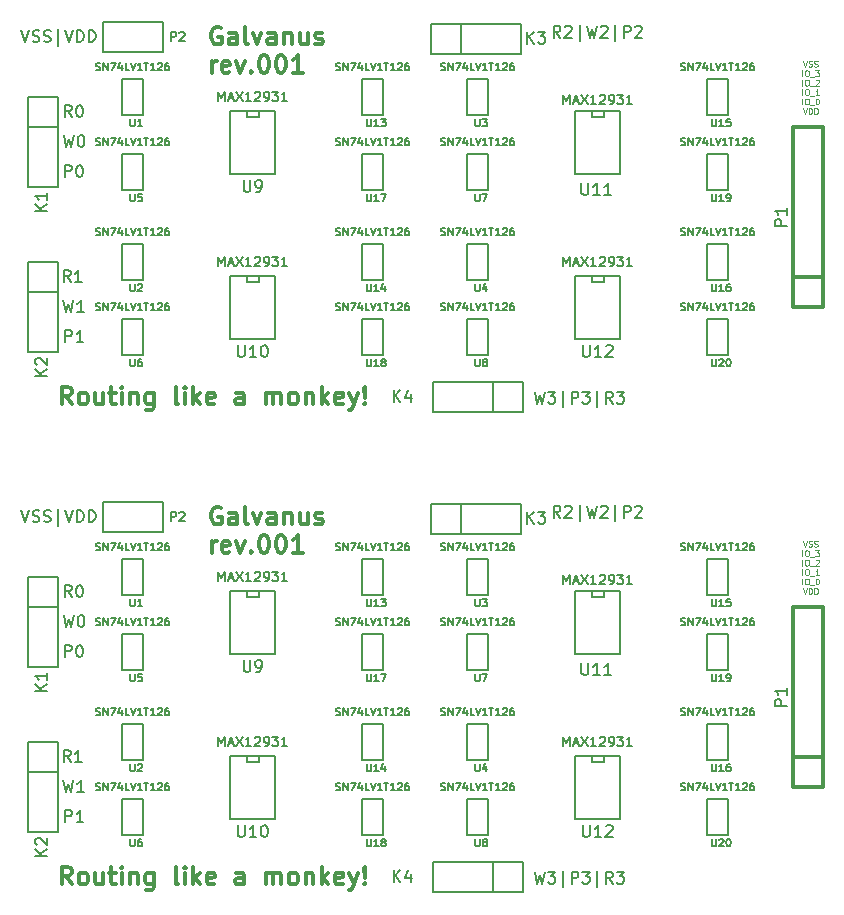
<source format=gto>
G04 (created by PCBNEW (22-Jun-2014 BZR 4027)-stable) date Thu 13 Oct 2016 08:17:28 AM EDT*
%MOIN*%
G04 Gerber Fmt 3.4, Leading zero omitted, Abs format*
%FSLAX34Y34*%
G01*
G70*
G90*
G04 APERTURE LIST*
%ADD10C,0.00590551*%
%ADD11C,0.011811*%
%ADD12C,0.00787402*%
%ADD13C,0.00393701*%
%ADD14C,0.012*%
%ADD15C,0.006*%
%ADD16C,0.005*%
%ADD17C,0.008*%
G04 APERTURE END LIST*
G54D10*
G54D11*
X7978Y-35239D02*
X7781Y-34957D01*
X7640Y-35239D02*
X7640Y-34648D01*
X7865Y-34648D01*
X7921Y-34676D01*
X7949Y-34704D01*
X7978Y-34760D01*
X7978Y-34845D01*
X7949Y-34901D01*
X7921Y-34929D01*
X7865Y-34957D01*
X7640Y-34957D01*
X8315Y-35239D02*
X8259Y-35210D01*
X8231Y-35182D01*
X8203Y-35126D01*
X8203Y-34957D01*
X8231Y-34901D01*
X8259Y-34873D01*
X8315Y-34845D01*
X8399Y-34845D01*
X8456Y-34873D01*
X8484Y-34901D01*
X8512Y-34957D01*
X8512Y-35126D01*
X8484Y-35182D01*
X8456Y-35210D01*
X8399Y-35239D01*
X8315Y-35239D01*
X9018Y-34845D02*
X9018Y-35239D01*
X8765Y-34845D02*
X8765Y-35154D01*
X8793Y-35210D01*
X8849Y-35239D01*
X8934Y-35239D01*
X8990Y-35210D01*
X9018Y-35182D01*
X9215Y-34845D02*
X9440Y-34845D01*
X9299Y-34648D02*
X9299Y-35154D01*
X9327Y-35210D01*
X9384Y-35239D01*
X9440Y-35239D01*
X9637Y-35239D02*
X9637Y-34845D01*
X9637Y-34648D02*
X9609Y-34676D01*
X9637Y-34704D01*
X9665Y-34676D01*
X9637Y-34648D01*
X9637Y-34704D01*
X9918Y-34845D02*
X9918Y-35239D01*
X9918Y-34901D02*
X9946Y-34873D01*
X10002Y-34845D01*
X10087Y-34845D01*
X10143Y-34873D01*
X10171Y-34929D01*
X10171Y-35239D01*
X10705Y-34845D02*
X10705Y-35323D01*
X10677Y-35379D01*
X10649Y-35407D01*
X10593Y-35435D01*
X10508Y-35435D01*
X10452Y-35407D01*
X10705Y-35210D02*
X10649Y-35239D01*
X10537Y-35239D01*
X10480Y-35210D01*
X10452Y-35182D01*
X10424Y-35126D01*
X10424Y-34957D01*
X10452Y-34901D01*
X10480Y-34873D01*
X10537Y-34845D01*
X10649Y-34845D01*
X10705Y-34873D01*
X11521Y-35239D02*
X11465Y-35210D01*
X11437Y-35154D01*
X11437Y-34648D01*
X11746Y-35239D02*
X11746Y-34845D01*
X11746Y-34648D02*
X11718Y-34676D01*
X11746Y-34704D01*
X11774Y-34676D01*
X11746Y-34648D01*
X11746Y-34704D01*
X12027Y-35239D02*
X12027Y-34648D01*
X12083Y-35014D02*
X12252Y-35239D01*
X12252Y-34845D02*
X12027Y-35070D01*
X12730Y-35210D02*
X12674Y-35239D01*
X12561Y-35239D01*
X12505Y-35210D01*
X12477Y-35154D01*
X12477Y-34929D01*
X12505Y-34873D01*
X12561Y-34845D01*
X12674Y-34845D01*
X12730Y-34873D01*
X12758Y-34929D01*
X12758Y-34985D01*
X12477Y-35042D01*
X13714Y-35239D02*
X13714Y-34929D01*
X13686Y-34873D01*
X13630Y-34845D01*
X13517Y-34845D01*
X13461Y-34873D01*
X13714Y-35210D02*
X13658Y-35239D01*
X13517Y-35239D01*
X13461Y-35210D01*
X13433Y-35154D01*
X13433Y-35098D01*
X13461Y-35042D01*
X13517Y-35014D01*
X13658Y-35014D01*
X13714Y-34985D01*
X14446Y-35239D02*
X14446Y-34845D01*
X14446Y-34901D02*
X14474Y-34873D01*
X14530Y-34845D01*
X14614Y-34845D01*
X14670Y-34873D01*
X14699Y-34929D01*
X14699Y-35239D01*
X14699Y-34929D02*
X14727Y-34873D01*
X14783Y-34845D01*
X14867Y-34845D01*
X14924Y-34873D01*
X14952Y-34929D01*
X14952Y-35239D01*
X15317Y-35239D02*
X15261Y-35210D01*
X15233Y-35182D01*
X15205Y-35126D01*
X15205Y-34957D01*
X15233Y-34901D01*
X15261Y-34873D01*
X15317Y-34845D01*
X15402Y-34845D01*
X15458Y-34873D01*
X15486Y-34901D01*
X15514Y-34957D01*
X15514Y-35126D01*
X15486Y-35182D01*
X15458Y-35210D01*
X15402Y-35239D01*
X15317Y-35239D01*
X15767Y-34845D02*
X15767Y-35239D01*
X15767Y-34901D02*
X15795Y-34873D01*
X15852Y-34845D01*
X15936Y-34845D01*
X15992Y-34873D01*
X16020Y-34929D01*
X16020Y-35239D01*
X16302Y-35239D02*
X16302Y-34648D01*
X16358Y-35014D02*
X16526Y-35239D01*
X16526Y-34845D02*
X16302Y-35070D01*
X17005Y-35210D02*
X16948Y-35239D01*
X16836Y-35239D01*
X16780Y-35210D01*
X16751Y-35154D01*
X16751Y-34929D01*
X16780Y-34873D01*
X16836Y-34845D01*
X16948Y-34845D01*
X17005Y-34873D01*
X17033Y-34929D01*
X17033Y-34985D01*
X16751Y-35042D01*
X17230Y-34845D02*
X17370Y-35239D01*
X17511Y-34845D02*
X17370Y-35239D01*
X17314Y-35379D01*
X17286Y-35407D01*
X17230Y-35435D01*
X17736Y-35182D02*
X17764Y-35210D01*
X17736Y-35239D01*
X17708Y-35210D01*
X17736Y-35182D01*
X17736Y-35239D01*
X17736Y-35014D02*
X17708Y-34676D01*
X17736Y-34648D01*
X17764Y-34676D01*
X17736Y-35014D01*
X17736Y-34648D01*
X12949Y-22676D02*
X12893Y-22648D01*
X12809Y-22648D01*
X12724Y-22676D01*
X12668Y-22732D01*
X12640Y-22789D01*
X12612Y-22901D01*
X12612Y-22985D01*
X12640Y-23098D01*
X12668Y-23154D01*
X12724Y-23210D01*
X12809Y-23239D01*
X12865Y-23239D01*
X12949Y-23210D01*
X12978Y-23182D01*
X12978Y-22985D01*
X12865Y-22985D01*
X13484Y-23239D02*
X13484Y-22929D01*
X13456Y-22873D01*
X13399Y-22845D01*
X13287Y-22845D01*
X13231Y-22873D01*
X13484Y-23210D02*
X13428Y-23239D01*
X13287Y-23239D01*
X13231Y-23210D01*
X13203Y-23154D01*
X13203Y-23098D01*
X13231Y-23042D01*
X13287Y-23014D01*
X13428Y-23014D01*
X13484Y-22985D01*
X13849Y-23239D02*
X13793Y-23210D01*
X13765Y-23154D01*
X13765Y-22648D01*
X14018Y-22845D02*
X14159Y-23239D01*
X14299Y-22845D01*
X14777Y-23239D02*
X14777Y-22929D01*
X14749Y-22873D01*
X14693Y-22845D01*
X14580Y-22845D01*
X14524Y-22873D01*
X14777Y-23210D02*
X14721Y-23239D01*
X14580Y-23239D01*
X14524Y-23210D01*
X14496Y-23154D01*
X14496Y-23098D01*
X14524Y-23042D01*
X14580Y-23014D01*
X14721Y-23014D01*
X14777Y-22985D01*
X15059Y-22845D02*
X15059Y-23239D01*
X15059Y-22901D02*
X15087Y-22873D01*
X15143Y-22845D01*
X15227Y-22845D01*
X15284Y-22873D01*
X15312Y-22929D01*
X15312Y-23239D01*
X15846Y-22845D02*
X15846Y-23239D01*
X15593Y-22845D02*
X15593Y-23154D01*
X15621Y-23210D01*
X15677Y-23239D01*
X15762Y-23239D01*
X15818Y-23210D01*
X15846Y-23182D01*
X16099Y-23210D02*
X16155Y-23239D01*
X16268Y-23239D01*
X16324Y-23210D01*
X16352Y-23154D01*
X16352Y-23126D01*
X16324Y-23070D01*
X16268Y-23042D01*
X16183Y-23042D01*
X16127Y-23014D01*
X16099Y-22957D01*
X16099Y-22929D01*
X16127Y-22873D01*
X16183Y-22845D01*
X16268Y-22845D01*
X16324Y-22873D01*
X12640Y-24183D02*
X12640Y-23790D01*
X12640Y-23902D02*
X12668Y-23846D01*
X12696Y-23818D01*
X12753Y-23790D01*
X12809Y-23790D01*
X13231Y-24155D02*
X13174Y-24183D01*
X13062Y-24183D01*
X13006Y-24155D01*
X12978Y-24099D01*
X12978Y-23874D01*
X13006Y-23818D01*
X13062Y-23790D01*
X13174Y-23790D01*
X13231Y-23818D01*
X13259Y-23874D01*
X13259Y-23930D01*
X12978Y-23987D01*
X13456Y-23790D02*
X13596Y-24183D01*
X13737Y-23790D01*
X13962Y-24127D02*
X13990Y-24155D01*
X13962Y-24183D01*
X13934Y-24155D01*
X13962Y-24127D01*
X13962Y-24183D01*
X14356Y-23593D02*
X14412Y-23593D01*
X14468Y-23621D01*
X14496Y-23649D01*
X14524Y-23705D01*
X14552Y-23818D01*
X14552Y-23958D01*
X14524Y-24071D01*
X14496Y-24127D01*
X14468Y-24155D01*
X14412Y-24183D01*
X14356Y-24183D01*
X14299Y-24155D01*
X14271Y-24127D01*
X14243Y-24071D01*
X14215Y-23958D01*
X14215Y-23818D01*
X14243Y-23705D01*
X14271Y-23649D01*
X14299Y-23621D01*
X14356Y-23593D01*
X14918Y-23593D02*
X14974Y-23593D01*
X15030Y-23621D01*
X15059Y-23649D01*
X15087Y-23705D01*
X15115Y-23818D01*
X15115Y-23958D01*
X15087Y-24071D01*
X15059Y-24127D01*
X15030Y-24155D01*
X14974Y-24183D01*
X14918Y-24183D01*
X14862Y-24155D01*
X14834Y-24127D01*
X14805Y-24071D01*
X14777Y-23958D01*
X14777Y-23818D01*
X14805Y-23705D01*
X14834Y-23649D01*
X14862Y-23621D01*
X14918Y-23593D01*
X15677Y-24183D02*
X15340Y-24183D01*
X15508Y-24183D02*
X15508Y-23593D01*
X15452Y-23677D01*
X15396Y-23733D01*
X15340Y-23762D01*
G54D12*
X7968Y-25659D02*
X7837Y-25471D01*
X7743Y-25659D02*
X7743Y-25265D01*
X7893Y-25265D01*
X7931Y-25284D01*
X7949Y-25303D01*
X7968Y-25340D01*
X7968Y-25396D01*
X7949Y-25434D01*
X7931Y-25453D01*
X7893Y-25471D01*
X7743Y-25471D01*
X8212Y-25265D02*
X8249Y-25265D01*
X8287Y-25284D01*
X8306Y-25303D01*
X8324Y-25340D01*
X8343Y-25415D01*
X8343Y-25509D01*
X8324Y-25584D01*
X8306Y-25621D01*
X8287Y-25640D01*
X8249Y-25659D01*
X8212Y-25659D01*
X8174Y-25640D01*
X8156Y-25621D01*
X8137Y-25584D01*
X8118Y-25509D01*
X8118Y-25415D01*
X8137Y-25340D01*
X8156Y-25303D01*
X8174Y-25284D01*
X8212Y-25265D01*
X7706Y-26265D02*
X7799Y-26659D01*
X7874Y-26378D01*
X7949Y-26659D01*
X8043Y-26265D01*
X8268Y-26265D02*
X8306Y-26265D01*
X8343Y-26284D01*
X8362Y-26303D01*
X8381Y-26340D01*
X8399Y-26415D01*
X8399Y-26509D01*
X8381Y-26584D01*
X8362Y-26621D01*
X8343Y-26640D01*
X8306Y-26659D01*
X8268Y-26659D01*
X8231Y-26640D01*
X8212Y-26621D01*
X8193Y-26584D01*
X8174Y-26509D01*
X8174Y-26415D01*
X8193Y-26340D01*
X8212Y-26303D01*
X8231Y-26284D01*
X8268Y-26265D01*
X7743Y-27659D02*
X7743Y-27265D01*
X7893Y-27265D01*
X7931Y-27284D01*
X7949Y-27303D01*
X7968Y-27340D01*
X7968Y-27396D01*
X7949Y-27434D01*
X7931Y-27453D01*
X7893Y-27471D01*
X7743Y-27471D01*
X8212Y-27265D02*
X8249Y-27265D01*
X8287Y-27284D01*
X8306Y-27303D01*
X8324Y-27340D01*
X8343Y-27415D01*
X8343Y-27509D01*
X8324Y-27584D01*
X8306Y-27621D01*
X8287Y-27640D01*
X8249Y-27659D01*
X8212Y-27659D01*
X8174Y-27640D01*
X8156Y-27621D01*
X8137Y-27584D01*
X8118Y-27509D01*
X8118Y-27415D01*
X8137Y-27340D01*
X8156Y-27303D01*
X8174Y-27284D01*
X8212Y-27265D01*
X7934Y-31159D02*
X7803Y-30971D01*
X7709Y-31159D02*
X7709Y-30765D01*
X7859Y-30765D01*
X7896Y-30784D01*
X7915Y-30803D01*
X7934Y-30840D01*
X7934Y-30896D01*
X7915Y-30934D01*
X7896Y-30953D01*
X7859Y-30971D01*
X7709Y-30971D01*
X8309Y-31159D02*
X8084Y-31159D01*
X8196Y-31159D02*
X8196Y-30765D01*
X8159Y-30821D01*
X8121Y-30859D01*
X8084Y-30878D01*
X7693Y-31765D02*
X7787Y-32159D01*
X7862Y-31878D01*
X7937Y-32159D01*
X8031Y-31765D01*
X8387Y-32159D02*
X8162Y-32159D01*
X8274Y-32159D02*
X8274Y-31765D01*
X8237Y-31821D01*
X8199Y-31859D01*
X8162Y-31878D01*
X7759Y-33159D02*
X7759Y-32765D01*
X7909Y-32765D01*
X7946Y-32784D01*
X7965Y-32803D01*
X7984Y-32840D01*
X7984Y-32896D01*
X7965Y-32934D01*
X7946Y-32953D01*
X7909Y-32971D01*
X7759Y-32971D01*
X8359Y-33159D02*
X8134Y-33159D01*
X8246Y-33159D02*
X8246Y-32765D01*
X8209Y-32821D01*
X8171Y-32859D01*
X8134Y-32878D01*
X6293Y-22765D02*
X6425Y-23159D01*
X6556Y-22765D01*
X6668Y-23140D02*
X6725Y-23159D01*
X6818Y-23159D01*
X6856Y-23140D01*
X6875Y-23121D01*
X6893Y-23084D01*
X6893Y-23046D01*
X6875Y-23009D01*
X6856Y-22990D01*
X6818Y-22971D01*
X6743Y-22953D01*
X6706Y-22934D01*
X6687Y-22915D01*
X6668Y-22878D01*
X6668Y-22840D01*
X6687Y-22803D01*
X6706Y-22784D01*
X6743Y-22765D01*
X6837Y-22765D01*
X6893Y-22784D01*
X7043Y-23140D02*
X7100Y-23159D01*
X7193Y-23159D01*
X7231Y-23140D01*
X7250Y-23121D01*
X7268Y-23084D01*
X7268Y-23046D01*
X7250Y-23009D01*
X7231Y-22990D01*
X7193Y-22971D01*
X7118Y-22953D01*
X7081Y-22934D01*
X7062Y-22915D01*
X7043Y-22878D01*
X7043Y-22840D01*
X7062Y-22803D01*
X7081Y-22784D01*
X7118Y-22765D01*
X7212Y-22765D01*
X7268Y-22784D01*
X7531Y-23290D02*
X7531Y-22728D01*
X7756Y-22765D02*
X7887Y-23159D01*
X8018Y-22765D01*
X8149Y-23159D02*
X8149Y-22765D01*
X8243Y-22765D01*
X8299Y-22784D01*
X8337Y-22821D01*
X8356Y-22859D01*
X8374Y-22934D01*
X8374Y-22990D01*
X8356Y-23065D01*
X8337Y-23103D01*
X8299Y-23140D01*
X8243Y-23159D01*
X8149Y-23159D01*
X8543Y-23159D02*
X8543Y-22765D01*
X8637Y-22765D01*
X8693Y-22784D01*
X8731Y-22821D01*
X8749Y-22859D01*
X8768Y-22934D01*
X8768Y-22990D01*
X8749Y-23065D01*
X8731Y-23103D01*
X8693Y-23140D01*
X8637Y-23159D01*
X8543Y-23159D01*
X24262Y-23009D02*
X24131Y-22821D01*
X24037Y-23009D02*
X24037Y-22615D01*
X24187Y-22615D01*
X24225Y-22634D01*
X24243Y-22653D01*
X24262Y-22690D01*
X24262Y-22746D01*
X24243Y-22784D01*
X24225Y-22803D01*
X24187Y-22821D01*
X24037Y-22821D01*
X24412Y-22653D02*
X24431Y-22634D01*
X24468Y-22615D01*
X24562Y-22615D01*
X24600Y-22634D01*
X24618Y-22653D01*
X24637Y-22690D01*
X24637Y-22728D01*
X24618Y-22784D01*
X24393Y-23009D01*
X24637Y-23009D01*
X24900Y-23140D02*
X24900Y-22578D01*
X25143Y-22615D02*
X25237Y-23009D01*
X25312Y-22728D01*
X25387Y-23009D01*
X25481Y-22615D01*
X25612Y-22653D02*
X25631Y-22634D01*
X25668Y-22615D01*
X25762Y-22615D01*
X25799Y-22634D01*
X25818Y-22653D01*
X25837Y-22690D01*
X25837Y-22728D01*
X25818Y-22784D01*
X25593Y-23009D01*
X25837Y-23009D01*
X26099Y-23140D02*
X26099Y-22578D01*
X26381Y-23009D02*
X26381Y-22615D01*
X26531Y-22615D01*
X26568Y-22634D01*
X26587Y-22653D01*
X26606Y-22690D01*
X26606Y-22746D01*
X26587Y-22784D01*
X26568Y-22803D01*
X26531Y-22821D01*
X26381Y-22821D01*
X26756Y-22653D02*
X26774Y-22634D01*
X26812Y-22615D01*
X26906Y-22615D01*
X26943Y-22634D01*
X26962Y-22653D01*
X26981Y-22690D01*
X26981Y-22728D01*
X26962Y-22784D01*
X26737Y-23009D01*
X26981Y-23009D01*
G54D13*
X32346Y-23782D02*
X32412Y-23979D01*
X32478Y-23782D01*
X32534Y-23970D02*
X32562Y-23979D01*
X32609Y-23979D01*
X32628Y-23970D01*
X32637Y-23960D01*
X32646Y-23942D01*
X32646Y-23923D01*
X32637Y-23904D01*
X32628Y-23895D01*
X32609Y-23885D01*
X32571Y-23876D01*
X32553Y-23867D01*
X32543Y-23857D01*
X32534Y-23839D01*
X32534Y-23820D01*
X32543Y-23801D01*
X32553Y-23792D01*
X32571Y-23782D01*
X32618Y-23782D01*
X32646Y-23792D01*
X32721Y-23970D02*
X32749Y-23979D01*
X32796Y-23979D01*
X32815Y-23970D01*
X32824Y-23960D01*
X32834Y-23942D01*
X32834Y-23923D01*
X32824Y-23904D01*
X32815Y-23895D01*
X32796Y-23885D01*
X32759Y-23876D01*
X32740Y-23867D01*
X32731Y-23857D01*
X32721Y-23839D01*
X32721Y-23820D01*
X32731Y-23801D01*
X32740Y-23792D01*
X32759Y-23782D01*
X32806Y-23782D01*
X32834Y-23792D01*
X32328Y-24294D02*
X32328Y-24097D01*
X32459Y-24097D02*
X32496Y-24097D01*
X32515Y-24107D01*
X32534Y-24125D01*
X32543Y-24163D01*
X32543Y-24229D01*
X32534Y-24266D01*
X32515Y-24285D01*
X32496Y-24294D01*
X32459Y-24294D01*
X32440Y-24285D01*
X32421Y-24266D01*
X32412Y-24229D01*
X32412Y-24163D01*
X32421Y-24125D01*
X32440Y-24107D01*
X32459Y-24097D01*
X32581Y-24313D02*
X32731Y-24313D01*
X32759Y-24097D02*
X32881Y-24097D01*
X32815Y-24172D01*
X32843Y-24172D01*
X32862Y-24182D01*
X32871Y-24191D01*
X32881Y-24210D01*
X32881Y-24257D01*
X32871Y-24275D01*
X32862Y-24285D01*
X32843Y-24294D01*
X32787Y-24294D01*
X32768Y-24285D01*
X32759Y-24275D01*
X32328Y-24609D02*
X32328Y-24412D01*
X32459Y-24412D02*
X32496Y-24412D01*
X32515Y-24422D01*
X32534Y-24440D01*
X32543Y-24478D01*
X32543Y-24543D01*
X32534Y-24581D01*
X32515Y-24600D01*
X32496Y-24609D01*
X32459Y-24609D01*
X32440Y-24600D01*
X32421Y-24581D01*
X32412Y-24543D01*
X32412Y-24478D01*
X32421Y-24440D01*
X32440Y-24422D01*
X32459Y-24412D01*
X32581Y-24628D02*
X32731Y-24628D01*
X32768Y-24431D02*
X32778Y-24422D01*
X32796Y-24412D01*
X32843Y-24412D01*
X32862Y-24422D01*
X32871Y-24431D01*
X32881Y-24450D01*
X32881Y-24468D01*
X32871Y-24497D01*
X32759Y-24609D01*
X32881Y-24609D01*
X32328Y-24924D02*
X32328Y-24727D01*
X32459Y-24727D02*
X32496Y-24727D01*
X32515Y-24737D01*
X32534Y-24755D01*
X32543Y-24793D01*
X32543Y-24858D01*
X32534Y-24896D01*
X32515Y-24915D01*
X32496Y-24924D01*
X32459Y-24924D01*
X32440Y-24915D01*
X32421Y-24896D01*
X32412Y-24858D01*
X32412Y-24793D01*
X32421Y-24755D01*
X32440Y-24737D01*
X32459Y-24727D01*
X32581Y-24943D02*
X32731Y-24943D01*
X32881Y-24924D02*
X32768Y-24924D01*
X32824Y-24924D02*
X32824Y-24727D01*
X32806Y-24755D01*
X32787Y-24774D01*
X32768Y-24783D01*
X32328Y-25239D02*
X32328Y-25042D01*
X32459Y-25042D02*
X32496Y-25042D01*
X32515Y-25052D01*
X32534Y-25070D01*
X32543Y-25108D01*
X32543Y-25173D01*
X32534Y-25211D01*
X32515Y-25230D01*
X32496Y-25239D01*
X32459Y-25239D01*
X32440Y-25230D01*
X32421Y-25211D01*
X32412Y-25173D01*
X32412Y-25108D01*
X32421Y-25070D01*
X32440Y-25052D01*
X32459Y-25042D01*
X32581Y-25258D02*
X32731Y-25258D01*
X32815Y-25042D02*
X32834Y-25042D01*
X32853Y-25052D01*
X32862Y-25061D01*
X32871Y-25080D01*
X32881Y-25117D01*
X32881Y-25164D01*
X32871Y-25202D01*
X32862Y-25220D01*
X32853Y-25230D01*
X32834Y-25239D01*
X32815Y-25239D01*
X32796Y-25230D01*
X32787Y-25220D01*
X32778Y-25202D01*
X32768Y-25164D01*
X32768Y-25117D01*
X32778Y-25080D01*
X32787Y-25061D01*
X32796Y-25052D01*
X32815Y-25042D01*
X32337Y-25357D02*
X32403Y-25554D01*
X32468Y-25357D01*
X32534Y-25554D02*
X32534Y-25357D01*
X32581Y-25357D01*
X32609Y-25367D01*
X32628Y-25385D01*
X32637Y-25404D01*
X32646Y-25441D01*
X32646Y-25470D01*
X32637Y-25507D01*
X32628Y-25526D01*
X32609Y-25545D01*
X32581Y-25554D01*
X32534Y-25554D01*
X32731Y-25554D02*
X32731Y-25357D01*
X32778Y-25357D01*
X32806Y-25367D01*
X32824Y-25385D01*
X32834Y-25404D01*
X32843Y-25441D01*
X32843Y-25470D01*
X32834Y-25507D01*
X32824Y-25526D01*
X32806Y-25545D01*
X32778Y-25554D01*
X32731Y-25554D01*
G54D12*
X23400Y-34815D02*
X23493Y-35209D01*
X23568Y-34928D01*
X23643Y-35209D01*
X23737Y-34815D01*
X23850Y-34815D02*
X24093Y-34815D01*
X23962Y-34965D01*
X24018Y-34965D01*
X24056Y-34984D01*
X24075Y-35003D01*
X24093Y-35040D01*
X24093Y-35134D01*
X24075Y-35171D01*
X24056Y-35190D01*
X24018Y-35209D01*
X23906Y-35209D01*
X23868Y-35190D01*
X23850Y-35171D01*
X24356Y-35340D02*
X24356Y-34778D01*
X24637Y-35209D02*
X24637Y-34815D01*
X24787Y-34815D01*
X24825Y-34834D01*
X24843Y-34853D01*
X24862Y-34890D01*
X24862Y-34946D01*
X24843Y-34984D01*
X24825Y-35003D01*
X24787Y-35021D01*
X24637Y-35021D01*
X24993Y-34815D02*
X25237Y-34815D01*
X25106Y-34965D01*
X25162Y-34965D01*
X25199Y-34984D01*
X25218Y-35003D01*
X25237Y-35040D01*
X25237Y-35134D01*
X25218Y-35171D01*
X25199Y-35190D01*
X25162Y-35209D01*
X25049Y-35209D01*
X25012Y-35190D01*
X24993Y-35171D01*
X25499Y-35340D02*
X25499Y-34778D01*
X26006Y-35209D02*
X25874Y-35021D01*
X25781Y-35209D02*
X25781Y-34815D01*
X25931Y-34815D01*
X25968Y-34834D01*
X25987Y-34853D01*
X26006Y-34890D01*
X26006Y-34946D01*
X25987Y-34984D01*
X25968Y-35003D01*
X25931Y-35021D01*
X25781Y-35021D01*
X26137Y-34815D02*
X26381Y-34815D01*
X26249Y-34965D01*
X26306Y-34965D01*
X26343Y-34984D01*
X26362Y-35003D01*
X26381Y-35040D01*
X26381Y-35134D01*
X26362Y-35171D01*
X26343Y-35190D01*
X26306Y-35209D01*
X26193Y-35209D01*
X26156Y-35190D01*
X26137Y-35171D01*
X23400Y-18815D02*
X23493Y-19209D01*
X23568Y-18928D01*
X23643Y-19209D01*
X23737Y-18815D01*
X23850Y-18815D02*
X24093Y-18815D01*
X23962Y-18965D01*
X24018Y-18965D01*
X24056Y-18984D01*
X24075Y-19003D01*
X24093Y-19040D01*
X24093Y-19134D01*
X24075Y-19171D01*
X24056Y-19190D01*
X24018Y-19209D01*
X23906Y-19209D01*
X23868Y-19190D01*
X23850Y-19171D01*
X24356Y-19340D02*
X24356Y-18778D01*
X24637Y-19209D02*
X24637Y-18815D01*
X24787Y-18815D01*
X24825Y-18834D01*
X24843Y-18853D01*
X24862Y-18890D01*
X24862Y-18946D01*
X24843Y-18984D01*
X24825Y-19003D01*
X24787Y-19021D01*
X24637Y-19021D01*
X24993Y-18815D02*
X25237Y-18815D01*
X25106Y-18965D01*
X25162Y-18965D01*
X25199Y-18984D01*
X25218Y-19003D01*
X25237Y-19040D01*
X25237Y-19134D01*
X25218Y-19171D01*
X25199Y-19190D01*
X25162Y-19209D01*
X25049Y-19209D01*
X25012Y-19190D01*
X24993Y-19171D01*
X25499Y-19340D02*
X25499Y-18778D01*
X26006Y-19209D02*
X25874Y-19021D01*
X25781Y-19209D02*
X25781Y-18815D01*
X25931Y-18815D01*
X25968Y-18834D01*
X25987Y-18853D01*
X26006Y-18890D01*
X26006Y-18946D01*
X25987Y-18984D01*
X25968Y-19003D01*
X25931Y-19021D01*
X25781Y-19021D01*
X26137Y-18815D02*
X26381Y-18815D01*
X26249Y-18965D01*
X26306Y-18965D01*
X26343Y-18984D01*
X26362Y-19003D01*
X26381Y-19040D01*
X26381Y-19134D01*
X26362Y-19171D01*
X26343Y-19190D01*
X26306Y-19209D01*
X26193Y-19209D01*
X26156Y-19190D01*
X26137Y-19171D01*
G54D13*
X32346Y-7782D02*
X32412Y-7979D01*
X32478Y-7782D01*
X32534Y-7970D02*
X32562Y-7979D01*
X32609Y-7979D01*
X32628Y-7970D01*
X32637Y-7960D01*
X32646Y-7942D01*
X32646Y-7923D01*
X32637Y-7904D01*
X32628Y-7895D01*
X32609Y-7885D01*
X32571Y-7876D01*
X32553Y-7867D01*
X32543Y-7857D01*
X32534Y-7839D01*
X32534Y-7820D01*
X32543Y-7801D01*
X32553Y-7792D01*
X32571Y-7782D01*
X32618Y-7782D01*
X32646Y-7792D01*
X32721Y-7970D02*
X32749Y-7979D01*
X32796Y-7979D01*
X32815Y-7970D01*
X32824Y-7960D01*
X32834Y-7942D01*
X32834Y-7923D01*
X32824Y-7904D01*
X32815Y-7895D01*
X32796Y-7885D01*
X32759Y-7876D01*
X32740Y-7867D01*
X32731Y-7857D01*
X32721Y-7839D01*
X32721Y-7820D01*
X32731Y-7801D01*
X32740Y-7792D01*
X32759Y-7782D01*
X32806Y-7782D01*
X32834Y-7792D01*
X32328Y-8294D02*
X32328Y-8097D01*
X32459Y-8097D02*
X32496Y-8097D01*
X32515Y-8107D01*
X32534Y-8125D01*
X32543Y-8163D01*
X32543Y-8229D01*
X32534Y-8266D01*
X32515Y-8285D01*
X32496Y-8294D01*
X32459Y-8294D01*
X32440Y-8285D01*
X32421Y-8266D01*
X32412Y-8229D01*
X32412Y-8163D01*
X32421Y-8125D01*
X32440Y-8107D01*
X32459Y-8097D01*
X32581Y-8313D02*
X32731Y-8313D01*
X32759Y-8097D02*
X32881Y-8097D01*
X32815Y-8172D01*
X32843Y-8172D01*
X32862Y-8182D01*
X32871Y-8191D01*
X32881Y-8210D01*
X32881Y-8257D01*
X32871Y-8275D01*
X32862Y-8285D01*
X32843Y-8294D01*
X32787Y-8294D01*
X32768Y-8285D01*
X32759Y-8275D01*
X32328Y-8609D02*
X32328Y-8412D01*
X32459Y-8412D02*
X32496Y-8412D01*
X32515Y-8422D01*
X32534Y-8440D01*
X32543Y-8478D01*
X32543Y-8543D01*
X32534Y-8581D01*
X32515Y-8600D01*
X32496Y-8609D01*
X32459Y-8609D01*
X32440Y-8600D01*
X32421Y-8581D01*
X32412Y-8543D01*
X32412Y-8478D01*
X32421Y-8440D01*
X32440Y-8422D01*
X32459Y-8412D01*
X32581Y-8628D02*
X32731Y-8628D01*
X32768Y-8431D02*
X32778Y-8422D01*
X32796Y-8412D01*
X32843Y-8412D01*
X32862Y-8422D01*
X32871Y-8431D01*
X32881Y-8450D01*
X32881Y-8468D01*
X32871Y-8497D01*
X32759Y-8609D01*
X32881Y-8609D01*
X32328Y-8924D02*
X32328Y-8727D01*
X32459Y-8727D02*
X32496Y-8727D01*
X32515Y-8737D01*
X32534Y-8755D01*
X32543Y-8793D01*
X32543Y-8858D01*
X32534Y-8896D01*
X32515Y-8915D01*
X32496Y-8924D01*
X32459Y-8924D01*
X32440Y-8915D01*
X32421Y-8896D01*
X32412Y-8858D01*
X32412Y-8793D01*
X32421Y-8755D01*
X32440Y-8737D01*
X32459Y-8727D01*
X32581Y-8943D02*
X32731Y-8943D01*
X32881Y-8924D02*
X32768Y-8924D01*
X32824Y-8924D02*
X32824Y-8727D01*
X32806Y-8755D01*
X32787Y-8774D01*
X32768Y-8783D01*
X32328Y-9239D02*
X32328Y-9042D01*
X32459Y-9042D02*
X32496Y-9042D01*
X32515Y-9052D01*
X32534Y-9070D01*
X32543Y-9108D01*
X32543Y-9173D01*
X32534Y-9211D01*
X32515Y-9230D01*
X32496Y-9239D01*
X32459Y-9239D01*
X32440Y-9230D01*
X32421Y-9211D01*
X32412Y-9173D01*
X32412Y-9108D01*
X32421Y-9070D01*
X32440Y-9052D01*
X32459Y-9042D01*
X32581Y-9258D02*
X32731Y-9258D01*
X32815Y-9042D02*
X32834Y-9042D01*
X32853Y-9052D01*
X32862Y-9061D01*
X32871Y-9080D01*
X32881Y-9117D01*
X32881Y-9164D01*
X32871Y-9202D01*
X32862Y-9220D01*
X32853Y-9230D01*
X32834Y-9239D01*
X32815Y-9239D01*
X32796Y-9230D01*
X32787Y-9220D01*
X32778Y-9202D01*
X32768Y-9164D01*
X32768Y-9117D01*
X32778Y-9080D01*
X32787Y-9061D01*
X32796Y-9052D01*
X32815Y-9042D01*
X32337Y-9357D02*
X32403Y-9554D01*
X32468Y-9357D01*
X32534Y-9554D02*
X32534Y-9357D01*
X32581Y-9357D01*
X32609Y-9367D01*
X32628Y-9385D01*
X32637Y-9404D01*
X32646Y-9441D01*
X32646Y-9470D01*
X32637Y-9507D01*
X32628Y-9526D01*
X32609Y-9545D01*
X32581Y-9554D01*
X32534Y-9554D01*
X32731Y-9554D02*
X32731Y-9357D01*
X32778Y-9357D01*
X32806Y-9367D01*
X32824Y-9385D01*
X32834Y-9404D01*
X32843Y-9441D01*
X32843Y-9470D01*
X32834Y-9507D01*
X32824Y-9526D01*
X32806Y-9545D01*
X32778Y-9554D01*
X32731Y-9554D01*
G54D12*
X24262Y-7009D02*
X24131Y-6821D01*
X24037Y-7009D02*
X24037Y-6615D01*
X24187Y-6615D01*
X24225Y-6634D01*
X24243Y-6653D01*
X24262Y-6690D01*
X24262Y-6746D01*
X24243Y-6784D01*
X24225Y-6803D01*
X24187Y-6821D01*
X24037Y-6821D01*
X24412Y-6653D02*
X24431Y-6634D01*
X24468Y-6615D01*
X24562Y-6615D01*
X24600Y-6634D01*
X24618Y-6653D01*
X24637Y-6690D01*
X24637Y-6728D01*
X24618Y-6784D01*
X24393Y-7009D01*
X24637Y-7009D01*
X24900Y-7140D02*
X24900Y-6578D01*
X25143Y-6615D02*
X25237Y-7009D01*
X25312Y-6728D01*
X25387Y-7009D01*
X25481Y-6615D01*
X25612Y-6653D02*
X25631Y-6634D01*
X25668Y-6615D01*
X25762Y-6615D01*
X25799Y-6634D01*
X25818Y-6653D01*
X25837Y-6690D01*
X25837Y-6728D01*
X25818Y-6784D01*
X25593Y-7009D01*
X25837Y-7009D01*
X26099Y-7140D02*
X26099Y-6578D01*
X26381Y-7009D02*
X26381Y-6615D01*
X26531Y-6615D01*
X26568Y-6634D01*
X26587Y-6653D01*
X26606Y-6690D01*
X26606Y-6746D01*
X26587Y-6784D01*
X26568Y-6803D01*
X26531Y-6821D01*
X26381Y-6821D01*
X26756Y-6653D02*
X26774Y-6634D01*
X26812Y-6615D01*
X26906Y-6615D01*
X26943Y-6634D01*
X26962Y-6653D01*
X26981Y-6690D01*
X26981Y-6728D01*
X26962Y-6784D01*
X26737Y-7009D01*
X26981Y-7009D01*
X6293Y-6765D02*
X6425Y-7159D01*
X6556Y-6765D01*
X6668Y-7140D02*
X6725Y-7159D01*
X6818Y-7159D01*
X6856Y-7140D01*
X6875Y-7121D01*
X6893Y-7084D01*
X6893Y-7046D01*
X6875Y-7009D01*
X6856Y-6990D01*
X6818Y-6971D01*
X6743Y-6953D01*
X6706Y-6934D01*
X6687Y-6915D01*
X6668Y-6878D01*
X6668Y-6840D01*
X6687Y-6803D01*
X6706Y-6784D01*
X6743Y-6765D01*
X6837Y-6765D01*
X6893Y-6784D01*
X7043Y-7140D02*
X7100Y-7159D01*
X7193Y-7159D01*
X7231Y-7140D01*
X7250Y-7121D01*
X7268Y-7084D01*
X7268Y-7046D01*
X7250Y-7009D01*
X7231Y-6990D01*
X7193Y-6971D01*
X7118Y-6953D01*
X7081Y-6934D01*
X7062Y-6915D01*
X7043Y-6878D01*
X7043Y-6840D01*
X7062Y-6803D01*
X7081Y-6784D01*
X7118Y-6765D01*
X7212Y-6765D01*
X7268Y-6784D01*
X7531Y-7290D02*
X7531Y-6728D01*
X7756Y-6765D02*
X7887Y-7159D01*
X8018Y-6765D01*
X8149Y-7159D02*
X8149Y-6765D01*
X8243Y-6765D01*
X8299Y-6784D01*
X8337Y-6821D01*
X8356Y-6859D01*
X8374Y-6934D01*
X8374Y-6990D01*
X8356Y-7065D01*
X8337Y-7103D01*
X8299Y-7140D01*
X8243Y-7159D01*
X8149Y-7159D01*
X8543Y-7159D02*
X8543Y-6765D01*
X8637Y-6765D01*
X8693Y-6784D01*
X8731Y-6821D01*
X8749Y-6859D01*
X8768Y-6934D01*
X8768Y-6990D01*
X8749Y-7065D01*
X8731Y-7103D01*
X8693Y-7140D01*
X8637Y-7159D01*
X8543Y-7159D01*
X7759Y-17159D02*
X7759Y-16765D01*
X7909Y-16765D01*
X7946Y-16784D01*
X7965Y-16803D01*
X7984Y-16840D01*
X7984Y-16896D01*
X7965Y-16934D01*
X7946Y-16953D01*
X7909Y-16971D01*
X7759Y-16971D01*
X8359Y-17159D02*
X8134Y-17159D01*
X8246Y-17159D02*
X8246Y-16765D01*
X8209Y-16821D01*
X8171Y-16859D01*
X8134Y-16878D01*
X7693Y-15765D02*
X7787Y-16159D01*
X7862Y-15878D01*
X7937Y-16159D01*
X8031Y-15765D01*
X8387Y-16159D02*
X8162Y-16159D01*
X8274Y-16159D02*
X8274Y-15765D01*
X8237Y-15821D01*
X8199Y-15859D01*
X8162Y-15878D01*
X7934Y-15159D02*
X7803Y-14971D01*
X7709Y-15159D02*
X7709Y-14765D01*
X7859Y-14765D01*
X7896Y-14784D01*
X7915Y-14803D01*
X7934Y-14840D01*
X7934Y-14896D01*
X7915Y-14934D01*
X7896Y-14953D01*
X7859Y-14971D01*
X7709Y-14971D01*
X8309Y-15159D02*
X8084Y-15159D01*
X8196Y-15159D02*
X8196Y-14765D01*
X8159Y-14821D01*
X8121Y-14859D01*
X8084Y-14878D01*
X7743Y-11659D02*
X7743Y-11265D01*
X7893Y-11265D01*
X7931Y-11284D01*
X7949Y-11303D01*
X7968Y-11340D01*
X7968Y-11396D01*
X7949Y-11434D01*
X7931Y-11453D01*
X7893Y-11471D01*
X7743Y-11471D01*
X8212Y-11265D02*
X8249Y-11265D01*
X8287Y-11284D01*
X8306Y-11303D01*
X8324Y-11340D01*
X8343Y-11415D01*
X8343Y-11509D01*
X8324Y-11584D01*
X8306Y-11621D01*
X8287Y-11640D01*
X8249Y-11659D01*
X8212Y-11659D01*
X8174Y-11640D01*
X8156Y-11621D01*
X8137Y-11584D01*
X8118Y-11509D01*
X8118Y-11415D01*
X8137Y-11340D01*
X8156Y-11303D01*
X8174Y-11284D01*
X8212Y-11265D01*
X7706Y-10265D02*
X7799Y-10659D01*
X7874Y-10378D01*
X7949Y-10659D01*
X8043Y-10265D01*
X8268Y-10265D02*
X8306Y-10265D01*
X8343Y-10284D01*
X8362Y-10303D01*
X8381Y-10340D01*
X8399Y-10415D01*
X8399Y-10509D01*
X8381Y-10584D01*
X8362Y-10621D01*
X8343Y-10640D01*
X8306Y-10659D01*
X8268Y-10659D01*
X8231Y-10640D01*
X8212Y-10621D01*
X8193Y-10584D01*
X8174Y-10509D01*
X8174Y-10415D01*
X8193Y-10340D01*
X8212Y-10303D01*
X8231Y-10284D01*
X8268Y-10265D01*
X7968Y-9659D02*
X7837Y-9471D01*
X7743Y-9659D02*
X7743Y-9265D01*
X7893Y-9265D01*
X7931Y-9284D01*
X7949Y-9303D01*
X7968Y-9340D01*
X7968Y-9396D01*
X7949Y-9434D01*
X7931Y-9453D01*
X7893Y-9471D01*
X7743Y-9471D01*
X8212Y-9265D02*
X8249Y-9265D01*
X8287Y-9284D01*
X8306Y-9303D01*
X8324Y-9340D01*
X8343Y-9415D01*
X8343Y-9509D01*
X8324Y-9584D01*
X8306Y-9621D01*
X8287Y-9640D01*
X8249Y-9659D01*
X8212Y-9659D01*
X8174Y-9640D01*
X8156Y-9621D01*
X8137Y-9584D01*
X8118Y-9509D01*
X8118Y-9415D01*
X8137Y-9340D01*
X8156Y-9303D01*
X8174Y-9284D01*
X8212Y-9265D01*
G54D11*
X12949Y-6676D02*
X12893Y-6648D01*
X12809Y-6648D01*
X12724Y-6676D01*
X12668Y-6732D01*
X12640Y-6789D01*
X12612Y-6901D01*
X12612Y-6985D01*
X12640Y-7098D01*
X12668Y-7154D01*
X12724Y-7210D01*
X12809Y-7239D01*
X12865Y-7239D01*
X12949Y-7210D01*
X12978Y-7182D01*
X12978Y-6985D01*
X12865Y-6985D01*
X13484Y-7239D02*
X13484Y-6929D01*
X13456Y-6873D01*
X13399Y-6845D01*
X13287Y-6845D01*
X13231Y-6873D01*
X13484Y-7210D02*
X13428Y-7239D01*
X13287Y-7239D01*
X13231Y-7210D01*
X13203Y-7154D01*
X13203Y-7098D01*
X13231Y-7042D01*
X13287Y-7014D01*
X13428Y-7014D01*
X13484Y-6985D01*
X13849Y-7239D02*
X13793Y-7210D01*
X13765Y-7154D01*
X13765Y-6648D01*
X14018Y-6845D02*
X14159Y-7239D01*
X14299Y-6845D01*
X14777Y-7239D02*
X14777Y-6929D01*
X14749Y-6873D01*
X14693Y-6845D01*
X14580Y-6845D01*
X14524Y-6873D01*
X14777Y-7210D02*
X14721Y-7239D01*
X14580Y-7239D01*
X14524Y-7210D01*
X14496Y-7154D01*
X14496Y-7098D01*
X14524Y-7042D01*
X14580Y-7014D01*
X14721Y-7014D01*
X14777Y-6985D01*
X15059Y-6845D02*
X15059Y-7239D01*
X15059Y-6901D02*
X15087Y-6873D01*
X15143Y-6845D01*
X15227Y-6845D01*
X15284Y-6873D01*
X15312Y-6929D01*
X15312Y-7239D01*
X15846Y-6845D02*
X15846Y-7239D01*
X15593Y-6845D02*
X15593Y-7154D01*
X15621Y-7210D01*
X15677Y-7239D01*
X15762Y-7239D01*
X15818Y-7210D01*
X15846Y-7182D01*
X16099Y-7210D02*
X16155Y-7239D01*
X16268Y-7239D01*
X16324Y-7210D01*
X16352Y-7154D01*
X16352Y-7126D01*
X16324Y-7070D01*
X16268Y-7042D01*
X16183Y-7042D01*
X16127Y-7014D01*
X16099Y-6957D01*
X16099Y-6929D01*
X16127Y-6873D01*
X16183Y-6845D01*
X16268Y-6845D01*
X16324Y-6873D01*
X12640Y-8183D02*
X12640Y-7790D01*
X12640Y-7902D02*
X12668Y-7846D01*
X12696Y-7818D01*
X12753Y-7790D01*
X12809Y-7790D01*
X13231Y-8155D02*
X13174Y-8183D01*
X13062Y-8183D01*
X13006Y-8155D01*
X12978Y-8099D01*
X12978Y-7874D01*
X13006Y-7818D01*
X13062Y-7790D01*
X13174Y-7790D01*
X13231Y-7818D01*
X13259Y-7874D01*
X13259Y-7930D01*
X12978Y-7987D01*
X13456Y-7790D02*
X13596Y-8183D01*
X13737Y-7790D01*
X13962Y-8127D02*
X13990Y-8155D01*
X13962Y-8183D01*
X13934Y-8155D01*
X13962Y-8127D01*
X13962Y-8183D01*
X14356Y-7593D02*
X14412Y-7593D01*
X14468Y-7621D01*
X14496Y-7649D01*
X14524Y-7705D01*
X14552Y-7818D01*
X14552Y-7958D01*
X14524Y-8071D01*
X14496Y-8127D01*
X14468Y-8155D01*
X14412Y-8183D01*
X14356Y-8183D01*
X14299Y-8155D01*
X14271Y-8127D01*
X14243Y-8071D01*
X14215Y-7958D01*
X14215Y-7818D01*
X14243Y-7705D01*
X14271Y-7649D01*
X14299Y-7621D01*
X14356Y-7593D01*
X14918Y-7593D02*
X14974Y-7593D01*
X15030Y-7621D01*
X15059Y-7649D01*
X15087Y-7705D01*
X15115Y-7818D01*
X15115Y-7958D01*
X15087Y-8071D01*
X15059Y-8127D01*
X15030Y-8155D01*
X14974Y-8183D01*
X14918Y-8183D01*
X14862Y-8155D01*
X14834Y-8127D01*
X14805Y-8071D01*
X14777Y-7958D01*
X14777Y-7818D01*
X14805Y-7705D01*
X14834Y-7649D01*
X14862Y-7621D01*
X14918Y-7593D01*
X15677Y-8183D02*
X15340Y-8183D01*
X15508Y-8183D02*
X15508Y-7593D01*
X15452Y-7677D01*
X15396Y-7733D01*
X15340Y-7762D01*
X7978Y-19239D02*
X7781Y-18957D01*
X7640Y-19239D02*
X7640Y-18648D01*
X7865Y-18648D01*
X7921Y-18676D01*
X7949Y-18704D01*
X7978Y-18760D01*
X7978Y-18845D01*
X7949Y-18901D01*
X7921Y-18929D01*
X7865Y-18957D01*
X7640Y-18957D01*
X8315Y-19239D02*
X8259Y-19210D01*
X8231Y-19182D01*
X8203Y-19126D01*
X8203Y-18957D01*
X8231Y-18901D01*
X8259Y-18873D01*
X8315Y-18845D01*
X8399Y-18845D01*
X8456Y-18873D01*
X8484Y-18901D01*
X8512Y-18957D01*
X8512Y-19126D01*
X8484Y-19182D01*
X8456Y-19210D01*
X8399Y-19239D01*
X8315Y-19239D01*
X9018Y-18845D02*
X9018Y-19239D01*
X8765Y-18845D02*
X8765Y-19154D01*
X8793Y-19210D01*
X8849Y-19239D01*
X8934Y-19239D01*
X8990Y-19210D01*
X9018Y-19182D01*
X9215Y-18845D02*
X9440Y-18845D01*
X9299Y-18648D02*
X9299Y-19154D01*
X9327Y-19210D01*
X9384Y-19239D01*
X9440Y-19239D01*
X9637Y-19239D02*
X9637Y-18845D01*
X9637Y-18648D02*
X9609Y-18676D01*
X9637Y-18704D01*
X9665Y-18676D01*
X9637Y-18648D01*
X9637Y-18704D01*
X9918Y-18845D02*
X9918Y-19239D01*
X9918Y-18901D02*
X9946Y-18873D01*
X10002Y-18845D01*
X10087Y-18845D01*
X10143Y-18873D01*
X10171Y-18929D01*
X10171Y-19239D01*
X10705Y-18845D02*
X10705Y-19323D01*
X10677Y-19379D01*
X10649Y-19407D01*
X10593Y-19435D01*
X10508Y-19435D01*
X10452Y-19407D01*
X10705Y-19210D02*
X10649Y-19239D01*
X10537Y-19239D01*
X10480Y-19210D01*
X10452Y-19182D01*
X10424Y-19126D01*
X10424Y-18957D01*
X10452Y-18901D01*
X10480Y-18873D01*
X10537Y-18845D01*
X10649Y-18845D01*
X10705Y-18873D01*
X11521Y-19239D02*
X11465Y-19210D01*
X11437Y-19154D01*
X11437Y-18648D01*
X11746Y-19239D02*
X11746Y-18845D01*
X11746Y-18648D02*
X11718Y-18676D01*
X11746Y-18704D01*
X11774Y-18676D01*
X11746Y-18648D01*
X11746Y-18704D01*
X12027Y-19239D02*
X12027Y-18648D01*
X12083Y-19014D02*
X12252Y-19239D01*
X12252Y-18845D02*
X12027Y-19070D01*
X12730Y-19210D02*
X12674Y-19239D01*
X12561Y-19239D01*
X12505Y-19210D01*
X12477Y-19154D01*
X12477Y-18929D01*
X12505Y-18873D01*
X12561Y-18845D01*
X12674Y-18845D01*
X12730Y-18873D01*
X12758Y-18929D01*
X12758Y-18985D01*
X12477Y-19042D01*
X13714Y-19239D02*
X13714Y-18929D01*
X13686Y-18873D01*
X13630Y-18845D01*
X13517Y-18845D01*
X13461Y-18873D01*
X13714Y-19210D02*
X13658Y-19239D01*
X13517Y-19239D01*
X13461Y-19210D01*
X13433Y-19154D01*
X13433Y-19098D01*
X13461Y-19042D01*
X13517Y-19014D01*
X13658Y-19014D01*
X13714Y-18985D01*
X14446Y-19239D02*
X14446Y-18845D01*
X14446Y-18901D02*
X14474Y-18873D01*
X14530Y-18845D01*
X14614Y-18845D01*
X14670Y-18873D01*
X14699Y-18929D01*
X14699Y-19239D01*
X14699Y-18929D02*
X14727Y-18873D01*
X14783Y-18845D01*
X14867Y-18845D01*
X14924Y-18873D01*
X14952Y-18929D01*
X14952Y-19239D01*
X15317Y-19239D02*
X15261Y-19210D01*
X15233Y-19182D01*
X15205Y-19126D01*
X15205Y-18957D01*
X15233Y-18901D01*
X15261Y-18873D01*
X15317Y-18845D01*
X15402Y-18845D01*
X15458Y-18873D01*
X15486Y-18901D01*
X15514Y-18957D01*
X15514Y-19126D01*
X15486Y-19182D01*
X15458Y-19210D01*
X15402Y-19239D01*
X15317Y-19239D01*
X15767Y-18845D02*
X15767Y-19239D01*
X15767Y-18901D02*
X15795Y-18873D01*
X15852Y-18845D01*
X15936Y-18845D01*
X15992Y-18873D01*
X16020Y-18929D01*
X16020Y-19239D01*
X16302Y-19239D02*
X16302Y-18648D01*
X16358Y-19014D02*
X16526Y-19239D01*
X16526Y-18845D02*
X16302Y-19070D01*
X17005Y-19210D02*
X16948Y-19239D01*
X16836Y-19239D01*
X16780Y-19210D01*
X16751Y-19154D01*
X16751Y-18929D01*
X16780Y-18873D01*
X16836Y-18845D01*
X16948Y-18845D01*
X17005Y-18873D01*
X17033Y-18929D01*
X17033Y-18985D01*
X16751Y-19042D01*
X17230Y-18845D02*
X17370Y-19239D01*
X17511Y-18845D02*
X17370Y-19239D01*
X17314Y-19379D01*
X17286Y-19407D01*
X17230Y-19435D01*
X17736Y-19182D02*
X17764Y-19210D01*
X17736Y-19239D01*
X17708Y-19210D01*
X17736Y-19182D01*
X17736Y-19239D01*
X17736Y-19014D02*
X17708Y-18676D01*
X17736Y-18648D01*
X17764Y-18676D01*
X17736Y-19014D01*
X17736Y-18648D01*
G54D14*
X33000Y-32000D02*
X32000Y-32000D01*
X32000Y-32000D02*
X32000Y-26000D01*
X32000Y-26000D02*
X33000Y-26000D01*
X33000Y-26000D02*
X33000Y-32000D01*
X33000Y-31000D02*
X32000Y-31000D01*
G54D15*
X9000Y-23500D02*
X9000Y-22500D01*
X9000Y-22500D02*
X11000Y-22500D01*
X11000Y-22500D02*
X11000Y-23500D01*
X11000Y-23500D02*
X9000Y-23500D01*
X23000Y-34500D02*
X23000Y-35500D01*
X23000Y-35500D02*
X20000Y-35500D01*
X20000Y-35500D02*
X20000Y-34500D01*
X20000Y-34500D02*
X23000Y-34500D01*
X22000Y-35500D02*
X22000Y-34500D01*
X19950Y-23550D02*
X19950Y-22550D01*
X19950Y-22550D02*
X22950Y-22550D01*
X22950Y-22550D02*
X22950Y-23550D01*
X22950Y-23550D02*
X19950Y-23550D01*
X20950Y-22550D02*
X20950Y-23550D01*
X6500Y-30500D02*
X7500Y-30500D01*
X7500Y-30500D02*
X7500Y-33500D01*
X7500Y-33500D02*
X6500Y-33500D01*
X6500Y-33500D02*
X6500Y-30500D01*
X7500Y-31500D02*
X6500Y-31500D01*
X6500Y-25000D02*
X7500Y-25000D01*
X7500Y-25000D02*
X7500Y-28000D01*
X7500Y-28000D02*
X6500Y-28000D01*
X6500Y-28000D02*
X6500Y-25000D01*
X7500Y-26000D02*
X6500Y-26000D01*
G54D16*
X24800Y-30950D02*
X24750Y-30950D01*
X24750Y-30950D02*
X24750Y-33050D01*
X26250Y-33050D02*
X26250Y-30950D01*
X26250Y-30950D02*
X24800Y-30950D01*
X25700Y-30950D02*
X25700Y-31150D01*
X25700Y-31150D02*
X25300Y-31150D01*
X25300Y-31150D02*
X25300Y-30950D01*
X26250Y-33050D02*
X24750Y-33050D01*
X13300Y-30950D02*
X13250Y-30950D01*
X13250Y-30950D02*
X13250Y-33050D01*
X14750Y-33050D02*
X14750Y-30950D01*
X14750Y-30950D02*
X13300Y-30950D01*
X14200Y-30950D02*
X14200Y-31150D01*
X14200Y-31150D02*
X13800Y-31150D01*
X13800Y-31150D02*
X13800Y-30950D01*
X14750Y-33050D02*
X13250Y-33050D01*
X13300Y-25450D02*
X13250Y-25450D01*
X13250Y-25450D02*
X13250Y-27550D01*
X14750Y-27550D02*
X14750Y-25450D01*
X14750Y-25450D02*
X13300Y-25450D01*
X14200Y-25450D02*
X14200Y-25650D01*
X14200Y-25650D02*
X13800Y-25650D01*
X13800Y-25650D02*
X13800Y-25450D01*
X14750Y-27550D02*
X13250Y-27550D01*
X24800Y-25450D02*
X24750Y-25450D01*
X24750Y-25450D02*
X24750Y-27550D01*
X26250Y-27550D02*
X26250Y-25450D01*
X26250Y-25450D02*
X24800Y-25450D01*
X25700Y-25450D02*
X25700Y-25650D01*
X25700Y-25650D02*
X25300Y-25650D01*
X25300Y-25650D02*
X25300Y-25450D01*
X26250Y-27550D02*
X24750Y-27550D01*
X18350Y-33600D02*
X17650Y-33600D01*
X17650Y-33600D02*
X17650Y-32400D01*
X17650Y-32400D02*
X18350Y-32400D01*
X18350Y-32400D02*
X18350Y-33600D01*
X10350Y-31100D02*
X9650Y-31100D01*
X9650Y-31100D02*
X9650Y-29900D01*
X9650Y-29900D02*
X10350Y-29900D01*
X10350Y-29900D02*
X10350Y-31100D01*
X10350Y-33600D02*
X9650Y-33600D01*
X9650Y-33600D02*
X9650Y-32400D01*
X9650Y-32400D02*
X10350Y-32400D01*
X10350Y-32400D02*
X10350Y-33600D01*
X18350Y-25600D02*
X17650Y-25600D01*
X17650Y-25600D02*
X17650Y-24400D01*
X17650Y-24400D02*
X18350Y-24400D01*
X18350Y-24400D02*
X18350Y-25600D01*
X18350Y-28100D02*
X17650Y-28100D01*
X17650Y-28100D02*
X17650Y-26900D01*
X17650Y-26900D02*
X18350Y-26900D01*
X18350Y-26900D02*
X18350Y-28100D01*
X10350Y-28100D02*
X9650Y-28100D01*
X9650Y-28100D02*
X9650Y-26900D01*
X9650Y-26900D02*
X10350Y-26900D01*
X10350Y-26900D02*
X10350Y-28100D01*
X18350Y-31100D02*
X17650Y-31100D01*
X17650Y-31100D02*
X17650Y-29900D01*
X17650Y-29900D02*
X18350Y-29900D01*
X18350Y-29900D02*
X18350Y-31100D01*
X21850Y-28100D02*
X21150Y-28100D01*
X21150Y-28100D02*
X21150Y-26900D01*
X21150Y-26900D02*
X21850Y-26900D01*
X21850Y-26900D02*
X21850Y-28100D01*
X21850Y-25600D02*
X21150Y-25600D01*
X21150Y-25600D02*
X21150Y-24400D01*
X21150Y-24400D02*
X21850Y-24400D01*
X21850Y-24400D02*
X21850Y-25600D01*
X29850Y-28100D02*
X29150Y-28100D01*
X29150Y-28100D02*
X29150Y-26900D01*
X29150Y-26900D02*
X29850Y-26900D01*
X29850Y-26900D02*
X29850Y-28100D01*
X29850Y-25600D02*
X29150Y-25600D01*
X29150Y-25600D02*
X29150Y-24400D01*
X29150Y-24400D02*
X29850Y-24400D01*
X29850Y-24400D02*
X29850Y-25600D01*
X21850Y-33600D02*
X21150Y-33600D01*
X21150Y-33600D02*
X21150Y-32400D01*
X21150Y-32400D02*
X21850Y-32400D01*
X21850Y-32400D02*
X21850Y-33600D01*
X21850Y-31100D02*
X21150Y-31100D01*
X21150Y-31100D02*
X21150Y-29900D01*
X21150Y-29900D02*
X21850Y-29900D01*
X21850Y-29900D02*
X21850Y-31100D01*
X29850Y-33600D02*
X29150Y-33600D01*
X29150Y-33600D02*
X29150Y-32400D01*
X29150Y-32400D02*
X29850Y-32400D01*
X29850Y-32400D02*
X29850Y-33600D01*
X29850Y-31100D02*
X29150Y-31100D01*
X29150Y-31100D02*
X29150Y-29900D01*
X29150Y-29900D02*
X29850Y-29900D01*
X29850Y-29900D02*
X29850Y-31100D01*
X10350Y-25600D02*
X9650Y-25600D01*
X9650Y-25600D02*
X9650Y-24400D01*
X9650Y-24400D02*
X10350Y-24400D01*
X10350Y-24400D02*
X10350Y-25600D01*
X10350Y-9600D02*
X9650Y-9600D01*
X9650Y-9600D02*
X9650Y-8400D01*
X9650Y-8400D02*
X10350Y-8400D01*
X10350Y-8400D02*
X10350Y-9600D01*
X29850Y-15100D02*
X29150Y-15100D01*
X29150Y-15100D02*
X29150Y-13900D01*
X29150Y-13900D02*
X29850Y-13900D01*
X29850Y-13900D02*
X29850Y-15100D01*
X29850Y-17600D02*
X29150Y-17600D01*
X29150Y-17600D02*
X29150Y-16400D01*
X29150Y-16400D02*
X29850Y-16400D01*
X29850Y-16400D02*
X29850Y-17600D01*
X21850Y-15100D02*
X21150Y-15100D01*
X21150Y-15100D02*
X21150Y-13900D01*
X21150Y-13900D02*
X21850Y-13900D01*
X21850Y-13900D02*
X21850Y-15100D01*
X21850Y-17600D02*
X21150Y-17600D01*
X21150Y-17600D02*
X21150Y-16400D01*
X21150Y-16400D02*
X21850Y-16400D01*
X21850Y-16400D02*
X21850Y-17600D01*
X29850Y-9600D02*
X29150Y-9600D01*
X29150Y-9600D02*
X29150Y-8400D01*
X29150Y-8400D02*
X29850Y-8400D01*
X29850Y-8400D02*
X29850Y-9600D01*
X29850Y-12100D02*
X29150Y-12100D01*
X29150Y-12100D02*
X29150Y-10900D01*
X29150Y-10900D02*
X29850Y-10900D01*
X29850Y-10900D02*
X29850Y-12100D01*
X21850Y-9600D02*
X21150Y-9600D01*
X21150Y-9600D02*
X21150Y-8400D01*
X21150Y-8400D02*
X21850Y-8400D01*
X21850Y-8400D02*
X21850Y-9600D01*
X21850Y-12100D02*
X21150Y-12100D01*
X21150Y-12100D02*
X21150Y-10900D01*
X21150Y-10900D02*
X21850Y-10900D01*
X21850Y-10900D02*
X21850Y-12100D01*
X18350Y-15100D02*
X17650Y-15100D01*
X17650Y-15100D02*
X17650Y-13900D01*
X17650Y-13900D02*
X18350Y-13900D01*
X18350Y-13900D02*
X18350Y-15100D01*
X10350Y-12100D02*
X9650Y-12100D01*
X9650Y-12100D02*
X9650Y-10900D01*
X9650Y-10900D02*
X10350Y-10900D01*
X10350Y-10900D02*
X10350Y-12100D01*
X18350Y-12100D02*
X17650Y-12100D01*
X17650Y-12100D02*
X17650Y-10900D01*
X17650Y-10900D02*
X18350Y-10900D01*
X18350Y-10900D02*
X18350Y-12100D01*
X18350Y-9600D02*
X17650Y-9600D01*
X17650Y-9600D02*
X17650Y-8400D01*
X17650Y-8400D02*
X18350Y-8400D01*
X18350Y-8400D02*
X18350Y-9600D01*
X10350Y-17600D02*
X9650Y-17600D01*
X9650Y-17600D02*
X9650Y-16400D01*
X9650Y-16400D02*
X10350Y-16400D01*
X10350Y-16400D02*
X10350Y-17600D01*
X10350Y-15100D02*
X9650Y-15100D01*
X9650Y-15100D02*
X9650Y-13900D01*
X9650Y-13900D02*
X10350Y-13900D01*
X10350Y-13900D02*
X10350Y-15100D01*
X18350Y-17600D02*
X17650Y-17600D01*
X17650Y-17600D02*
X17650Y-16400D01*
X17650Y-16400D02*
X18350Y-16400D01*
X18350Y-16400D02*
X18350Y-17600D01*
X24800Y-9450D02*
X24750Y-9450D01*
X24750Y-9450D02*
X24750Y-11550D01*
X26250Y-11550D02*
X26250Y-9450D01*
X26250Y-9450D02*
X24800Y-9450D01*
X25700Y-9450D02*
X25700Y-9650D01*
X25700Y-9650D02*
X25300Y-9650D01*
X25300Y-9650D02*
X25300Y-9450D01*
X26250Y-11550D02*
X24750Y-11550D01*
X13300Y-9450D02*
X13250Y-9450D01*
X13250Y-9450D02*
X13250Y-11550D01*
X14750Y-11550D02*
X14750Y-9450D01*
X14750Y-9450D02*
X13300Y-9450D01*
X14200Y-9450D02*
X14200Y-9650D01*
X14200Y-9650D02*
X13800Y-9650D01*
X13800Y-9650D02*
X13800Y-9450D01*
X14750Y-11550D02*
X13250Y-11550D01*
X13300Y-14950D02*
X13250Y-14950D01*
X13250Y-14950D02*
X13250Y-17050D01*
X14750Y-17050D02*
X14750Y-14950D01*
X14750Y-14950D02*
X13300Y-14950D01*
X14200Y-14950D02*
X14200Y-15150D01*
X14200Y-15150D02*
X13800Y-15150D01*
X13800Y-15150D02*
X13800Y-14950D01*
X14750Y-17050D02*
X13250Y-17050D01*
X24800Y-14950D02*
X24750Y-14950D01*
X24750Y-14950D02*
X24750Y-17050D01*
X26250Y-17050D02*
X26250Y-14950D01*
X26250Y-14950D02*
X24800Y-14950D01*
X25700Y-14950D02*
X25700Y-15150D01*
X25700Y-15150D02*
X25300Y-15150D01*
X25300Y-15150D02*
X25300Y-14950D01*
X26250Y-17050D02*
X24750Y-17050D01*
G54D15*
X6500Y-9000D02*
X7500Y-9000D01*
X7500Y-9000D02*
X7500Y-12000D01*
X7500Y-12000D02*
X6500Y-12000D01*
X6500Y-12000D02*
X6500Y-9000D01*
X7500Y-10000D02*
X6500Y-10000D01*
X6500Y-14500D02*
X7500Y-14500D01*
X7500Y-14500D02*
X7500Y-17500D01*
X7500Y-17500D02*
X6500Y-17500D01*
X6500Y-17500D02*
X6500Y-14500D01*
X7500Y-15500D02*
X6500Y-15500D01*
X19950Y-7550D02*
X19950Y-6550D01*
X19950Y-6550D02*
X22950Y-6550D01*
X22950Y-6550D02*
X22950Y-7550D01*
X22950Y-7550D02*
X19950Y-7550D01*
X20950Y-6550D02*
X20950Y-7550D01*
X23000Y-18500D02*
X23000Y-19500D01*
X23000Y-19500D02*
X20000Y-19500D01*
X20000Y-19500D02*
X20000Y-18500D01*
X20000Y-18500D02*
X23000Y-18500D01*
X22000Y-19500D02*
X22000Y-18500D01*
X9000Y-7500D02*
X9000Y-6500D01*
X9000Y-6500D02*
X11000Y-6500D01*
X11000Y-6500D02*
X11000Y-7500D01*
X11000Y-7500D02*
X9000Y-7500D01*
G54D14*
X33000Y-16000D02*
X32000Y-16000D01*
X32000Y-16000D02*
X32000Y-10000D01*
X32000Y-10000D02*
X33000Y-10000D01*
X33000Y-10000D02*
X33000Y-16000D01*
X33000Y-15000D02*
X32000Y-15000D01*
G54D17*
X31811Y-29295D02*
X31411Y-29295D01*
X31411Y-29142D01*
X31430Y-29104D01*
X31450Y-29085D01*
X31488Y-29066D01*
X31545Y-29066D01*
X31583Y-29085D01*
X31602Y-29104D01*
X31621Y-29142D01*
X31621Y-29295D01*
X31811Y-28685D02*
X31811Y-28914D01*
X31811Y-28799D02*
X31411Y-28799D01*
X31469Y-28838D01*
X31507Y-28876D01*
X31526Y-28914D01*
G54D15*
X11278Y-23121D02*
X11278Y-22821D01*
X11392Y-22821D01*
X11421Y-22835D01*
X11435Y-22850D01*
X11450Y-22878D01*
X11450Y-22921D01*
X11435Y-22950D01*
X11421Y-22964D01*
X11392Y-22978D01*
X11278Y-22978D01*
X11564Y-22850D02*
X11578Y-22835D01*
X11607Y-22821D01*
X11678Y-22821D01*
X11707Y-22835D01*
X11721Y-22850D01*
X11735Y-22878D01*
X11735Y-22907D01*
X11721Y-22950D01*
X11550Y-23121D01*
X11735Y-23121D01*
X18704Y-35161D02*
X18704Y-34761D01*
X18933Y-35161D02*
X18761Y-34933D01*
X18933Y-34761D02*
X18704Y-34990D01*
X19276Y-34895D02*
X19276Y-35161D01*
X19180Y-34742D02*
X19085Y-35028D01*
X19333Y-35028D01*
X23154Y-23211D02*
X23154Y-22811D01*
X23383Y-23211D02*
X23211Y-22983D01*
X23383Y-22811D02*
X23154Y-23040D01*
X23516Y-22811D02*
X23764Y-22811D01*
X23630Y-22964D01*
X23688Y-22964D01*
X23726Y-22983D01*
X23745Y-23002D01*
X23764Y-23040D01*
X23764Y-23135D01*
X23745Y-23173D01*
X23726Y-23192D01*
X23688Y-23211D01*
X23573Y-23211D01*
X23535Y-23192D01*
X23516Y-23173D01*
X7161Y-34295D02*
X6761Y-34295D01*
X7161Y-34066D02*
X6933Y-34238D01*
X6761Y-34066D02*
X6990Y-34295D01*
X6800Y-33914D02*
X6780Y-33895D01*
X6761Y-33857D01*
X6761Y-33761D01*
X6780Y-33723D01*
X6800Y-33704D01*
X6838Y-33685D01*
X6876Y-33685D01*
X6933Y-33704D01*
X7161Y-33933D01*
X7161Y-33685D01*
X7161Y-28795D02*
X6761Y-28795D01*
X7161Y-28566D02*
X6933Y-28738D01*
X6761Y-28566D02*
X6990Y-28795D01*
X7161Y-28185D02*
X7161Y-28414D01*
X7161Y-28299D02*
X6761Y-28299D01*
X6819Y-28338D01*
X6857Y-28376D01*
X6876Y-28414D01*
G54D10*
X25012Y-33265D02*
X25012Y-33584D01*
X25031Y-33621D01*
X25050Y-33640D01*
X25087Y-33659D01*
X25162Y-33659D01*
X25200Y-33640D01*
X25218Y-33621D01*
X25237Y-33584D01*
X25237Y-33265D01*
X25631Y-33659D02*
X25406Y-33659D01*
X25518Y-33659D02*
X25518Y-33265D01*
X25481Y-33321D01*
X25443Y-33359D01*
X25406Y-33378D01*
X25781Y-33303D02*
X25799Y-33284D01*
X25837Y-33265D01*
X25931Y-33265D01*
X25968Y-33284D01*
X25987Y-33303D01*
X26006Y-33340D01*
X26006Y-33378D01*
X25987Y-33434D01*
X25762Y-33659D01*
X26006Y-33659D01*
X24360Y-30627D02*
X24360Y-30312D01*
X24465Y-30537D01*
X24570Y-30312D01*
X24570Y-30627D01*
X24705Y-30537D02*
X24855Y-30537D01*
X24675Y-30627D02*
X24780Y-30312D01*
X24885Y-30627D01*
X24960Y-30312D02*
X25170Y-30627D01*
X25170Y-30312D02*
X24960Y-30627D01*
X25455Y-30627D02*
X25275Y-30627D01*
X25365Y-30627D02*
X25365Y-30312D01*
X25335Y-30357D01*
X25305Y-30387D01*
X25275Y-30402D01*
X25574Y-30342D02*
X25589Y-30327D01*
X25619Y-30312D01*
X25694Y-30312D01*
X25724Y-30327D01*
X25739Y-30342D01*
X25754Y-30372D01*
X25754Y-30402D01*
X25739Y-30447D01*
X25559Y-30627D01*
X25754Y-30627D01*
X25904Y-30627D02*
X25964Y-30627D01*
X25994Y-30612D01*
X26009Y-30597D01*
X26039Y-30552D01*
X26054Y-30492D01*
X26054Y-30372D01*
X26039Y-30342D01*
X26024Y-30327D01*
X25994Y-30312D01*
X25934Y-30312D01*
X25904Y-30327D01*
X25889Y-30342D01*
X25874Y-30372D01*
X25874Y-30447D01*
X25889Y-30477D01*
X25904Y-30492D01*
X25934Y-30507D01*
X25994Y-30507D01*
X26024Y-30492D01*
X26039Y-30477D01*
X26054Y-30447D01*
X26159Y-30312D02*
X26354Y-30312D01*
X26249Y-30432D01*
X26294Y-30432D01*
X26324Y-30447D01*
X26339Y-30462D01*
X26354Y-30492D01*
X26354Y-30567D01*
X26339Y-30597D01*
X26324Y-30612D01*
X26294Y-30627D01*
X26204Y-30627D01*
X26174Y-30612D01*
X26159Y-30597D01*
X26654Y-30627D02*
X26474Y-30627D01*
X26564Y-30627D02*
X26564Y-30312D01*
X26534Y-30357D01*
X26504Y-30387D01*
X26474Y-30402D01*
X13512Y-33265D02*
X13512Y-33584D01*
X13531Y-33621D01*
X13550Y-33640D01*
X13587Y-33659D01*
X13662Y-33659D01*
X13700Y-33640D01*
X13718Y-33621D01*
X13737Y-33584D01*
X13737Y-33265D01*
X14131Y-33659D02*
X13906Y-33659D01*
X14018Y-33659D02*
X14018Y-33265D01*
X13981Y-33321D01*
X13943Y-33359D01*
X13906Y-33378D01*
X14374Y-33265D02*
X14412Y-33265D01*
X14449Y-33284D01*
X14468Y-33303D01*
X14487Y-33340D01*
X14506Y-33415D01*
X14506Y-33509D01*
X14487Y-33584D01*
X14468Y-33621D01*
X14449Y-33640D01*
X14412Y-33659D01*
X14374Y-33659D01*
X14337Y-33640D01*
X14318Y-33621D01*
X14299Y-33584D01*
X14281Y-33509D01*
X14281Y-33415D01*
X14299Y-33340D01*
X14318Y-33303D01*
X14337Y-33284D01*
X14374Y-33265D01*
X12860Y-30627D02*
X12860Y-30312D01*
X12965Y-30537D01*
X13070Y-30312D01*
X13070Y-30627D01*
X13205Y-30537D02*
X13355Y-30537D01*
X13175Y-30627D02*
X13280Y-30312D01*
X13385Y-30627D01*
X13460Y-30312D02*
X13670Y-30627D01*
X13670Y-30312D02*
X13460Y-30627D01*
X13955Y-30627D02*
X13775Y-30627D01*
X13865Y-30627D02*
X13865Y-30312D01*
X13835Y-30357D01*
X13805Y-30387D01*
X13775Y-30402D01*
X14074Y-30342D02*
X14089Y-30327D01*
X14119Y-30312D01*
X14194Y-30312D01*
X14224Y-30327D01*
X14239Y-30342D01*
X14254Y-30372D01*
X14254Y-30402D01*
X14239Y-30447D01*
X14059Y-30627D01*
X14254Y-30627D01*
X14404Y-30627D02*
X14464Y-30627D01*
X14494Y-30612D01*
X14509Y-30597D01*
X14539Y-30552D01*
X14554Y-30492D01*
X14554Y-30372D01*
X14539Y-30342D01*
X14524Y-30327D01*
X14494Y-30312D01*
X14434Y-30312D01*
X14404Y-30327D01*
X14389Y-30342D01*
X14374Y-30372D01*
X14374Y-30447D01*
X14389Y-30477D01*
X14404Y-30492D01*
X14434Y-30507D01*
X14494Y-30507D01*
X14524Y-30492D01*
X14539Y-30477D01*
X14554Y-30447D01*
X14659Y-30312D02*
X14854Y-30312D01*
X14749Y-30432D01*
X14794Y-30432D01*
X14824Y-30447D01*
X14839Y-30462D01*
X14854Y-30492D01*
X14854Y-30567D01*
X14839Y-30597D01*
X14824Y-30612D01*
X14794Y-30627D01*
X14704Y-30627D01*
X14674Y-30612D01*
X14659Y-30597D01*
X15154Y-30627D02*
X14974Y-30627D01*
X15064Y-30627D02*
X15064Y-30312D01*
X15034Y-30357D01*
X15004Y-30387D01*
X14974Y-30402D01*
X13700Y-27765D02*
X13700Y-28084D01*
X13718Y-28121D01*
X13737Y-28140D01*
X13775Y-28159D01*
X13850Y-28159D01*
X13887Y-28140D01*
X13906Y-28121D01*
X13925Y-28084D01*
X13925Y-27765D01*
X14131Y-28159D02*
X14206Y-28159D01*
X14243Y-28140D01*
X14262Y-28121D01*
X14299Y-28065D01*
X14318Y-27990D01*
X14318Y-27840D01*
X14299Y-27803D01*
X14281Y-27784D01*
X14243Y-27765D01*
X14168Y-27765D01*
X14131Y-27784D01*
X14112Y-27803D01*
X14093Y-27840D01*
X14093Y-27934D01*
X14112Y-27971D01*
X14131Y-27990D01*
X14168Y-28009D01*
X14243Y-28009D01*
X14281Y-27990D01*
X14299Y-27971D01*
X14318Y-27934D01*
X12860Y-25127D02*
X12860Y-24812D01*
X12965Y-25037D01*
X13070Y-24812D01*
X13070Y-25127D01*
X13205Y-25037D02*
X13355Y-25037D01*
X13175Y-25127D02*
X13280Y-24812D01*
X13385Y-25127D01*
X13460Y-24812D02*
X13670Y-25127D01*
X13670Y-24812D02*
X13460Y-25127D01*
X13955Y-25127D02*
X13775Y-25127D01*
X13865Y-25127D02*
X13865Y-24812D01*
X13835Y-24857D01*
X13805Y-24887D01*
X13775Y-24902D01*
X14074Y-24842D02*
X14089Y-24827D01*
X14119Y-24812D01*
X14194Y-24812D01*
X14224Y-24827D01*
X14239Y-24842D01*
X14254Y-24872D01*
X14254Y-24902D01*
X14239Y-24947D01*
X14059Y-25127D01*
X14254Y-25127D01*
X14404Y-25127D02*
X14464Y-25127D01*
X14494Y-25112D01*
X14509Y-25097D01*
X14539Y-25052D01*
X14554Y-24992D01*
X14554Y-24872D01*
X14539Y-24842D01*
X14524Y-24827D01*
X14494Y-24812D01*
X14434Y-24812D01*
X14404Y-24827D01*
X14389Y-24842D01*
X14374Y-24872D01*
X14374Y-24947D01*
X14389Y-24977D01*
X14404Y-24992D01*
X14434Y-25007D01*
X14494Y-25007D01*
X14524Y-24992D01*
X14539Y-24977D01*
X14554Y-24947D01*
X14659Y-24812D02*
X14854Y-24812D01*
X14749Y-24932D01*
X14794Y-24932D01*
X14824Y-24947D01*
X14839Y-24962D01*
X14854Y-24992D01*
X14854Y-25067D01*
X14839Y-25097D01*
X14824Y-25112D01*
X14794Y-25127D01*
X14704Y-25127D01*
X14674Y-25112D01*
X14659Y-25097D01*
X15154Y-25127D02*
X14974Y-25127D01*
X15064Y-25127D02*
X15064Y-24812D01*
X15034Y-24857D01*
X15004Y-24887D01*
X14974Y-24902D01*
X24962Y-27865D02*
X24962Y-28184D01*
X24981Y-28221D01*
X25000Y-28240D01*
X25037Y-28259D01*
X25112Y-28259D01*
X25150Y-28240D01*
X25168Y-28221D01*
X25187Y-28184D01*
X25187Y-27865D01*
X25581Y-28259D02*
X25356Y-28259D01*
X25468Y-28259D02*
X25468Y-27865D01*
X25431Y-27921D01*
X25393Y-27959D01*
X25356Y-27978D01*
X25956Y-28259D02*
X25731Y-28259D01*
X25843Y-28259D02*
X25843Y-27865D01*
X25806Y-27921D01*
X25768Y-27959D01*
X25731Y-27978D01*
X24360Y-25227D02*
X24360Y-24912D01*
X24465Y-25137D01*
X24570Y-24912D01*
X24570Y-25227D01*
X24705Y-25137D02*
X24855Y-25137D01*
X24675Y-25227D02*
X24780Y-24912D01*
X24885Y-25227D01*
X24960Y-24912D02*
X25170Y-25227D01*
X25170Y-24912D02*
X24960Y-25227D01*
X25455Y-25227D02*
X25275Y-25227D01*
X25365Y-25227D02*
X25365Y-24912D01*
X25335Y-24957D01*
X25305Y-24987D01*
X25275Y-25002D01*
X25574Y-24942D02*
X25589Y-24927D01*
X25619Y-24912D01*
X25694Y-24912D01*
X25724Y-24927D01*
X25739Y-24942D01*
X25754Y-24972D01*
X25754Y-25002D01*
X25739Y-25047D01*
X25559Y-25227D01*
X25754Y-25227D01*
X25904Y-25227D02*
X25964Y-25227D01*
X25994Y-25212D01*
X26009Y-25197D01*
X26039Y-25152D01*
X26054Y-25092D01*
X26054Y-24972D01*
X26039Y-24942D01*
X26024Y-24927D01*
X25994Y-24912D01*
X25934Y-24912D01*
X25904Y-24927D01*
X25889Y-24942D01*
X25874Y-24972D01*
X25874Y-25047D01*
X25889Y-25077D01*
X25904Y-25092D01*
X25934Y-25107D01*
X25994Y-25107D01*
X26024Y-25092D01*
X26039Y-25077D01*
X26054Y-25047D01*
X26159Y-24912D02*
X26354Y-24912D01*
X26249Y-25032D01*
X26294Y-25032D01*
X26324Y-25047D01*
X26339Y-25062D01*
X26354Y-25092D01*
X26354Y-25167D01*
X26339Y-25197D01*
X26324Y-25212D01*
X26294Y-25227D01*
X26204Y-25227D01*
X26174Y-25212D01*
X26159Y-25197D01*
X26654Y-25227D02*
X26474Y-25227D01*
X26564Y-25227D02*
X26564Y-24912D01*
X26534Y-24957D01*
X26504Y-24987D01*
X26474Y-25002D01*
G54D16*
X17808Y-33717D02*
X17808Y-33919D01*
X17820Y-33943D01*
X17832Y-33955D01*
X17856Y-33967D01*
X17903Y-33967D01*
X17927Y-33955D01*
X17939Y-33943D01*
X17951Y-33919D01*
X17951Y-33717D01*
X18201Y-33967D02*
X18058Y-33967D01*
X18129Y-33967D02*
X18129Y-33717D01*
X18106Y-33752D01*
X18082Y-33776D01*
X18058Y-33788D01*
X18344Y-33824D02*
X18320Y-33812D01*
X18308Y-33800D01*
X18296Y-33776D01*
X18296Y-33764D01*
X18308Y-33741D01*
X18320Y-33729D01*
X18344Y-33717D01*
X18391Y-33717D01*
X18415Y-33729D01*
X18427Y-33741D01*
X18439Y-33764D01*
X18439Y-33776D01*
X18427Y-33800D01*
X18415Y-33812D01*
X18391Y-33824D01*
X18344Y-33824D01*
X18320Y-33836D01*
X18308Y-33848D01*
X18296Y-33871D01*
X18296Y-33919D01*
X18308Y-33943D01*
X18320Y-33955D01*
X18344Y-33967D01*
X18391Y-33967D01*
X18415Y-33955D01*
X18427Y-33943D01*
X18439Y-33919D01*
X18439Y-33871D01*
X18427Y-33848D01*
X18415Y-33836D01*
X18391Y-33824D01*
X16779Y-32089D02*
X16815Y-32101D01*
X16874Y-32101D01*
X16898Y-32089D01*
X16910Y-32077D01*
X16922Y-32053D01*
X16922Y-32029D01*
X16910Y-32005D01*
X16898Y-31994D01*
X16874Y-31982D01*
X16827Y-31970D01*
X16803Y-31958D01*
X16791Y-31946D01*
X16779Y-31922D01*
X16779Y-31898D01*
X16791Y-31875D01*
X16803Y-31863D01*
X16827Y-31851D01*
X16886Y-31851D01*
X16922Y-31863D01*
X17029Y-32101D02*
X17029Y-31851D01*
X17172Y-32101D01*
X17172Y-31851D01*
X17267Y-31851D02*
X17434Y-31851D01*
X17327Y-32101D01*
X17636Y-31934D02*
X17636Y-32101D01*
X17577Y-31839D02*
X17517Y-32017D01*
X17672Y-32017D01*
X17886Y-32101D02*
X17767Y-32101D01*
X17767Y-31851D01*
X17934Y-31851D02*
X18017Y-32101D01*
X18101Y-31851D01*
X18315Y-32101D02*
X18172Y-32101D01*
X18244Y-32101D02*
X18244Y-31851D01*
X18220Y-31886D01*
X18196Y-31910D01*
X18172Y-31922D01*
X18386Y-31851D02*
X18529Y-31851D01*
X18458Y-32101D02*
X18458Y-31851D01*
X18744Y-32101D02*
X18601Y-32101D01*
X18672Y-32101D02*
X18672Y-31851D01*
X18648Y-31886D01*
X18625Y-31910D01*
X18601Y-31922D01*
X18839Y-31875D02*
X18851Y-31863D01*
X18875Y-31851D01*
X18934Y-31851D01*
X18958Y-31863D01*
X18970Y-31875D01*
X18982Y-31898D01*
X18982Y-31922D01*
X18970Y-31958D01*
X18827Y-32101D01*
X18982Y-32101D01*
X19196Y-31851D02*
X19148Y-31851D01*
X19125Y-31863D01*
X19113Y-31875D01*
X19089Y-31910D01*
X19077Y-31958D01*
X19077Y-32053D01*
X19089Y-32077D01*
X19101Y-32089D01*
X19125Y-32101D01*
X19172Y-32101D01*
X19196Y-32089D01*
X19208Y-32077D01*
X19220Y-32053D01*
X19220Y-31994D01*
X19208Y-31970D01*
X19196Y-31958D01*
X19172Y-31946D01*
X19125Y-31946D01*
X19101Y-31958D01*
X19089Y-31970D01*
X19077Y-31994D01*
X9927Y-31217D02*
X9927Y-31419D01*
X9939Y-31443D01*
X9951Y-31455D01*
X9975Y-31467D01*
X10022Y-31467D01*
X10046Y-31455D01*
X10058Y-31443D01*
X10070Y-31419D01*
X10070Y-31217D01*
X10177Y-31241D02*
X10189Y-31229D01*
X10213Y-31217D01*
X10272Y-31217D01*
X10296Y-31229D01*
X10308Y-31241D01*
X10320Y-31264D01*
X10320Y-31288D01*
X10308Y-31324D01*
X10165Y-31467D01*
X10320Y-31467D01*
X8779Y-29589D02*
X8815Y-29601D01*
X8874Y-29601D01*
X8898Y-29589D01*
X8910Y-29577D01*
X8922Y-29553D01*
X8922Y-29529D01*
X8910Y-29505D01*
X8898Y-29494D01*
X8874Y-29482D01*
X8827Y-29470D01*
X8803Y-29458D01*
X8791Y-29446D01*
X8779Y-29422D01*
X8779Y-29398D01*
X8791Y-29375D01*
X8803Y-29363D01*
X8827Y-29351D01*
X8886Y-29351D01*
X8922Y-29363D01*
X9029Y-29601D02*
X9029Y-29351D01*
X9172Y-29601D01*
X9172Y-29351D01*
X9267Y-29351D02*
X9434Y-29351D01*
X9327Y-29601D01*
X9636Y-29434D02*
X9636Y-29601D01*
X9577Y-29339D02*
X9517Y-29517D01*
X9672Y-29517D01*
X9886Y-29601D02*
X9767Y-29601D01*
X9767Y-29351D01*
X9934Y-29351D02*
X10017Y-29601D01*
X10101Y-29351D01*
X10315Y-29601D02*
X10172Y-29601D01*
X10244Y-29601D02*
X10244Y-29351D01*
X10220Y-29386D01*
X10196Y-29410D01*
X10172Y-29422D01*
X10386Y-29351D02*
X10529Y-29351D01*
X10458Y-29601D02*
X10458Y-29351D01*
X10744Y-29601D02*
X10601Y-29601D01*
X10672Y-29601D02*
X10672Y-29351D01*
X10648Y-29386D01*
X10625Y-29410D01*
X10601Y-29422D01*
X10839Y-29375D02*
X10851Y-29363D01*
X10875Y-29351D01*
X10934Y-29351D01*
X10958Y-29363D01*
X10970Y-29375D01*
X10982Y-29398D01*
X10982Y-29422D01*
X10970Y-29458D01*
X10827Y-29601D01*
X10982Y-29601D01*
X11196Y-29351D02*
X11148Y-29351D01*
X11125Y-29363D01*
X11113Y-29375D01*
X11089Y-29410D01*
X11077Y-29458D01*
X11077Y-29553D01*
X11089Y-29577D01*
X11101Y-29589D01*
X11125Y-29601D01*
X11172Y-29601D01*
X11196Y-29589D01*
X11208Y-29577D01*
X11220Y-29553D01*
X11220Y-29494D01*
X11208Y-29470D01*
X11196Y-29458D01*
X11172Y-29446D01*
X11125Y-29446D01*
X11101Y-29458D01*
X11089Y-29470D01*
X11077Y-29494D01*
X9927Y-33717D02*
X9927Y-33919D01*
X9939Y-33943D01*
X9951Y-33955D01*
X9975Y-33967D01*
X10022Y-33967D01*
X10046Y-33955D01*
X10058Y-33943D01*
X10070Y-33919D01*
X10070Y-33717D01*
X10296Y-33717D02*
X10248Y-33717D01*
X10225Y-33729D01*
X10213Y-33741D01*
X10189Y-33776D01*
X10177Y-33824D01*
X10177Y-33919D01*
X10189Y-33943D01*
X10201Y-33955D01*
X10225Y-33967D01*
X10272Y-33967D01*
X10296Y-33955D01*
X10308Y-33943D01*
X10320Y-33919D01*
X10320Y-33860D01*
X10308Y-33836D01*
X10296Y-33824D01*
X10272Y-33812D01*
X10225Y-33812D01*
X10201Y-33824D01*
X10189Y-33836D01*
X10177Y-33860D01*
X8779Y-32089D02*
X8815Y-32101D01*
X8874Y-32101D01*
X8898Y-32089D01*
X8910Y-32077D01*
X8922Y-32053D01*
X8922Y-32029D01*
X8910Y-32005D01*
X8898Y-31994D01*
X8874Y-31982D01*
X8827Y-31970D01*
X8803Y-31958D01*
X8791Y-31946D01*
X8779Y-31922D01*
X8779Y-31898D01*
X8791Y-31875D01*
X8803Y-31863D01*
X8827Y-31851D01*
X8886Y-31851D01*
X8922Y-31863D01*
X9029Y-32101D02*
X9029Y-31851D01*
X9172Y-32101D01*
X9172Y-31851D01*
X9267Y-31851D02*
X9434Y-31851D01*
X9327Y-32101D01*
X9636Y-31934D02*
X9636Y-32101D01*
X9577Y-31839D02*
X9517Y-32017D01*
X9672Y-32017D01*
X9886Y-32101D02*
X9767Y-32101D01*
X9767Y-31851D01*
X9934Y-31851D02*
X10017Y-32101D01*
X10101Y-31851D01*
X10315Y-32101D02*
X10172Y-32101D01*
X10244Y-32101D02*
X10244Y-31851D01*
X10220Y-31886D01*
X10196Y-31910D01*
X10172Y-31922D01*
X10386Y-31851D02*
X10529Y-31851D01*
X10458Y-32101D02*
X10458Y-31851D01*
X10744Y-32101D02*
X10601Y-32101D01*
X10672Y-32101D02*
X10672Y-31851D01*
X10648Y-31886D01*
X10625Y-31910D01*
X10601Y-31922D01*
X10839Y-31875D02*
X10851Y-31863D01*
X10875Y-31851D01*
X10934Y-31851D01*
X10958Y-31863D01*
X10970Y-31875D01*
X10982Y-31898D01*
X10982Y-31922D01*
X10970Y-31958D01*
X10827Y-32101D01*
X10982Y-32101D01*
X11196Y-31851D02*
X11148Y-31851D01*
X11125Y-31863D01*
X11113Y-31875D01*
X11089Y-31910D01*
X11077Y-31958D01*
X11077Y-32053D01*
X11089Y-32077D01*
X11101Y-32089D01*
X11125Y-32101D01*
X11172Y-32101D01*
X11196Y-32089D01*
X11208Y-32077D01*
X11220Y-32053D01*
X11220Y-31994D01*
X11208Y-31970D01*
X11196Y-31958D01*
X11172Y-31946D01*
X11125Y-31946D01*
X11101Y-31958D01*
X11089Y-31970D01*
X11077Y-31994D01*
X17808Y-25717D02*
X17808Y-25919D01*
X17820Y-25943D01*
X17832Y-25955D01*
X17856Y-25967D01*
X17903Y-25967D01*
X17927Y-25955D01*
X17939Y-25943D01*
X17951Y-25919D01*
X17951Y-25717D01*
X18201Y-25967D02*
X18058Y-25967D01*
X18129Y-25967D02*
X18129Y-25717D01*
X18106Y-25752D01*
X18082Y-25776D01*
X18058Y-25788D01*
X18284Y-25717D02*
X18439Y-25717D01*
X18356Y-25812D01*
X18391Y-25812D01*
X18415Y-25824D01*
X18427Y-25836D01*
X18439Y-25860D01*
X18439Y-25919D01*
X18427Y-25943D01*
X18415Y-25955D01*
X18391Y-25967D01*
X18320Y-25967D01*
X18296Y-25955D01*
X18284Y-25943D01*
X16779Y-24089D02*
X16815Y-24101D01*
X16874Y-24101D01*
X16898Y-24089D01*
X16910Y-24077D01*
X16922Y-24053D01*
X16922Y-24029D01*
X16910Y-24005D01*
X16898Y-23994D01*
X16874Y-23982D01*
X16827Y-23970D01*
X16803Y-23958D01*
X16791Y-23946D01*
X16779Y-23922D01*
X16779Y-23898D01*
X16791Y-23875D01*
X16803Y-23863D01*
X16827Y-23851D01*
X16886Y-23851D01*
X16922Y-23863D01*
X17029Y-24101D02*
X17029Y-23851D01*
X17172Y-24101D01*
X17172Y-23851D01*
X17267Y-23851D02*
X17434Y-23851D01*
X17327Y-24101D01*
X17636Y-23934D02*
X17636Y-24101D01*
X17577Y-23839D02*
X17517Y-24017D01*
X17672Y-24017D01*
X17886Y-24101D02*
X17767Y-24101D01*
X17767Y-23851D01*
X17934Y-23851D02*
X18017Y-24101D01*
X18101Y-23851D01*
X18315Y-24101D02*
X18172Y-24101D01*
X18244Y-24101D02*
X18244Y-23851D01*
X18220Y-23886D01*
X18196Y-23910D01*
X18172Y-23922D01*
X18386Y-23851D02*
X18529Y-23851D01*
X18458Y-24101D02*
X18458Y-23851D01*
X18744Y-24101D02*
X18601Y-24101D01*
X18672Y-24101D02*
X18672Y-23851D01*
X18648Y-23886D01*
X18625Y-23910D01*
X18601Y-23922D01*
X18839Y-23875D02*
X18851Y-23863D01*
X18875Y-23851D01*
X18934Y-23851D01*
X18958Y-23863D01*
X18970Y-23875D01*
X18982Y-23898D01*
X18982Y-23922D01*
X18970Y-23958D01*
X18827Y-24101D01*
X18982Y-24101D01*
X19196Y-23851D02*
X19148Y-23851D01*
X19125Y-23863D01*
X19113Y-23875D01*
X19089Y-23910D01*
X19077Y-23958D01*
X19077Y-24053D01*
X19089Y-24077D01*
X19101Y-24089D01*
X19125Y-24101D01*
X19172Y-24101D01*
X19196Y-24089D01*
X19208Y-24077D01*
X19220Y-24053D01*
X19220Y-23994D01*
X19208Y-23970D01*
X19196Y-23958D01*
X19172Y-23946D01*
X19125Y-23946D01*
X19101Y-23958D01*
X19089Y-23970D01*
X19077Y-23994D01*
X17808Y-28217D02*
X17808Y-28419D01*
X17820Y-28443D01*
X17832Y-28455D01*
X17856Y-28467D01*
X17903Y-28467D01*
X17927Y-28455D01*
X17939Y-28443D01*
X17951Y-28419D01*
X17951Y-28217D01*
X18201Y-28467D02*
X18058Y-28467D01*
X18129Y-28467D02*
X18129Y-28217D01*
X18106Y-28252D01*
X18082Y-28276D01*
X18058Y-28288D01*
X18284Y-28217D02*
X18451Y-28217D01*
X18344Y-28467D01*
X16779Y-26589D02*
X16815Y-26601D01*
X16874Y-26601D01*
X16898Y-26589D01*
X16910Y-26577D01*
X16922Y-26553D01*
X16922Y-26529D01*
X16910Y-26505D01*
X16898Y-26494D01*
X16874Y-26482D01*
X16827Y-26470D01*
X16803Y-26458D01*
X16791Y-26446D01*
X16779Y-26422D01*
X16779Y-26398D01*
X16791Y-26375D01*
X16803Y-26363D01*
X16827Y-26351D01*
X16886Y-26351D01*
X16922Y-26363D01*
X17029Y-26601D02*
X17029Y-26351D01*
X17172Y-26601D01*
X17172Y-26351D01*
X17267Y-26351D02*
X17434Y-26351D01*
X17327Y-26601D01*
X17636Y-26434D02*
X17636Y-26601D01*
X17577Y-26339D02*
X17517Y-26517D01*
X17672Y-26517D01*
X17886Y-26601D02*
X17767Y-26601D01*
X17767Y-26351D01*
X17934Y-26351D02*
X18017Y-26601D01*
X18101Y-26351D01*
X18315Y-26601D02*
X18172Y-26601D01*
X18244Y-26601D02*
X18244Y-26351D01*
X18220Y-26386D01*
X18196Y-26410D01*
X18172Y-26422D01*
X18386Y-26351D02*
X18529Y-26351D01*
X18458Y-26601D02*
X18458Y-26351D01*
X18744Y-26601D02*
X18601Y-26601D01*
X18672Y-26601D02*
X18672Y-26351D01*
X18648Y-26386D01*
X18625Y-26410D01*
X18601Y-26422D01*
X18839Y-26375D02*
X18851Y-26363D01*
X18875Y-26351D01*
X18934Y-26351D01*
X18958Y-26363D01*
X18970Y-26375D01*
X18982Y-26398D01*
X18982Y-26422D01*
X18970Y-26458D01*
X18827Y-26601D01*
X18982Y-26601D01*
X19196Y-26351D02*
X19148Y-26351D01*
X19125Y-26363D01*
X19113Y-26375D01*
X19089Y-26410D01*
X19077Y-26458D01*
X19077Y-26553D01*
X19089Y-26577D01*
X19101Y-26589D01*
X19125Y-26601D01*
X19172Y-26601D01*
X19196Y-26589D01*
X19208Y-26577D01*
X19220Y-26553D01*
X19220Y-26494D01*
X19208Y-26470D01*
X19196Y-26458D01*
X19172Y-26446D01*
X19125Y-26446D01*
X19101Y-26458D01*
X19089Y-26470D01*
X19077Y-26494D01*
X9927Y-28217D02*
X9927Y-28419D01*
X9939Y-28443D01*
X9951Y-28455D01*
X9975Y-28467D01*
X10022Y-28467D01*
X10046Y-28455D01*
X10058Y-28443D01*
X10070Y-28419D01*
X10070Y-28217D01*
X10308Y-28217D02*
X10189Y-28217D01*
X10177Y-28336D01*
X10189Y-28324D01*
X10213Y-28312D01*
X10272Y-28312D01*
X10296Y-28324D01*
X10308Y-28336D01*
X10320Y-28360D01*
X10320Y-28419D01*
X10308Y-28443D01*
X10296Y-28455D01*
X10272Y-28467D01*
X10213Y-28467D01*
X10189Y-28455D01*
X10177Y-28443D01*
X8779Y-26589D02*
X8815Y-26601D01*
X8874Y-26601D01*
X8898Y-26589D01*
X8910Y-26577D01*
X8922Y-26553D01*
X8922Y-26529D01*
X8910Y-26505D01*
X8898Y-26494D01*
X8874Y-26482D01*
X8827Y-26470D01*
X8803Y-26458D01*
X8791Y-26446D01*
X8779Y-26422D01*
X8779Y-26398D01*
X8791Y-26375D01*
X8803Y-26363D01*
X8827Y-26351D01*
X8886Y-26351D01*
X8922Y-26363D01*
X9029Y-26601D02*
X9029Y-26351D01*
X9172Y-26601D01*
X9172Y-26351D01*
X9267Y-26351D02*
X9434Y-26351D01*
X9327Y-26601D01*
X9636Y-26434D02*
X9636Y-26601D01*
X9577Y-26339D02*
X9517Y-26517D01*
X9672Y-26517D01*
X9886Y-26601D02*
X9767Y-26601D01*
X9767Y-26351D01*
X9934Y-26351D02*
X10017Y-26601D01*
X10101Y-26351D01*
X10315Y-26601D02*
X10172Y-26601D01*
X10244Y-26601D02*
X10244Y-26351D01*
X10220Y-26386D01*
X10196Y-26410D01*
X10172Y-26422D01*
X10386Y-26351D02*
X10529Y-26351D01*
X10458Y-26601D02*
X10458Y-26351D01*
X10744Y-26601D02*
X10601Y-26601D01*
X10672Y-26601D02*
X10672Y-26351D01*
X10648Y-26386D01*
X10625Y-26410D01*
X10601Y-26422D01*
X10839Y-26375D02*
X10851Y-26363D01*
X10875Y-26351D01*
X10934Y-26351D01*
X10958Y-26363D01*
X10970Y-26375D01*
X10982Y-26398D01*
X10982Y-26422D01*
X10970Y-26458D01*
X10827Y-26601D01*
X10982Y-26601D01*
X11196Y-26351D02*
X11148Y-26351D01*
X11125Y-26363D01*
X11113Y-26375D01*
X11089Y-26410D01*
X11077Y-26458D01*
X11077Y-26553D01*
X11089Y-26577D01*
X11101Y-26589D01*
X11125Y-26601D01*
X11172Y-26601D01*
X11196Y-26589D01*
X11208Y-26577D01*
X11220Y-26553D01*
X11220Y-26494D01*
X11208Y-26470D01*
X11196Y-26458D01*
X11172Y-26446D01*
X11125Y-26446D01*
X11101Y-26458D01*
X11089Y-26470D01*
X11077Y-26494D01*
X17808Y-31217D02*
X17808Y-31419D01*
X17820Y-31443D01*
X17832Y-31455D01*
X17856Y-31467D01*
X17903Y-31467D01*
X17927Y-31455D01*
X17939Y-31443D01*
X17951Y-31419D01*
X17951Y-31217D01*
X18201Y-31467D02*
X18058Y-31467D01*
X18129Y-31467D02*
X18129Y-31217D01*
X18106Y-31252D01*
X18082Y-31276D01*
X18058Y-31288D01*
X18415Y-31300D02*
X18415Y-31467D01*
X18356Y-31205D02*
X18296Y-31383D01*
X18451Y-31383D01*
X16779Y-29589D02*
X16815Y-29601D01*
X16874Y-29601D01*
X16898Y-29589D01*
X16910Y-29577D01*
X16922Y-29553D01*
X16922Y-29529D01*
X16910Y-29505D01*
X16898Y-29494D01*
X16874Y-29482D01*
X16827Y-29470D01*
X16803Y-29458D01*
X16791Y-29446D01*
X16779Y-29422D01*
X16779Y-29398D01*
X16791Y-29375D01*
X16803Y-29363D01*
X16827Y-29351D01*
X16886Y-29351D01*
X16922Y-29363D01*
X17029Y-29601D02*
X17029Y-29351D01*
X17172Y-29601D01*
X17172Y-29351D01*
X17267Y-29351D02*
X17434Y-29351D01*
X17327Y-29601D01*
X17636Y-29434D02*
X17636Y-29601D01*
X17577Y-29339D02*
X17517Y-29517D01*
X17672Y-29517D01*
X17886Y-29601D02*
X17767Y-29601D01*
X17767Y-29351D01*
X17934Y-29351D02*
X18017Y-29601D01*
X18101Y-29351D01*
X18315Y-29601D02*
X18172Y-29601D01*
X18244Y-29601D02*
X18244Y-29351D01*
X18220Y-29386D01*
X18196Y-29410D01*
X18172Y-29422D01*
X18386Y-29351D02*
X18529Y-29351D01*
X18458Y-29601D02*
X18458Y-29351D01*
X18744Y-29601D02*
X18601Y-29601D01*
X18672Y-29601D02*
X18672Y-29351D01*
X18648Y-29386D01*
X18625Y-29410D01*
X18601Y-29422D01*
X18839Y-29375D02*
X18851Y-29363D01*
X18875Y-29351D01*
X18934Y-29351D01*
X18958Y-29363D01*
X18970Y-29375D01*
X18982Y-29398D01*
X18982Y-29422D01*
X18970Y-29458D01*
X18827Y-29601D01*
X18982Y-29601D01*
X19196Y-29351D02*
X19148Y-29351D01*
X19125Y-29363D01*
X19113Y-29375D01*
X19089Y-29410D01*
X19077Y-29458D01*
X19077Y-29553D01*
X19089Y-29577D01*
X19101Y-29589D01*
X19125Y-29601D01*
X19172Y-29601D01*
X19196Y-29589D01*
X19208Y-29577D01*
X19220Y-29553D01*
X19220Y-29494D01*
X19208Y-29470D01*
X19196Y-29458D01*
X19172Y-29446D01*
X19125Y-29446D01*
X19101Y-29458D01*
X19089Y-29470D01*
X19077Y-29494D01*
X21427Y-28217D02*
X21427Y-28419D01*
X21439Y-28443D01*
X21451Y-28455D01*
X21475Y-28467D01*
X21522Y-28467D01*
X21546Y-28455D01*
X21558Y-28443D01*
X21570Y-28419D01*
X21570Y-28217D01*
X21665Y-28217D02*
X21832Y-28217D01*
X21725Y-28467D01*
X20279Y-26589D02*
X20315Y-26601D01*
X20374Y-26601D01*
X20398Y-26589D01*
X20410Y-26577D01*
X20422Y-26553D01*
X20422Y-26529D01*
X20410Y-26505D01*
X20398Y-26494D01*
X20374Y-26482D01*
X20327Y-26470D01*
X20303Y-26458D01*
X20291Y-26446D01*
X20279Y-26422D01*
X20279Y-26398D01*
X20291Y-26375D01*
X20303Y-26363D01*
X20327Y-26351D01*
X20386Y-26351D01*
X20422Y-26363D01*
X20529Y-26601D02*
X20529Y-26351D01*
X20672Y-26601D01*
X20672Y-26351D01*
X20767Y-26351D02*
X20934Y-26351D01*
X20827Y-26601D01*
X21136Y-26434D02*
X21136Y-26601D01*
X21077Y-26339D02*
X21017Y-26517D01*
X21172Y-26517D01*
X21386Y-26601D02*
X21267Y-26601D01*
X21267Y-26351D01*
X21434Y-26351D02*
X21517Y-26601D01*
X21601Y-26351D01*
X21815Y-26601D02*
X21672Y-26601D01*
X21744Y-26601D02*
X21744Y-26351D01*
X21720Y-26386D01*
X21696Y-26410D01*
X21672Y-26422D01*
X21886Y-26351D02*
X22029Y-26351D01*
X21958Y-26601D02*
X21958Y-26351D01*
X22244Y-26601D02*
X22101Y-26601D01*
X22172Y-26601D02*
X22172Y-26351D01*
X22148Y-26386D01*
X22125Y-26410D01*
X22101Y-26422D01*
X22339Y-26375D02*
X22351Y-26363D01*
X22375Y-26351D01*
X22434Y-26351D01*
X22458Y-26363D01*
X22470Y-26375D01*
X22482Y-26398D01*
X22482Y-26422D01*
X22470Y-26458D01*
X22327Y-26601D01*
X22482Y-26601D01*
X22696Y-26351D02*
X22648Y-26351D01*
X22625Y-26363D01*
X22613Y-26375D01*
X22589Y-26410D01*
X22577Y-26458D01*
X22577Y-26553D01*
X22589Y-26577D01*
X22601Y-26589D01*
X22625Y-26601D01*
X22672Y-26601D01*
X22696Y-26589D01*
X22708Y-26577D01*
X22720Y-26553D01*
X22720Y-26494D01*
X22708Y-26470D01*
X22696Y-26458D01*
X22672Y-26446D01*
X22625Y-26446D01*
X22601Y-26458D01*
X22589Y-26470D01*
X22577Y-26494D01*
X21427Y-25717D02*
X21427Y-25919D01*
X21439Y-25943D01*
X21451Y-25955D01*
X21475Y-25967D01*
X21522Y-25967D01*
X21546Y-25955D01*
X21558Y-25943D01*
X21570Y-25919D01*
X21570Y-25717D01*
X21665Y-25717D02*
X21820Y-25717D01*
X21737Y-25812D01*
X21772Y-25812D01*
X21796Y-25824D01*
X21808Y-25836D01*
X21820Y-25860D01*
X21820Y-25919D01*
X21808Y-25943D01*
X21796Y-25955D01*
X21772Y-25967D01*
X21701Y-25967D01*
X21677Y-25955D01*
X21665Y-25943D01*
X20279Y-24089D02*
X20315Y-24101D01*
X20374Y-24101D01*
X20398Y-24089D01*
X20410Y-24077D01*
X20422Y-24053D01*
X20422Y-24029D01*
X20410Y-24005D01*
X20398Y-23994D01*
X20374Y-23982D01*
X20327Y-23970D01*
X20303Y-23958D01*
X20291Y-23946D01*
X20279Y-23922D01*
X20279Y-23898D01*
X20291Y-23875D01*
X20303Y-23863D01*
X20327Y-23851D01*
X20386Y-23851D01*
X20422Y-23863D01*
X20529Y-24101D02*
X20529Y-23851D01*
X20672Y-24101D01*
X20672Y-23851D01*
X20767Y-23851D02*
X20934Y-23851D01*
X20827Y-24101D01*
X21136Y-23934D02*
X21136Y-24101D01*
X21077Y-23839D02*
X21017Y-24017D01*
X21172Y-24017D01*
X21386Y-24101D02*
X21267Y-24101D01*
X21267Y-23851D01*
X21434Y-23851D02*
X21517Y-24101D01*
X21601Y-23851D01*
X21815Y-24101D02*
X21672Y-24101D01*
X21744Y-24101D02*
X21744Y-23851D01*
X21720Y-23886D01*
X21696Y-23910D01*
X21672Y-23922D01*
X21886Y-23851D02*
X22029Y-23851D01*
X21958Y-24101D02*
X21958Y-23851D01*
X22244Y-24101D02*
X22101Y-24101D01*
X22172Y-24101D02*
X22172Y-23851D01*
X22148Y-23886D01*
X22125Y-23910D01*
X22101Y-23922D01*
X22339Y-23875D02*
X22351Y-23863D01*
X22375Y-23851D01*
X22434Y-23851D01*
X22458Y-23863D01*
X22470Y-23875D01*
X22482Y-23898D01*
X22482Y-23922D01*
X22470Y-23958D01*
X22327Y-24101D01*
X22482Y-24101D01*
X22696Y-23851D02*
X22648Y-23851D01*
X22625Y-23863D01*
X22613Y-23875D01*
X22589Y-23910D01*
X22577Y-23958D01*
X22577Y-24053D01*
X22589Y-24077D01*
X22601Y-24089D01*
X22625Y-24101D01*
X22672Y-24101D01*
X22696Y-24089D01*
X22708Y-24077D01*
X22720Y-24053D01*
X22720Y-23994D01*
X22708Y-23970D01*
X22696Y-23958D01*
X22672Y-23946D01*
X22625Y-23946D01*
X22601Y-23958D01*
X22589Y-23970D01*
X22577Y-23994D01*
X29308Y-28217D02*
X29308Y-28419D01*
X29320Y-28443D01*
X29332Y-28455D01*
X29356Y-28467D01*
X29403Y-28467D01*
X29427Y-28455D01*
X29439Y-28443D01*
X29451Y-28419D01*
X29451Y-28217D01*
X29701Y-28467D02*
X29558Y-28467D01*
X29629Y-28467D02*
X29629Y-28217D01*
X29606Y-28252D01*
X29582Y-28276D01*
X29558Y-28288D01*
X29820Y-28467D02*
X29868Y-28467D01*
X29891Y-28455D01*
X29903Y-28443D01*
X29927Y-28407D01*
X29939Y-28360D01*
X29939Y-28264D01*
X29927Y-28241D01*
X29915Y-28229D01*
X29891Y-28217D01*
X29844Y-28217D01*
X29820Y-28229D01*
X29808Y-28241D01*
X29796Y-28264D01*
X29796Y-28324D01*
X29808Y-28348D01*
X29820Y-28360D01*
X29844Y-28371D01*
X29891Y-28371D01*
X29915Y-28360D01*
X29927Y-28348D01*
X29939Y-28324D01*
X28279Y-26589D02*
X28315Y-26601D01*
X28374Y-26601D01*
X28398Y-26589D01*
X28410Y-26577D01*
X28422Y-26553D01*
X28422Y-26529D01*
X28410Y-26505D01*
X28398Y-26494D01*
X28374Y-26482D01*
X28327Y-26470D01*
X28303Y-26458D01*
X28291Y-26446D01*
X28279Y-26422D01*
X28279Y-26398D01*
X28291Y-26375D01*
X28303Y-26363D01*
X28327Y-26351D01*
X28386Y-26351D01*
X28422Y-26363D01*
X28529Y-26601D02*
X28529Y-26351D01*
X28672Y-26601D01*
X28672Y-26351D01*
X28767Y-26351D02*
X28934Y-26351D01*
X28827Y-26601D01*
X29136Y-26434D02*
X29136Y-26601D01*
X29077Y-26339D02*
X29017Y-26517D01*
X29172Y-26517D01*
X29386Y-26601D02*
X29267Y-26601D01*
X29267Y-26351D01*
X29434Y-26351D02*
X29517Y-26601D01*
X29601Y-26351D01*
X29815Y-26601D02*
X29672Y-26601D01*
X29744Y-26601D02*
X29744Y-26351D01*
X29720Y-26386D01*
X29696Y-26410D01*
X29672Y-26422D01*
X29886Y-26351D02*
X30029Y-26351D01*
X29958Y-26601D02*
X29958Y-26351D01*
X30244Y-26601D02*
X30101Y-26601D01*
X30172Y-26601D02*
X30172Y-26351D01*
X30148Y-26386D01*
X30125Y-26410D01*
X30101Y-26422D01*
X30339Y-26375D02*
X30351Y-26363D01*
X30375Y-26351D01*
X30434Y-26351D01*
X30458Y-26363D01*
X30470Y-26375D01*
X30482Y-26398D01*
X30482Y-26422D01*
X30470Y-26458D01*
X30327Y-26601D01*
X30482Y-26601D01*
X30696Y-26351D02*
X30648Y-26351D01*
X30625Y-26363D01*
X30613Y-26375D01*
X30589Y-26410D01*
X30577Y-26458D01*
X30577Y-26553D01*
X30589Y-26577D01*
X30601Y-26589D01*
X30625Y-26601D01*
X30672Y-26601D01*
X30696Y-26589D01*
X30708Y-26577D01*
X30720Y-26553D01*
X30720Y-26494D01*
X30708Y-26470D01*
X30696Y-26458D01*
X30672Y-26446D01*
X30625Y-26446D01*
X30601Y-26458D01*
X30589Y-26470D01*
X30577Y-26494D01*
X29308Y-25717D02*
X29308Y-25919D01*
X29320Y-25943D01*
X29332Y-25955D01*
X29356Y-25967D01*
X29403Y-25967D01*
X29427Y-25955D01*
X29439Y-25943D01*
X29451Y-25919D01*
X29451Y-25717D01*
X29701Y-25967D02*
X29558Y-25967D01*
X29629Y-25967D02*
X29629Y-25717D01*
X29606Y-25752D01*
X29582Y-25776D01*
X29558Y-25788D01*
X29927Y-25717D02*
X29808Y-25717D01*
X29796Y-25836D01*
X29808Y-25824D01*
X29832Y-25812D01*
X29891Y-25812D01*
X29915Y-25824D01*
X29927Y-25836D01*
X29939Y-25860D01*
X29939Y-25919D01*
X29927Y-25943D01*
X29915Y-25955D01*
X29891Y-25967D01*
X29832Y-25967D01*
X29808Y-25955D01*
X29796Y-25943D01*
X28279Y-24089D02*
X28315Y-24101D01*
X28374Y-24101D01*
X28398Y-24089D01*
X28410Y-24077D01*
X28422Y-24053D01*
X28422Y-24029D01*
X28410Y-24005D01*
X28398Y-23994D01*
X28374Y-23982D01*
X28327Y-23970D01*
X28303Y-23958D01*
X28291Y-23946D01*
X28279Y-23922D01*
X28279Y-23898D01*
X28291Y-23875D01*
X28303Y-23863D01*
X28327Y-23851D01*
X28386Y-23851D01*
X28422Y-23863D01*
X28529Y-24101D02*
X28529Y-23851D01*
X28672Y-24101D01*
X28672Y-23851D01*
X28767Y-23851D02*
X28934Y-23851D01*
X28827Y-24101D01*
X29136Y-23934D02*
X29136Y-24101D01*
X29077Y-23839D02*
X29017Y-24017D01*
X29172Y-24017D01*
X29386Y-24101D02*
X29267Y-24101D01*
X29267Y-23851D01*
X29434Y-23851D02*
X29517Y-24101D01*
X29601Y-23851D01*
X29815Y-24101D02*
X29672Y-24101D01*
X29744Y-24101D02*
X29744Y-23851D01*
X29720Y-23886D01*
X29696Y-23910D01*
X29672Y-23922D01*
X29886Y-23851D02*
X30029Y-23851D01*
X29958Y-24101D02*
X29958Y-23851D01*
X30244Y-24101D02*
X30101Y-24101D01*
X30172Y-24101D02*
X30172Y-23851D01*
X30148Y-23886D01*
X30125Y-23910D01*
X30101Y-23922D01*
X30339Y-23875D02*
X30351Y-23863D01*
X30375Y-23851D01*
X30434Y-23851D01*
X30458Y-23863D01*
X30470Y-23875D01*
X30482Y-23898D01*
X30482Y-23922D01*
X30470Y-23958D01*
X30327Y-24101D01*
X30482Y-24101D01*
X30696Y-23851D02*
X30648Y-23851D01*
X30625Y-23863D01*
X30613Y-23875D01*
X30589Y-23910D01*
X30577Y-23958D01*
X30577Y-24053D01*
X30589Y-24077D01*
X30601Y-24089D01*
X30625Y-24101D01*
X30672Y-24101D01*
X30696Y-24089D01*
X30708Y-24077D01*
X30720Y-24053D01*
X30720Y-23994D01*
X30708Y-23970D01*
X30696Y-23958D01*
X30672Y-23946D01*
X30625Y-23946D01*
X30601Y-23958D01*
X30589Y-23970D01*
X30577Y-23994D01*
X21427Y-33717D02*
X21427Y-33919D01*
X21439Y-33943D01*
X21451Y-33955D01*
X21475Y-33967D01*
X21522Y-33967D01*
X21546Y-33955D01*
X21558Y-33943D01*
X21570Y-33919D01*
X21570Y-33717D01*
X21725Y-33824D02*
X21701Y-33812D01*
X21689Y-33800D01*
X21677Y-33776D01*
X21677Y-33764D01*
X21689Y-33741D01*
X21701Y-33729D01*
X21725Y-33717D01*
X21772Y-33717D01*
X21796Y-33729D01*
X21808Y-33741D01*
X21820Y-33764D01*
X21820Y-33776D01*
X21808Y-33800D01*
X21796Y-33812D01*
X21772Y-33824D01*
X21725Y-33824D01*
X21701Y-33836D01*
X21689Y-33848D01*
X21677Y-33871D01*
X21677Y-33919D01*
X21689Y-33943D01*
X21701Y-33955D01*
X21725Y-33967D01*
X21772Y-33967D01*
X21796Y-33955D01*
X21808Y-33943D01*
X21820Y-33919D01*
X21820Y-33871D01*
X21808Y-33848D01*
X21796Y-33836D01*
X21772Y-33824D01*
X20279Y-32089D02*
X20315Y-32101D01*
X20374Y-32101D01*
X20398Y-32089D01*
X20410Y-32077D01*
X20422Y-32053D01*
X20422Y-32029D01*
X20410Y-32005D01*
X20398Y-31994D01*
X20374Y-31982D01*
X20327Y-31970D01*
X20303Y-31958D01*
X20291Y-31946D01*
X20279Y-31922D01*
X20279Y-31898D01*
X20291Y-31875D01*
X20303Y-31863D01*
X20327Y-31851D01*
X20386Y-31851D01*
X20422Y-31863D01*
X20529Y-32101D02*
X20529Y-31851D01*
X20672Y-32101D01*
X20672Y-31851D01*
X20767Y-31851D02*
X20934Y-31851D01*
X20827Y-32101D01*
X21136Y-31934D02*
X21136Y-32101D01*
X21077Y-31839D02*
X21017Y-32017D01*
X21172Y-32017D01*
X21386Y-32101D02*
X21267Y-32101D01*
X21267Y-31851D01*
X21434Y-31851D02*
X21517Y-32101D01*
X21601Y-31851D01*
X21815Y-32101D02*
X21672Y-32101D01*
X21744Y-32101D02*
X21744Y-31851D01*
X21720Y-31886D01*
X21696Y-31910D01*
X21672Y-31922D01*
X21886Y-31851D02*
X22029Y-31851D01*
X21958Y-32101D02*
X21958Y-31851D01*
X22244Y-32101D02*
X22101Y-32101D01*
X22172Y-32101D02*
X22172Y-31851D01*
X22148Y-31886D01*
X22125Y-31910D01*
X22101Y-31922D01*
X22339Y-31875D02*
X22351Y-31863D01*
X22375Y-31851D01*
X22434Y-31851D01*
X22458Y-31863D01*
X22470Y-31875D01*
X22482Y-31898D01*
X22482Y-31922D01*
X22470Y-31958D01*
X22327Y-32101D01*
X22482Y-32101D01*
X22696Y-31851D02*
X22648Y-31851D01*
X22625Y-31863D01*
X22613Y-31875D01*
X22589Y-31910D01*
X22577Y-31958D01*
X22577Y-32053D01*
X22589Y-32077D01*
X22601Y-32089D01*
X22625Y-32101D01*
X22672Y-32101D01*
X22696Y-32089D01*
X22708Y-32077D01*
X22720Y-32053D01*
X22720Y-31994D01*
X22708Y-31970D01*
X22696Y-31958D01*
X22672Y-31946D01*
X22625Y-31946D01*
X22601Y-31958D01*
X22589Y-31970D01*
X22577Y-31994D01*
X21427Y-31217D02*
X21427Y-31419D01*
X21439Y-31443D01*
X21451Y-31455D01*
X21475Y-31467D01*
X21522Y-31467D01*
X21546Y-31455D01*
X21558Y-31443D01*
X21570Y-31419D01*
X21570Y-31217D01*
X21796Y-31300D02*
X21796Y-31467D01*
X21737Y-31205D02*
X21677Y-31383D01*
X21832Y-31383D01*
X20279Y-29589D02*
X20315Y-29601D01*
X20374Y-29601D01*
X20398Y-29589D01*
X20410Y-29577D01*
X20422Y-29553D01*
X20422Y-29529D01*
X20410Y-29505D01*
X20398Y-29494D01*
X20374Y-29482D01*
X20327Y-29470D01*
X20303Y-29458D01*
X20291Y-29446D01*
X20279Y-29422D01*
X20279Y-29398D01*
X20291Y-29375D01*
X20303Y-29363D01*
X20327Y-29351D01*
X20386Y-29351D01*
X20422Y-29363D01*
X20529Y-29601D02*
X20529Y-29351D01*
X20672Y-29601D01*
X20672Y-29351D01*
X20767Y-29351D02*
X20934Y-29351D01*
X20827Y-29601D01*
X21136Y-29434D02*
X21136Y-29601D01*
X21077Y-29339D02*
X21017Y-29517D01*
X21172Y-29517D01*
X21386Y-29601D02*
X21267Y-29601D01*
X21267Y-29351D01*
X21434Y-29351D02*
X21517Y-29601D01*
X21601Y-29351D01*
X21815Y-29601D02*
X21672Y-29601D01*
X21744Y-29601D02*
X21744Y-29351D01*
X21720Y-29386D01*
X21696Y-29410D01*
X21672Y-29422D01*
X21886Y-29351D02*
X22029Y-29351D01*
X21958Y-29601D02*
X21958Y-29351D01*
X22244Y-29601D02*
X22101Y-29601D01*
X22172Y-29601D02*
X22172Y-29351D01*
X22148Y-29386D01*
X22125Y-29410D01*
X22101Y-29422D01*
X22339Y-29375D02*
X22351Y-29363D01*
X22375Y-29351D01*
X22434Y-29351D01*
X22458Y-29363D01*
X22470Y-29375D01*
X22482Y-29398D01*
X22482Y-29422D01*
X22470Y-29458D01*
X22327Y-29601D01*
X22482Y-29601D01*
X22696Y-29351D02*
X22648Y-29351D01*
X22625Y-29363D01*
X22613Y-29375D01*
X22589Y-29410D01*
X22577Y-29458D01*
X22577Y-29553D01*
X22589Y-29577D01*
X22601Y-29589D01*
X22625Y-29601D01*
X22672Y-29601D01*
X22696Y-29589D01*
X22708Y-29577D01*
X22720Y-29553D01*
X22720Y-29494D01*
X22708Y-29470D01*
X22696Y-29458D01*
X22672Y-29446D01*
X22625Y-29446D01*
X22601Y-29458D01*
X22589Y-29470D01*
X22577Y-29494D01*
X29308Y-33717D02*
X29308Y-33919D01*
X29320Y-33943D01*
X29332Y-33955D01*
X29356Y-33967D01*
X29403Y-33967D01*
X29427Y-33955D01*
X29439Y-33943D01*
X29451Y-33919D01*
X29451Y-33717D01*
X29558Y-33741D02*
X29570Y-33729D01*
X29594Y-33717D01*
X29653Y-33717D01*
X29677Y-33729D01*
X29689Y-33741D01*
X29701Y-33764D01*
X29701Y-33788D01*
X29689Y-33824D01*
X29546Y-33967D01*
X29701Y-33967D01*
X29856Y-33717D02*
X29879Y-33717D01*
X29903Y-33729D01*
X29915Y-33741D01*
X29927Y-33764D01*
X29939Y-33812D01*
X29939Y-33871D01*
X29927Y-33919D01*
X29915Y-33943D01*
X29903Y-33955D01*
X29879Y-33967D01*
X29856Y-33967D01*
X29832Y-33955D01*
X29820Y-33943D01*
X29808Y-33919D01*
X29796Y-33871D01*
X29796Y-33812D01*
X29808Y-33764D01*
X29820Y-33741D01*
X29832Y-33729D01*
X29856Y-33717D01*
X28279Y-32089D02*
X28315Y-32101D01*
X28374Y-32101D01*
X28398Y-32089D01*
X28410Y-32077D01*
X28422Y-32053D01*
X28422Y-32029D01*
X28410Y-32005D01*
X28398Y-31994D01*
X28374Y-31982D01*
X28327Y-31970D01*
X28303Y-31958D01*
X28291Y-31946D01*
X28279Y-31922D01*
X28279Y-31898D01*
X28291Y-31875D01*
X28303Y-31863D01*
X28327Y-31851D01*
X28386Y-31851D01*
X28422Y-31863D01*
X28529Y-32101D02*
X28529Y-31851D01*
X28672Y-32101D01*
X28672Y-31851D01*
X28767Y-31851D02*
X28934Y-31851D01*
X28827Y-32101D01*
X29136Y-31934D02*
X29136Y-32101D01*
X29077Y-31839D02*
X29017Y-32017D01*
X29172Y-32017D01*
X29386Y-32101D02*
X29267Y-32101D01*
X29267Y-31851D01*
X29434Y-31851D02*
X29517Y-32101D01*
X29601Y-31851D01*
X29815Y-32101D02*
X29672Y-32101D01*
X29744Y-32101D02*
X29744Y-31851D01*
X29720Y-31886D01*
X29696Y-31910D01*
X29672Y-31922D01*
X29886Y-31851D02*
X30029Y-31851D01*
X29958Y-32101D02*
X29958Y-31851D01*
X30244Y-32101D02*
X30101Y-32101D01*
X30172Y-32101D02*
X30172Y-31851D01*
X30148Y-31886D01*
X30125Y-31910D01*
X30101Y-31922D01*
X30339Y-31875D02*
X30351Y-31863D01*
X30375Y-31851D01*
X30434Y-31851D01*
X30458Y-31863D01*
X30470Y-31875D01*
X30482Y-31898D01*
X30482Y-31922D01*
X30470Y-31958D01*
X30327Y-32101D01*
X30482Y-32101D01*
X30696Y-31851D02*
X30648Y-31851D01*
X30625Y-31863D01*
X30613Y-31875D01*
X30589Y-31910D01*
X30577Y-31958D01*
X30577Y-32053D01*
X30589Y-32077D01*
X30601Y-32089D01*
X30625Y-32101D01*
X30672Y-32101D01*
X30696Y-32089D01*
X30708Y-32077D01*
X30720Y-32053D01*
X30720Y-31994D01*
X30708Y-31970D01*
X30696Y-31958D01*
X30672Y-31946D01*
X30625Y-31946D01*
X30601Y-31958D01*
X30589Y-31970D01*
X30577Y-31994D01*
X29308Y-31217D02*
X29308Y-31419D01*
X29320Y-31443D01*
X29332Y-31455D01*
X29356Y-31467D01*
X29403Y-31467D01*
X29427Y-31455D01*
X29439Y-31443D01*
X29451Y-31419D01*
X29451Y-31217D01*
X29701Y-31467D02*
X29558Y-31467D01*
X29629Y-31467D02*
X29629Y-31217D01*
X29606Y-31252D01*
X29582Y-31276D01*
X29558Y-31288D01*
X29915Y-31217D02*
X29868Y-31217D01*
X29844Y-31229D01*
X29832Y-31241D01*
X29808Y-31276D01*
X29796Y-31324D01*
X29796Y-31419D01*
X29808Y-31443D01*
X29820Y-31455D01*
X29844Y-31467D01*
X29891Y-31467D01*
X29915Y-31455D01*
X29927Y-31443D01*
X29939Y-31419D01*
X29939Y-31360D01*
X29927Y-31336D01*
X29915Y-31324D01*
X29891Y-31312D01*
X29844Y-31312D01*
X29820Y-31324D01*
X29808Y-31336D01*
X29796Y-31360D01*
X28279Y-29589D02*
X28315Y-29601D01*
X28374Y-29601D01*
X28398Y-29589D01*
X28410Y-29577D01*
X28422Y-29553D01*
X28422Y-29529D01*
X28410Y-29505D01*
X28398Y-29494D01*
X28374Y-29482D01*
X28327Y-29470D01*
X28303Y-29458D01*
X28291Y-29446D01*
X28279Y-29422D01*
X28279Y-29398D01*
X28291Y-29375D01*
X28303Y-29363D01*
X28327Y-29351D01*
X28386Y-29351D01*
X28422Y-29363D01*
X28529Y-29601D02*
X28529Y-29351D01*
X28672Y-29601D01*
X28672Y-29351D01*
X28767Y-29351D02*
X28934Y-29351D01*
X28827Y-29601D01*
X29136Y-29434D02*
X29136Y-29601D01*
X29077Y-29339D02*
X29017Y-29517D01*
X29172Y-29517D01*
X29386Y-29601D02*
X29267Y-29601D01*
X29267Y-29351D01*
X29434Y-29351D02*
X29517Y-29601D01*
X29601Y-29351D01*
X29815Y-29601D02*
X29672Y-29601D01*
X29744Y-29601D02*
X29744Y-29351D01*
X29720Y-29386D01*
X29696Y-29410D01*
X29672Y-29422D01*
X29886Y-29351D02*
X30029Y-29351D01*
X29958Y-29601D02*
X29958Y-29351D01*
X30244Y-29601D02*
X30101Y-29601D01*
X30172Y-29601D02*
X30172Y-29351D01*
X30148Y-29386D01*
X30125Y-29410D01*
X30101Y-29422D01*
X30339Y-29375D02*
X30351Y-29363D01*
X30375Y-29351D01*
X30434Y-29351D01*
X30458Y-29363D01*
X30470Y-29375D01*
X30482Y-29398D01*
X30482Y-29422D01*
X30470Y-29458D01*
X30327Y-29601D01*
X30482Y-29601D01*
X30696Y-29351D02*
X30648Y-29351D01*
X30625Y-29363D01*
X30613Y-29375D01*
X30589Y-29410D01*
X30577Y-29458D01*
X30577Y-29553D01*
X30589Y-29577D01*
X30601Y-29589D01*
X30625Y-29601D01*
X30672Y-29601D01*
X30696Y-29589D01*
X30708Y-29577D01*
X30720Y-29553D01*
X30720Y-29494D01*
X30708Y-29470D01*
X30696Y-29458D01*
X30672Y-29446D01*
X30625Y-29446D01*
X30601Y-29458D01*
X30589Y-29470D01*
X30577Y-29494D01*
X9927Y-25717D02*
X9927Y-25919D01*
X9939Y-25943D01*
X9951Y-25955D01*
X9975Y-25967D01*
X10022Y-25967D01*
X10046Y-25955D01*
X10058Y-25943D01*
X10070Y-25919D01*
X10070Y-25717D01*
X10320Y-25967D02*
X10177Y-25967D01*
X10248Y-25967D02*
X10248Y-25717D01*
X10225Y-25752D01*
X10201Y-25776D01*
X10177Y-25788D01*
X8779Y-24089D02*
X8815Y-24101D01*
X8874Y-24101D01*
X8898Y-24089D01*
X8910Y-24077D01*
X8922Y-24053D01*
X8922Y-24029D01*
X8910Y-24005D01*
X8898Y-23994D01*
X8874Y-23982D01*
X8827Y-23970D01*
X8803Y-23958D01*
X8791Y-23946D01*
X8779Y-23922D01*
X8779Y-23898D01*
X8791Y-23875D01*
X8803Y-23863D01*
X8827Y-23851D01*
X8886Y-23851D01*
X8922Y-23863D01*
X9029Y-24101D02*
X9029Y-23851D01*
X9172Y-24101D01*
X9172Y-23851D01*
X9267Y-23851D02*
X9434Y-23851D01*
X9327Y-24101D01*
X9636Y-23934D02*
X9636Y-24101D01*
X9577Y-23839D02*
X9517Y-24017D01*
X9672Y-24017D01*
X9886Y-24101D02*
X9767Y-24101D01*
X9767Y-23851D01*
X9934Y-23851D02*
X10017Y-24101D01*
X10101Y-23851D01*
X10315Y-24101D02*
X10172Y-24101D01*
X10244Y-24101D02*
X10244Y-23851D01*
X10220Y-23886D01*
X10196Y-23910D01*
X10172Y-23922D01*
X10386Y-23851D02*
X10529Y-23851D01*
X10458Y-24101D02*
X10458Y-23851D01*
X10744Y-24101D02*
X10601Y-24101D01*
X10672Y-24101D02*
X10672Y-23851D01*
X10648Y-23886D01*
X10625Y-23910D01*
X10601Y-23922D01*
X10839Y-23875D02*
X10851Y-23863D01*
X10875Y-23851D01*
X10934Y-23851D01*
X10958Y-23863D01*
X10970Y-23875D01*
X10982Y-23898D01*
X10982Y-23922D01*
X10970Y-23958D01*
X10827Y-24101D01*
X10982Y-24101D01*
X11196Y-23851D02*
X11148Y-23851D01*
X11125Y-23863D01*
X11113Y-23875D01*
X11089Y-23910D01*
X11077Y-23958D01*
X11077Y-24053D01*
X11089Y-24077D01*
X11101Y-24089D01*
X11125Y-24101D01*
X11172Y-24101D01*
X11196Y-24089D01*
X11208Y-24077D01*
X11220Y-24053D01*
X11220Y-23994D01*
X11208Y-23970D01*
X11196Y-23958D01*
X11172Y-23946D01*
X11125Y-23946D01*
X11101Y-23958D01*
X11089Y-23970D01*
X11077Y-23994D01*
X9927Y-9717D02*
X9927Y-9919D01*
X9939Y-9943D01*
X9951Y-9955D01*
X9975Y-9967D01*
X10022Y-9967D01*
X10046Y-9955D01*
X10058Y-9943D01*
X10070Y-9919D01*
X10070Y-9717D01*
X10320Y-9967D02*
X10177Y-9967D01*
X10248Y-9967D02*
X10248Y-9717D01*
X10225Y-9752D01*
X10201Y-9776D01*
X10177Y-9788D01*
X8779Y-8089D02*
X8815Y-8101D01*
X8874Y-8101D01*
X8898Y-8089D01*
X8910Y-8077D01*
X8922Y-8053D01*
X8922Y-8029D01*
X8910Y-8005D01*
X8898Y-7994D01*
X8874Y-7982D01*
X8827Y-7970D01*
X8803Y-7958D01*
X8791Y-7946D01*
X8779Y-7922D01*
X8779Y-7898D01*
X8791Y-7875D01*
X8803Y-7863D01*
X8827Y-7851D01*
X8886Y-7851D01*
X8922Y-7863D01*
X9029Y-8101D02*
X9029Y-7851D01*
X9172Y-8101D01*
X9172Y-7851D01*
X9267Y-7851D02*
X9434Y-7851D01*
X9327Y-8101D01*
X9636Y-7934D02*
X9636Y-8101D01*
X9577Y-7839D02*
X9517Y-8017D01*
X9672Y-8017D01*
X9886Y-8101D02*
X9767Y-8101D01*
X9767Y-7851D01*
X9934Y-7851D02*
X10017Y-8101D01*
X10101Y-7851D01*
X10315Y-8101D02*
X10172Y-8101D01*
X10244Y-8101D02*
X10244Y-7851D01*
X10220Y-7886D01*
X10196Y-7910D01*
X10172Y-7922D01*
X10386Y-7851D02*
X10529Y-7851D01*
X10458Y-8101D02*
X10458Y-7851D01*
X10744Y-8101D02*
X10601Y-8101D01*
X10672Y-8101D02*
X10672Y-7851D01*
X10648Y-7886D01*
X10625Y-7910D01*
X10601Y-7922D01*
X10839Y-7875D02*
X10851Y-7863D01*
X10875Y-7851D01*
X10934Y-7851D01*
X10958Y-7863D01*
X10970Y-7875D01*
X10982Y-7898D01*
X10982Y-7922D01*
X10970Y-7958D01*
X10827Y-8101D01*
X10982Y-8101D01*
X11196Y-7851D02*
X11148Y-7851D01*
X11125Y-7863D01*
X11113Y-7875D01*
X11089Y-7910D01*
X11077Y-7958D01*
X11077Y-8053D01*
X11089Y-8077D01*
X11101Y-8089D01*
X11125Y-8101D01*
X11172Y-8101D01*
X11196Y-8089D01*
X11208Y-8077D01*
X11220Y-8053D01*
X11220Y-7994D01*
X11208Y-7970D01*
X11196Y-7958D01*
X11172Y-7946D01*
X11125Y-7946D01*
X11101Y-7958D01*
X11089Y-7970D01*
X11077Y-7994D01*
X29308Y-15217D02*
X29308Y-15419D01*
X29320Y-15443D01*
X29332Y-15455D01*
X29356Y-15467D01*
X29403Y-15467D01*
X29427Y-15455D01*
X29439Y-15443D01*
X29451Y-15419D01*
X29451Y-15217D01*
X29701Y-15467D02*
X29558Y-15467D01*
X29629Y-15467D02*
X29629Y-15217D01*
X29606Y-15252D01*
X29582Y-15276D01*
X29558Y-15288D01*
X29915Y-15217D02*
X29868Y-15217D01*
X29844Y-15229D01*
X29832Y-15241D01*
X29808Y-15276D01*
X29796Y-15324D01*
X29796Y-15419D01*
X29808Y-15443D01*
X29820Y-15455D01*
X29844Y-15467D01*
X29891Y-15467D01*
X29915Y-15455D01*
X29927Y-15443D01*
X29939Y-15419D01*
X29939Y-15360D01*
X29927Y-15336D01*
X29915Y-15324D01*
X29891Y-15312D01*
X29844Y-15312D01*
X29820Y-15324D01*
X29808Y-15336D01*
X29796Y-15360D01*
X28279Y-13589D02*
X28315Y-13601D01*
X28374Y-13601D01*
X28398Y-13589D01*
X28410Y-13577D01*
X28422Y-13553D01*
X28422Y-13529D01*
X28410Y-13505D01*
X28398Y-13494D01*
X28374Y-13482D01*
X28327Y-13470D01*
X28303Y-13458D01*
X28291Y-13446D01*
X28279Y-13422D01*
X28279Y-13398D01*
X28291Y-13375D01*
X28303Y-13363D01*
X28327Y-13351D01*
X28386Y-13351D01*
X28422Y-13363D01*
X28529Y-13601D02*
X28529Y-13351D01*
X28672Y-13601D01*
X28672Y-13351D01*
X28767Y-13351D02*
X28934Y-13351D01*
X28827Y-13601D01*
X29136Y-13434D02*
X29136Y-13601D01*
X29077Y-13339D02*
X29017Y-13517D01*
X29172Y-13517D01*
X29386Y-13601D02*
X29267Y-13601D01*
X29267Y-13351D01*
X29434Y-13351D02*
X29517Y-13601D01*
X29601Y-13351D01*
X29815Y-13601D02*
X29672Y-13601D01*
X29744Y-13601D02*
X29744Y-13351D01*
X29720Y-13386D01*
X29696Y-13410D01*
X29672Y-13422D01*
X29886Y-13351D02*
X30029Y-13351D01*
X29958Y-13601D02*
X29958Y-13351D01*
X30244Y-13601D02*
X30101Y-13601D01*
X30172Y-13601D02*
X30172Y-13351D01*
X30148Y-13386D01*
X30125Y-13410D01*
X30101Y-13422D01*
X30339Y-13375D02*
X30351Y-13363D01*
X30375Y-13351D01*
X30434Y-13351D01*
X30458Y-13363D01*
X30470Y-13375D01*
X30482Y-13398D01*
X30482Y-13422D01*
X30470Y-13458D01*
X30327Y-13601D01*
X30482Y-13601D01*
X30696Y-13351D02*
X30648Y-13351D01*
X30625Y-13363D01*
X30613Y-13375D01*
X30589Y-13410D01*
X30577Y-13458D01*
X30577Y-13553D01*
X30589Y-13577D01*
X30601Y-13589D01*
X30625Y-13601D01*
X30672Y-13601D01*
X30696Y-13589D01*
X30708Y-13577D01*
X30720Y-13553D01*
X30720Y-13494D01*
X30708Y-13470D01*
X30696Y-13458D01*
X30672Y-13446D01*
X30625Y-13446D01*
X30601Y-13458D01*
X30589Y-13470D01*
X30577Y-13494D01*
X29308Y-17717D02*
X29308Y-17919D01*
X29320Y-17943D01*
X29332Y-17955D01*
X29356Y-17967D01*
X29403Y-17967D01*
X29427Y-17955D01*
X29439Y-17943D01*
X29451Y-17919D01*
X29451Y-17717D01*
X29558Y-17741D02*
X29570Y-17729D01*
X29594Y-17717D01*
X29653Y-17717D01*
X29677Y-17729D01*
X29689Y-17741D01*
X29701Y-17764D01*
X29701Y-17788D01*
X29689Y-17824D01*
X29546Y-17967D01*
X29701Y-17967D01*
X29856Y-17717D02*
X29879Y-17717D01*
X29903Y-17729D01*
X29915Y-17741D01*
X29927Y-17764D01*
X29939Y-17812D01*
X29939Y-17871D01*
X29927Y-17919D01*
X29915Y-17943D01*
X29903Y-17955D01*
X29879Y-17967D01*
X29856Y-17967D01*
X29832Y-17955D01*
X29820Y-17943D01*
X29808Y-17919D01*
X29796Y-17871D01*
X29796Y-17812D01*
X29808Y-17764D01*
X29820Y-17741D01*
X29832Y-17729D01*
X29856Y-17717D01*
X28279Y-16089D02*
X28315Y-16101D01*
X28374Y-16101D01*
X28398Y-16089D01*
X28410Y-16077D01*
X28422Y-16053D01*
X28422Y-16029D01*
X28410Y-16005D01*
X28398Y-15994D01*
X28374Y-15982D01*
X28327Y-15970D01*
X28303Y-15958D01*
X28291Y-15946D01*
X28279Y-15922D01*
X28279Y-15898D01*
X28291Y-15875D01*
X28303Y-15863D01*
X28327Y-15851D01*
X28386Y-15851D01*
X28422Y-15863D01*
X28529Y-16101D02*
X28529Y-15851D01*
X28672Y-16101D01*
X28672Y-15851D01*
X28767Y-15851D02*
X28934Y-15851D01*
X28827Y-16101D01*
X29136Y-15934D02*
X29136Y-16101D01*
X29077Y-15839D02*
X29017Y-16017D01*
X29172Y-16017D01*
X29386Y-16101D02*
X29267Y-16101D01*
X29267Y-15851D01*
X29434Y-15851D02*
X29517Y-16101D01*
X29601Y-15851D01*
X29815Y-16101D02*
X29672Y-16101D01*
X29744Y-16101D02*
X29744Y-15851D01*
X29720Y-15886D01*
X29696Y-15910D01*
X29672Y-15922D01*
X29886Y-15851D02*
X30029Y-15851D01*
X29958Y-16101D02*
X29958Y-15851D01*
X30244Y-16101D02*
X30101Y-16101D01*
X30172Y-16101D02*
X30172Y-15851D01*
X30148Y-15886D01*
X30125Y-15910D01*
X30101Y-15922D01*
X30339Y-15875D02*
X30351Y-15863D01*
X30375Y-15851D01*
X30434Y-15851D01*
X30458Y-15863D01*
X30470Y-15875D01*
X30482Y-15898D01*
X30482Y-15922D01*
X30470Y-15958D01*
X30327Y-16101D01*
X30482Y-16101D01*
X30696Y-15851D02*
X30648Y-15851D01*
X30625Y-15863D01*
X30613Y-15875D01*
X30589Y-15910D01*
X30577Y-15958D01*
X30577Y-16053D01*
X30589Y-16077D01*
X30601Y-16089D01*
X30625Y-16101D01*
X30672Y-16101D01*
X30696Y-16089D01*
X30708Y-16077D01*
X30720Y-16053D01*
X30720Y-15994D01*
X30708Y-15970D01*
X30696Y-15958D01*
X30672Y-15946D01*
X30625Y-15946D01*
X30601Y-15958D01*
X30589Y-15970D01*
X30577Y-15994D01*
X21427Y-15217D02*
X21427Y-15419D01*
X21439Y-15443D01*
X21451Y-15455D01*
X21475Y-15467D01*
X21522Y-15467D01*
X21546Y-15455D01*
X21558Y-15443D01*
X21570Y-15419D01*
X21570Y-15217D01*
X21796Y-15300D02*
X21796Y-15467D01*
X21737Y-15205D02*
X21677Y-15383D01*
X21832Y-15383D01*
X20279Y-13589D02*
X20315Y-13601D01*
X20374Y-13601D01*
X20398Y-13589D01*
X20410Y-13577D01*
X20422Y-13553D01*
X20422Y-13529D01*
X20410Y-13505D01*
X20398Y-13494D01*
X20374Y-13482D01*
X20327Y-13470D01*
X20303Y-13458D01*
X20291Y-13446D01*
X20279Y-13422D01*
X20279Y-13398D01*
X20291Y-13375D01*
X20303Y-13363D01*
X20327Y-13351D01*
X20386Y-13351D01*
X20422Y-13363D01*
X20529Y-13601D02*
X20529Y-13351D01*
X20672Y-13601D01*
X20672Y-13351D01*
X20767Y-13351D02*
X20934Y-13351D01*
X20827Y-13601D01*
X21136Y-13434D02*
X21136Y-13601D01*
X21077Y-13339D02*
X21017Y-13517D01*
X21172Y-13517D01*
X21386Y-13601D02*
X21267Y-13601D01*
X21267Y-13351D01*
X21434Y-13351D02*
X21517Y-13601D01*
X21601Y-13351D01*
X21815Y-13601D02*
X21672Y-13601D01*
X21744Y-13601D02*
X21744Y-13351D01*
X21720Y-13386D01*
X21696Y-13410D01*
X21672Y-13422D01*
X21886Y-13351D02*
X22029Y-13351D01*
X21958Y-13601D02*
X21958Y-13351D01*
X22244Y-13601D02*
X22101Y-13601D01*
X22172Y-13601D02*
X22172Y-13351D01*
X22148Y-13386D01*
X22125Y-13410D01*
X22101Y-13422D01*
X22339Y-13375D02*
X22351Y-13363D01*
X22375Y-13351D01*
X22434Y-13351D01*
X22458Y-13363D01*
X22470Y-13375D01*
X22482Y-13398D01*
X22482Y-13422D01*
X22470Y-13458D01*
X22327Y-13601D01*
X22482Y-13601D01*
X22696Y-13351D02*
X22648Y-13351D01*
X22625Y-13363D01*
X22613Y-13375D01*
X22589Y-13410D01*
X22577Y-13458D01*
X22577Y-13553D01*
X22589Y-13577D01*
X22601Y-13589D01*
X22625Y-13601D01*
X22672Y-13601D01*
X22696Y-13589D01*
X22708Y-13577D01*
X22720Y-13553D01*
X22720Y-13494D01*
X22708Y-13470D01*
X22696Y-13458D01*
X22672Y-13446D01*
X22625Y-13446D01*
X22601Y-13458D01*
X22589Y-13470D01*
X22577Y-13494D01*
X21427Y-17717D02*
X21427Y-17919D01*
X21439Y-17943D01*
X21451Y-17955D01*
X21475Y-17967D01*
X21522Y-17967D01*
X21546Y-17955D01*
X21558Y-17943D01*
X21570Y-17919D01*
X21570Y-17717D01*
X21725Y-17824D02*
X21701Y-17812D01*
X21689Y-17800D01*
X21677Y-17776D01*
X21677Y-17764D01*
X21689Y-17741D01*
X21701Y-17729D01*
X21725Y-17717D01*
X21772Y-17717D01*
X21796Y-17729D01*
X21808Y-17741D01*
X21820Y-17764D01*
X21820Y-17776D01*
X21808Y-17800D01*
X21796Y-17812D01*
X21772Y-17824D01*
X21725Y-17824D01*
X21701Y-17836D01*
X21689Y-17848D01*
X21677Y-17871D01*
X21677Y-17919D01*
X21689Y-17943D01*
X21701Y-17955D01*
X21725Y-17967D01*
X21772Y-17967D01*
X21796Y-17955D01*
X21808Y-17943D01*
X21820Y-17919D01*
X21820Y-17871D01*
X21808Y-17848D01*
X21796Y-17836D01*
X21772Y-17824D01*
X20279Y-16089D02*
X20315Y-16101D01*
X20374Y-16101D01*
X20398Y-16089D01*
X20410Y-16077D01*
X20422Y-16053D01*
X20422Y-16029D01*
X20410Y-16005D01*
X20398Y-15994D01*
X20374Y-15982D01*
X20327Y-15970D01*
X20303Y-15958D01*
X20291Y-15946D01*
X20279Y-15922D01*
X20279Y-15898D01*
X20291Y-15875D01*
X20303Y-15863D01*
X20327Y-15851D01*
X20386Y-15851D01*
X20422Y-15863D01*
X20529Y-16101D02*
X20529Y-15851D01*
X20672Y-16101D01*
X20672Y-15851D01*
X20767Y-15851D02*
X20934Y-15851D01*
X20827Y-16101D01*
X21136Y-15934D02*
X21136Y-16101D01*
X21077Y-15839D02*
X21017Y-16017D01*
X21172Y-16017D01*
X21386Y-16101D02*
X21267Y-16101D01*
X21267Y-15851D01*
X21434Y-15851D02*
X21517Y-16101D01*
X21601Y-15851D01*
X21815Y-16101D02*
X21672Y-16101D01*
X21744Y-16101D02*
X21744Y-15851D01*
X21720Y-15886D01*
X21696Y-15910D01*
X21672Y-15922D01*
X21886Y-15851D02*
X22029Y-15851D01*
X21958Y-16101D02*
X21958Y-15851D01*
X22244Y-16101D02*
X22101Y-16101D01*
X22172Y-16101D02*
X22172Y-15851D01*
X22148Y-15886D01*
X22125Y-15910D01*
X22101Y-15922D01*
X22339Y-15875D02*
X22351Y-15863D01*
X22375Y-15851D01*
X22434Y-15851D01*
X22458Y-15863D01*
X22470Y-15875D01*
X22482Y-15898D01*
X22482Y-15922D01*
X22470Y-15958D01*
X22327Y-16101D01*
X22482Y-16101D01*
X22696Y-15851D02*
X22648Y-15851D01*
X22625Y-15863D01*
X22613Y-15875D01*
X22589Y-15910D01*
X22577Y-15958D01*
X22577Y-16053D01*
X22589Y-16077D01*
X22601Y-16089D01*
X22625Y-16101D01*
X22672Y-16101D01*
X22696Y-16089D01*
X22708Y-16077D01*
X22720Y-16053D01*
X22720Y-15994D01*
X22708Y-15970D01*
X22696Y-15958D01*
X22672Y-15946D01*
X22625Y-15946D01*
X22601Y-15958D01*
X22589Y-15970D01*
X22577Y-15994D01*
X29308Y-9717D02*
X29308Y-9919D01*
X29320Y-9943D01*
X29332Y-9955D01*
X29356Y-9967D01*
X29403Y-9967D01*
X29427Y-9955D01*
X29439Y-9943D01*
X29451Y-9919D01*
X29451Y-9717D01*
X29701Y-9967D02*
X29558Y-9967D01*
X29629Y-9967D02*
X29629Y-9717D01*
X29606Y-9752D01*
X29582Y-9776D01*
X29558Y-9788D01*
X29927Y-9717D02*
X29808Y-9717D01*
X29796Y-9836D01*
X29808Y-9824D01*
X29832Y-9812D01*
X29891Y-9812D01*
X29915Y-9824D01*
X29927Y-9836D01*
X29939Y-9860D01*
X29939Y-9919D01*
X29927Y-9943D01*
X29915Y-9955D01*
X29891Y-9967D01*
X29832Y-9967D01*
X29808Y-9955D01*
X29796Y-9943D01*
X28279Y-8089D02*
X28315Y-8101D01*
X28374Y-8101D01*
X28398Y-8089D01*
X28410Y-8077D01*
X28422Y-8053D01*
X28422Y-8029D01*
X28410Y-8005D01*
X28398Y-7994D01*
X28374Y-7982D01*
X28327Y-7970D01*
X28303Y-7958D01*
X28291Y-7946D01*
X28279Y-7922D01*
X28279Y-7898D01*
X28291Y-7875D01*
X28303Y-7863D01*
X28327Y-7851D01*
X28386Y-7851D01*
X28422Y-7863D01*
X28529Y-8101D02*
X28529Y-7851D01*
X28672Y-8101D01*
X28672Y-7851D01*
X28767Y-7851D02*
X28934Y-7851D01*
X28827Y-8101D01*
X29136Y-7934D02*
X29136Y-8101D01*
X29077Y-7839D02*
X29017Y-8017D01*
X29172Y-8017D01*
X29386Y-8101D02*
X29267Y-8101D01*
X29267Y-7851D01*
X29434Y-7851D02*
X29517Y-8101D01*
X29601Y-7851D01*
X29815Y-8101D02*
X29672Y-8101D01*
X29744Y-8101D02*
X29744Y-7851D01*
X29720Y-7886D01*
X29696Y-7910D01*
X29672Y-7922D01*
X29886Y-7851D02*
X30029Y-7851D01*
X29958Y-8101D02*
X29958Y-7851D01*
X30244Y-8101D02*
X30101Y-8101D01*
X30172Y-8101D02*
X30172Y-7851D01*
X30148Y-7886D01*
X30125Y-7910D01*
X30101Y-7922D01*
X30339Y-7875D02*
X30351Y-7863D01*
X30375Y-7851D01*
X30434Y-7851D01*
X30458Y-7863D01*
X30470Y-7875D01*
X30482Y-7898D01*
X30482Y-7922D01*
X30470Y-7958D01*
X30327Y-8101D01*
X30482Y-8101D01*
X30696Y-7851D02*
X30648Y-7851D01*
X30625Y-7863D01*
X30613Y-7875D01*
X30589Y-7910D01*
X30577Y-7958D01*
X30577Y-8053D01*
X30589Y-8077D01*
X30601Y-8089D01*
X30625Y-8101D01*
X30672Y-8101D01*
X30696Y-8089D01*
X30708Y-8077D01*
X30720Y-8053D01*
X30720Y-7994D01*
X30708Y-7970D01*
X30696Y-7958D01*
X30672Y-7946D01*
X30625Y-7946D01*
X30601Y-7958D01*
X30589Y-7970D01*
X30577Y-7994D01*
X29308Y-12217D02*
X29308Y-12419D01*
X29320Y-12443D01*
X29332Y-12455D01*
X29356Y-12467D01*
X29403Y-12467D01*
X29427Y-12455D01*
X29439Y-12443D01*
X29451Y-12419D01*
X29451Y-12217D01*
X29701Y-12467D02*
X29558Y-12467D01*
X29629Y-12467D02*
X29629Y-12217D01*
X29606Y-12252D01*
X29582Y-12276D01*
X29558Y-12288D01*
X29820Y-12467D02*
X29868Y-12467D01*
X29891Y-12455D01*
X29903Y-12443D01*
X29927Y-12407D01*
X29939Y-12360D01*
X29939Y-12264D01*
X29927Y-12241D01*
X29915Y-12229D01*
X29891Y-12217D01*
X29844Y-12217D01*
X29820Y-12229D01*
X29808Y-12241D01*
X29796Y-12264D01*
X29796Y-12324D01*
X29808Y-12348D01*
X29820Y-12360D01*
X29844Y-12371D01*
X29891Y-12371D01*
X29915Y-12360D01*
X29927Y-12348D01*
X29939Y-12324D01*
X28279Y-10589D02*
X28315Y-10601D01*
X28374Y-10601D01*
X28398Y-10589D01*
X28410Y-10577D01*
X28422Y-10553D01*
X28422Y-10529D01*
X28410Y-10505D01*
X28398Y-10494D01*
X28374Y-10482D01*
X28327Y-10470D01*
X28303Y-10458D01*
X28291Y-10446D01*
X28279Y-10422D01*
X28279Y-10398D01*
X28291Y-10375D01*
X28303Y-10363D01*
X28327Y-10351D01*
X28386Y-10351D01*
X28422Y-10363D01*
X28529Y-10601D02*
X28529Y-10351D01*
X28672Y-10601D01*
X28672Y-10351D01*
X28767Y-10351D02*
X28934Y-10351D01*
X28827Y-10601D01*
X29136Y-10434D02*
X29136Y-10601D01*
X29077Y-10339D02*
X29017Y-10517D01*
X29172Y-10517D01*
X29386Y-10601D02*
X29267Y-10601D01*
X29267Y-10351D01*
X29434Y-10351D02*
X29517Y-10601D01*
X29601Y-10351D01*
X29815Y-10601D02*
X29672Y-10601D01*
X29744Y-10601D02*
X29744Y-10351D01*
X29720Y-10386D01*
X29696Y-10410D01*
X29672Y-10422D01*
X29886Y-10351D02*
X30029Y-10351D01*
X29958Y-10601D02*
X29958Y-10351D01*
X30244Y-10601D02*
X30101Y-10601D01*
X30172Y-10601D02*
X30172Y-10351D01*
X30148Y-10386D01*
X30125Y-10410D01*
X30101Y-10422D01*
X30339Y-10375D02*
X30351Y-10363D01*
X30375Y-10351D01*
X30434Y-10351D01*
X30458Y-10363D01*
X30470Y-10375D01*
X30482Y-10398D01*
X30482Y-10422D01*
X30470Y-10458D01*
X30327Y-10601D01*
X30482Y-10601D01*
X30696Y-10351D02*
X30648Y-10351D01*
X30625Y-10363D01*
X30613Y-10375D01*
X30589Y-10410D01*
X30577Y-10458D01*
X30577Y-10553D01*
X30589Y-10577D01*
X30601Y-10589D01*
X30625Y-10601D01*
X30672Y-10601D01*
X30696Y-10589D01*
X30708Y-10577D01*
X30720Y-10553D01*
X30720Y-10494D01*
X30708Y-10470D01*
X30696Y-10458D01*
X30672Y-10446D01*
X30625Y-10446D01*
X30601Y-10458D01*
X30589Y-10470D01*
X30577Y-10494D01*
X21427Y-9717D02*
X21427Y-9919D01*
X21439Y-9943D01*
X21451Y-9955D01*
X21475Y-9967D01*
X21522Y-9967D01*
X21546Y-9955D01*
X21558Y-9943D01*
X21570Y-9919D01*
X21570Y-9717D01*
X21665Y-9717D02*
X21820Y-9717D01*
X21737Y-9812D01*
X21772Y-9812D01*
X21796Y-9824D01*
X21808Y-9836D01*
X21820Y-9860D01*
X21820Y-9919D01*
X21808Y-9943D01*
X21796Y-9955D01*
X21772Y-9967D01*
X21701Y-9967D01*
X21677Y-9955D01*
X21665Y-9943D01*
X20279Y-8089D02*
X20315Y-8101D01*
X20374Y-8101D01*
X20398Y-8089D01*
X20410Y-8077D01*
X20422Y-8053D01*
X20422Y-8029D01*
X20410Y-8005D01*
X20398Y-7994D01*
X20374Y-7982D01*
X20327Y-7970D01*
X20303Y-7958D01*
X20291Y-7946D01*
X20279Y-7922D01*
X20279Y-7898D01*
X20291Y-7875D01*
X20303Y-7863D01*
X20327Y-7851D01*
X20386Y-7851D01*
X20422Y-7863D01*
X20529Y-8101D02*
X20529Y-7851D01*
X20672Y-8101D01*
X20672Y-7851D01*
X20767Y-7851D02*
X20934Y-7851D01*
X20827Y-8101D01*
X21136Y-7934D02*
X21136Y-8101D01*
X21077Y-7839D02*
X21017Y-8017D01*
X21172Y-8017D01*
X21386Y-8101D02*
X21267Y-8101D01*
X21267Y-7851D01*
X21434Y-7851D02*
X21517Y-8101D01*
X21601Y-7851D01*
X21815Y-8101D02*
X21672Y-8101D01*
X21744Y-8101D02*
X21744Y-7851D01*
X21720Y-7886D01*
X21696Y-7910D01*
X21672Y-7922D01*
X21886Y-7851D02*
X22029Y-7851D01*
X21958Y-8101D02*
X21958Y-7851D01*
X22244Y-8101D02*
X22101Y-8101D01*
X22172Y-8101D02*
X22172Y-7851D01*
X22148Y-7886D01*
X22125Y-7910D01*
X22101Y-7922D01*
X22339Y-7875D02*
X22351Y-7863D01*
X22375Y-7851D01*
X22434Y-7851D01*
X22458Y-7863D01*
X22470Y-7875D01*
X22482Y-7898D01*
X22482Y-7922D01*
X22470Y-7958D01*
X22327Y-8101D01*
X22482Y-8101D01*
X22696Y-7851D02*
X22648Y-7851D01*
X22625Y-7863D01*
X22613Y-7875D01*
X22589Y-7910D01*
X22577Y-7958D01*
X22577Y-8053D01*
X22589Y-8077D01*
X22601Y-8089D01*
X22625Y-8101D01*
X22672Y-8101D01*
X22696Y-8089D01*
X22708Y-8077D01*
X22720Y-8053D01*
X22720Y-7994D01*
X22708Y-7970D01*
X22696Y-7958D01*
X22672Y-7946D01*
X22625Y-7946D01*
X22601Y-7958D01*
X22589Y-7970D01*
X22577Y-7994D01*
X21427Y-12217D02*
X21427Y-12419D01*
X21439Y-12443D01*
X21451Y-12455D01*
X21475Y-12467D01*
X21522Y-12467D01*
X21546Y-12455D01*
X21558Y-12443D01*
X21570Y-12419D01*
X21570Y-12217D01*
X21665Y-12217D02*
X21832Y-12217D01*
X21725Y-12467D01*
X20279Y-10589D02*
X20315Y-10601D01*
X20374Y-10601D01*
X20398Y-10589D01*
X20410Y-10577D01*
X20422Y-10553D01*
X20422Y-10529D01*
X20410Y-10505D01*
X20398Y-10494D01*
X20374Y-10482D01*
X20327Y-10470D01*
X20303Y-10458D01*
X20291Y-10446D01*
X20279Y-10422D01*
X20279Y-10398D01*
X20291Y-10375D01*
X20303Y-10363D01*
X20327Y-10351D01*
X20386Y-10351D01*
X20422Y-10363D01*
X20529Y-10601D02*
X20529Y-10351D01*
X20672Y-10601D01*
X20672Y-10351D01*
X20767Y-10351D02*
X20934Y-10351D01*
X20827Y-10601D01*
X21136Y-10434D02*
X21136Y-10601D01*
X21077Y-10339D02*
X21017Y-10517D01*
X21172Y-10517D01*
X21386Y-10601D02*
X21267Y-10601D01*
X21267Y-10351D01*
X21434Y-10351D02*
X21517Y-10601D01*
X21601Y-10351D01*
X21815Y-10601D02*
X21672Y-10601D01*
X21744Y-10601D02*
X21744Y-10351D01*
X21720Y-10386D01*
X21696Y-10410D01*
X21672Y-10422D01*
X21886Y-10351D02*
X22029Y-10351D01*
X21958Y-10601D02*
X21958Y-10351D01*
X22244Y-10601D02*
X22101Y-10601D01*
X22172Y-10601D02*
X22172Y-10351D01*
X22148Y-10386D01*
X22125Y-10410D01*
X22101Y-10422D01*
X22339Y-10375D02*
X22351Y-10363D01*
X22375Y-10351D01*
X22434Y-10351D01*
X22458Y-10363D01*
X22470Y-10375D01*
X22482Y-10398D01*
X22482Y-10422D01*
X22470Y-10458D01*
X22327Y-10601D01*
X22482Y-10601D01*
X22696Y-10351D02*
X22648Y-10351D01*
X22625Y-10363D01*
X22613Y-10375D01*
X22589Y-10410D01*
X22577Y-10458D01*
X22577Y-10553D01*
X22589Y-10577D01*
X22601Y-10589D01*
X22625Y-10601D01*
X22672Y-10601D01*
X22696Y-10589D01*
X22708Y-10577D01*
X22720Y-10553D01*
X22720Y-10494D01*
X22708Y-10470D01*
X22696Y-10458D01*
X22672Y-10446D01*
X22625Y-10446D01*
X22601Y-10458D01*
X22589Y-10470D01*
X22577Y-10494D01*
X17808Y-15217D02*
X17808Y-15419D01*
X17820Y-15443D01*
X17832Y-15455D01*
X17856Y-15467D01*
X17903Y-15467D01*
X17927Y-15455D01*
X17939Y-15443D01*
X17951Y-15419D01*
X17951Y-15217D01*
X18201Y-15467D02*
X18058Y-15467D01*
X18129Y-15467D02*
X18129Y-15217D01*
X18106Y-15252D01*
X18082Y-15276D01*
X18058Y-15288D01*
X18415Y-15300D02*
X18415Y-15467D01*
X18356Y-15205D02*
X18296Y-15383D01*
X18451Y-15383D01*
X16779Y-13589D02*
X16815Y-13601D01*
X16874Y-13601D01*
X16898Y-13589D01*
X16910Y-13577D01*
X16922Y-13553D01*
X16922Y-13529D01*
X16910Y-13505D01*
X16898Y-13494D01*
X16874Y-13482D01*
X16827Y-13470D01*
X16803Y-13458D01*
X16791Y-13446D01*
X16779Y-13422D01*
X16779Y-13398D01*
X16791Y-13375D01*
X16803Y-13363D01*
X16827Y-13351D01*
X16886Y-13351D01*
X16922Y-13363D01*
X17029Y-13601D02*
X17029Y-13351D01*
X17172Y-13601D01*
X17172Y-13351D01*
X17267Y-13351D02*
X17434Y-13351D01*
X17327Y-13601D01*
X17636Y-13434D02*
X17636Y-13601D01*
X17577Y-13339D02*
X17517Y-13517D01*
X17672Y-13517D01*
X17886Y-13601D02*
X17767Y-13601D01*
X17767Y-13351D01*
X17934Y-13351D02*
X18017Y-13601D01*
X18101Y-13351D01*
X18315Y-13601D02*
X18172Y-13601D01*
X18244Y-13601D02*
X18244Y-13351D01*
X18220Y-13386D01*
X18196Y-13410D01*
X18172Y-13422D01*
X18386Y-13351D02*
X18529Y-13351D01*
X18458Y-13601D02*
X18458Y-13351D01*
X18744Y-13601D02*
X18601Y-13601D01*
X18672Y-13601D02*
X18672Y-13351D01*
X18648Y-13386D01*
X18625Y-13410D01*
X18601Y-13422D01*
X18839Y-13375D02*
X18851Y-13363D01*
X18875Y-13351D01*
X18934Y-13351D01*
X18958Y-13363D01*
X18970Y-13375D01*
X18982Y-13398D01*
X18982Y-13422D01*
X18970Y-13458D01*
X18827Y-13601D01*
X18982Y-13601D01*
X19196Y-13351D02*
X19148Y-13351D01*
X19125Y-13363D01*
X19113Y-13375D01*
X19089Y-13410D01*
X19077Y-13458D01*
X19077Y-13553D01*
X19089Y-13577D01*
X19101Y-13589D01*
X19125Y-13601D01*
X19172Y-13601D01*
X19196Y-13589D01*
X19208Y-13577D01*
X19220Y-13553D01*
X19220Y-13494D01*
X19208Y-13470D01*
X19196Y-13458D01*
X19172Y-13446D01*
X19125Y-13446D01*
X19101Y-13458D01*
X19089Y-13470D01*
X19077Y-13494D01*
X9927Y-12217D02*
X9927Y-12419D01*
X9939Y-12443D01*
X9951Y-12455D01*
X9975Y-12467D01*
X10022Y-12467D01*
X10046Y-12455D01*
X10058Y-12443D01*
X10070Y-12419D01*
X10070Y-12217D01*
X10308Y-12217D02*
X10189Y-12217D01*
X10177Y-12336D01*
X10189Y-12324D01*
X10213Y-12312D01*
X10272Y-12312D01*
X10296Y-12324D01*
X10308Y-12336D01*
X10320Y-12360D01*
X10320Y-12419D01*
X10308Y-12443D01*
X10296Y-12455D01*
X10272Y-12467D01*
X10213Y-12467D01*
X10189Y-12455D01*
X10177Y-12443D01*
X8779Y-10589D02*
X8815Y-10601D01*
X8874Y-10601D01*
X8898Y-10589D01*
X8910Y-10577D01*
X8922Y-10553D01*
X8922Y-10529D01*
X8910Y-10505D01*
X8898Y-10494D01*
X8874Y-10482D01*
X8827Y-10470D01*
X8803Y-10458D01*
X8791Y-10446D01*
X8779Y-10422D01*
X8779Y-10398D01*
X8791Y-10375D01*
X8803Y-10363D01*
X8827Y-10351D01*
X8886Y-10351D01*
X8922Y-10363D01*
X9029Y-10601D02*
X9029Y-10351D01*
X9172Y-10601D01*
X9172Y-10351D01*
X9267Y-10351D02*
X9434Y-10351D01*
X9327Y-10601D01*
X9636Y-10434D02*
X9636Y-10601D01*
X9577Y-10339D02*
X9517Y-10517D01*
X9672Y-10517D01*
X9886Y-10601D02*
X9767Y-10601D01*
X9767Y-10351D01*
X9934Y-10351D02*
X10017Y-10601D01*
X10101Y-10351D01*
X10315Y-10601D02*
X10172Y-10601D01*
X10244Y-10601D02*
X10244Y-10351D01*
X10220Y-10386D01*
X10196Y-10410D01*
X10172Y-10422D01*
X10386Y-10351D02*
X10529Y-10351D01*
X10458Y-10601D02*
X10458Y-10351D01*
X10744Y-10601D02*
X10601Y-10601D01*
X10672Y-10601D02*
X10672Y-10351D01*
X10648Y-10386D01*
X10625Y-10410D01*
X10601Y-10422D01*
X10839Y-10375D02*
X10851Y-10363D01*
X10875Y-10351D01*
X10934Y-10351D01*
X10958Y-10363D01*
X10970Y-10375D01*
X10982Y-10398D01*
X10982Y-10422D01*
X10970Y-10458D01*
X10827Y-10601D01*
X10982Y-10601D01*
X11196Y-10351D02*
X11148Y-10351D01*
X11125Y-10363D01*
X11113Y-10375D01*
X11089Y-10410D01*
X11077Y-10458D01*
X11077Y-10553D01*
X11089Y-10577D01*
X11101Y-10589D01*
X11125Y-10601D01*
X11172Y-10601D01*
X11196Y-10589D01*
X11208Y-10577D01*
X11220Y-10553D01*
X11220Y-10494D01*
X11208Y-10470D01*
X11196Y-10458D01*
X11172Y-10446D01*
X11125Y-10446D01*
X11101Y-10458D01*
X11089Y-10470D01*
X11077Y-10494D01*
X17808Y-12217D02*
X17808Y-12419D01*
X17820Y-12443D01*
X17832Y-12455D01*
X17856Y-12467D01*
X17903Y-12467D01*
X17927Y-12455D01*
X17939Y-12443D01*
X17951Y-12419D01*
X17951Y-12217D01*
X18201Y-12467D02*
X18058Y-12467D01*
X18129Y-12467D02*
X18129Y-12217D01*
X18106Y-12252D01*
X18082Y-12276D01*
X18058Y-12288D01*
X18284Y-12217D02*
X18451Y-12217D01*
X18344Y-12467D01*
X16779Y-10589D02*
X16815Y-10601D01*
X16874Y-10601D01*
X16898Y-10589D01*
X16910Y-10577D01*
X16922Y-10553D01*
X16922Y-10529D01*
X16910Y-10505D01*
X16898Y-10494D01*
X16874Y-10482D01*
X16827Y-10470D01*
X16803Y-10458D01*
X16791Y-10446D01*
X16779Y-10422D01*
X16779Y-10398D01*
X16791Y-10375D01*
X16803Y-10363D01*
X16827Y-10351D01*
X16886Y-10351D01*
X16922Y-10363D01*
X17029Y-10601D02*
X17029Y-10351D01*
X17172Y-10601D01*
X17172Y-10351D01*
X17267Y-10351D02*
X17434Y-10351D01*
X17327Y-10601D01*
X17636Y-10434D02*
X17636Y-10601D01*
X17577Y-10339D02*
X17517Y-10517D01*
X17672Y-10517D01*
X17886Y-10601D02*
X17767Y-10601D01*
X17767Y-10351D01*
X17934Y-10351D02*
X18017Y-10601D01*
X18101Y-10351D01*
X18315Y-10601D02*
X18172Y-10601D01*
X18244Y-10601D02*
X18244Y-10351D01*
X18220Y-10386D01*
X18196Y-10410D01*
X18172Y-10422D01*
X18386Y-10351D02*
X18529Y-10351D01*
X18458Y-10601D02*
X18458Y-10351D01*
X18744Y-10601D02*
X18601Y-10601D01*
X18672Y-10601D02*
X18672Y-10351D01*
X18648Y-10386D01*
X18625Y-10410D01*
X18601Y-10422D01*
X18839Y-10375D02*
X18851Y-10363D01*
X18875Y-10351D01*
X18934Y-10351D01*
X18958Y-10363D01*
X18970Y-10375D01*
X18982Y-10398D01*
X18982Y-10422D01*
X18970Y-10458D01*
X18827Y-10601D01*
X18982Y-10601D01*
X19196Y-10351D02*
X19148Y-10351D01*
X19125Y-10363D01*
X19113Y-10375D01*
X19089Y-10410D01*
X19077Y-10458D01*
X19077Y-10553D01*
X19089Y-10577D01*
X19101Y-10589D01*
X19125Y-10601D01*
X19172Y-10601D01*
X19196Y-10589D01*
X19208Y-10577D01*
X19220Y-10553D01*
X19220Y-10494D01*
X19208Y-10470D01*
X19196Y-10458D01*
X19172Y-10446D01*
X19125Y-10446D01*
X19101Y-10458D01*
X19089Y-10470D01*
X19077Y-10494D01*
X17808Y-9717D02*
X17808Y-9919D01*
X17820Y-9943D01*
X17832Y-9955D01*
X17856Y-9967D01*
X17903Y-9967D01*
X17927Y-9955D01*
X17939Y-9943D01*
X17951Y-9919D01*
X17951Y-9717D01*
X18201Y-9967D02*
X18058Y-9967D01*
X18129Y-9967D02*
X18129Y-9717D01*
X18106Y-9752D01*
X18082Y-9776D01*
X18058Y-9788D01*
X18284Y-9717D02*
X18439Y-9717D01*
X18356Y-9812D01*
X18391Y-9812D01*
X18415Y-9824D01*
X18427Y-9836D01*
X18439Y-9860D01*
X18439Y-9919D01*
X18427Y-9943D01*
X18415Y-9955D01*
X18391Y-9967D01*
X18320Y-9967D01*
X18296Y-9955D01*
X18284Y-9943D01*
X16779Y-8089D02*
X16815Y-8101D01*
X16874Y-8101D01*
X16898Y-8089D01*
X16910Y-8077D01*
X16922Y-8053D01*
X16922Y-8029D01*
X16910Y-8005D01*
X16898Y-7994D01*
X16874Y-7982D01*
X16827Y-7970D01*
X16803Y-7958D01*
X16791Y-7946D01*
X16779Y-7922D01*
X16779Y-7898D01*
X16791Y-7875D01*
X16803Y-7863D01*
X16827Y-7851D01*
X16886Y-7851D01*
X16922Y-7863D01*
X17029Y-8101D02*
X17029Y-7851D01*
X17172Y-8101D01*
X17172Y-7851D01*
X17267Y-7851D02*
X17434Y-7851D01*
X17327Y-8101D01*
X17636Y-7934D02*
X17636Y-8101D01*
X17577Y-7839D02*
X17517Y-8017D01*
X17672Y-8017D01*
X17886Y-8101D02*
X17767Y-8101D01*
X17767Y-7851D01*
X17934Y-7851D02*
X18017Y-8101D01*
X18101Y-7851D01*
X18315Y-8101D02*
X18172Y-8101D01*
X18244Y-8101D02*
X18244Y-7851D01*
X18220Y-7886D01*
X18196Y-7910D01*
X18172Y-7922D01*
X18386Y-7851D02*
X18529Y-7851D01*
X18458Y-8101D02*
X18458Y-7851D01*
X18744Y-8101D02*
X18601Y-8101D01*
X18672Y-8101D02*
X18672Y-7851D01*
X18648Y-7886D01*
X18625Y-7910D01*
X18601Y-7922D01*
X18839Y-7875D02*
X18851Y-7863D01*
X18875Y-7851D01*
X18934Y-7851D01*
X18958Y-7863D01*
X18970Y-7875D01*
X18982Y-7898D01*
X18982Y-7922D01*
X18970Y-7958D01*
X18827Y-8101D01*
X18982Y-8101D01*
X19196Y-7851D02*
X19148Y-7851D01*
X19125Y-7863D01*
X19113Y-7875D01*
X19089Y-7910D01*
X19077Y-7958D01*
X19077Y-8053D01*
X19089Y-8077D01*
X19101Y-8089D01*
X19125Y-8101D01*
X19172Y-8101D01*
X19196Y-8089D01*
X19208Y-8077D01*
X19220Y-8053D01*
X19220Y-7994D01*
X19208Y-7970D01*
X19196Y-7958D01*
X19172Y-7946D01*
X19125Y-7946D01*
X19101Y-7958D01*
X19089Y-7970D01*
X19077Y-7994D01*
X9927Y-17717D02*
X9927Y-17919D01*
X9939Y-17943D01*
X9951Y-17955D01*
X9975Y-17967D01*
X10022Y-17967D01*
X10046Y-17955D01*
X10058Y-17943D01*
X10070Y-17919D01*
X10070Y-17717D01*
X10296Y-17717D02*
X10248Y-17717D01*
X10225Y-17729D01*
X10213Y-17741D01*
X10189Y-17776D01*
X10177Y-17824D01*
X10177Y-17919D01*
X10189Y-17943D01*
X10201Y-17955D01*
X10225Y-17967D01*
X10272Y-17967D01*
X10296Y-17955D01*
X10308Y-17943D01*
X10320Y-17919D01*
X10320Y-17860D01*
X10308Y-17836D01*
X10296Y-17824D01*
X10272Y-17812D01*
X10225Y-17812D01*
X10201Y-17824D01*
X10189Y-17836D01*
X10177Y-17860D01*
X8779Y-16089D02*
X8815Y-16101D01*
X8874Y-16101D01*
X8898Y-16089D01*
X8910Y-16077D01*
X8922Y-16053D01*
X8922Y-16029D01*
X8910Y-16005D01*
X8898Y-15994D01*
X8874Y-15982D01*
X8827Y-15970D01*
X8803Y-15958D01*
X8791Y-15946D01*
X8779Y-15922D01*
X8779Y-15898D01*
X8791Y-15875D01*
X8803Y-15863D01*
X8827Y-15851D01*
X8886Y-15851D01*
X8922Y-15863D01*
X9029Y-16101D02*
X9029Y-15851D01*
X9172Y-16101D01*
X9172Y-15851D01*
X9267Y-15851D02*
X9434Y-15851D01*
X9327Y-16101D01*
X9636Y-15934D02*
X9636Y-16101D01*
X9577Y-15839D02*
X9517Y-16017D01*
X9672Y-16017D01*
X9886Y-16101D02*
X9767Y-16101D01*
X9767Y-15851D01*
X9934Y-15851D02*
X10017Y-16101D01*
X10101Y-15851D01*
X10315Y-16101D02*
X10172Y-16101D01*
X10244Y-16101D02*
X10244Y-15851D01*
X10220Y-15886D01*
X10196Y-15910D01*
X10172Y-15922D01*
X10386Y-15851D02*
X10529Y-15851D01*
X10458Y-16101D02*
X10458Y-15851D01*
X10744Y-16101D02*
X10601Y-16101D01*
X10672Y-16101D02*
X10672Y-15851D01*
X10648Y-15886D01*
X10625Y-15910D01*
X10601Y-15922D01*
X10839Y-15875D02*
X10851Y-15863D01*
X10875Y-15851D01*
X10934Y-15851D01*
X10958Y-15863D01*
X10970Y-15875D01*
X10982Y-15898D01*
X10982Y-15922D01*
X10970Y-15958D01*
X10827Y-16101D01*
X10982Y-16101D01*
X11196Y-15851D02*
X11148Y-15851D01*
X11125Y-15863D01*
X11113Y-15875D01*
X11089Y-15910D01*
X11077Y-15958D01*
X11077Y-16053D01*
X11089Y-16077D01*
X11101Y-16089D01*
X11125Y-16101D01*
X11172Y-16101D01*
X11196Y-16089D01*
X11208Y-16077D01*
X11220Y-16053D01*
X11220Y-15994D01*
X11208Y-15970D01*
X11196Y-15958D01*
X11172Y-15946D01*
X11125Y-15946D01*
X11101Y-15958D01*
X11089Y-15970D01*
X11077Y-15994D01*
X9927Y-15217D02*
X9927Y-15419D01*
X9939Y-15443D01*
X9951Y-15455D01*
X9975Y-15467D01*
X10022Y-15467D01*
X10046Y-15455D01*
X10058Y-15443D01*
X10070Y-15419D01*
X10070Y-15217D01*
X10177Y-15241D02*
X10189Y-15229D01*
X10213Y-15217D01*
X10272Y-15217D01*
X10296Y-15229D01*
X10308Y-15241D01*
X10320Y-15264D01*
X10320Y-15288D01*
X10308Y-15324D01*
X10165Y-15467D01*
X10320Y-15467D01*
X8779Y-13589D02*
X8815Y-13601D01*
X8874Y-13601D01*
X8898Y-13589D01*
X8910Y-13577D01*
X8922Y-13553D01*
X8922Y-13529D01*
X8910Y-13505D01*
X8898Y-13494D01*
X8874Y-13482D01*
X8827Y-13470D01*
X8803Y-13458D01*
X8791Y-13446D01*
X8779Y-13422D01*
X8779Y-13398D01*
X8791Y-13375D01*
X8803Y-13363D01*
X8827Y-13351D01*
X8886Y-13351D01*
X8922Y-13363D01*
X9029Y-13601D02*
X9029Y-13351D01*
X9172Y-13601D01*
X9172Y-13351D01*
X9267Y-13351D02*
X9434Y-13351D01*
X9327Y-13601D01*
X9636Y-13434D02*
X9636Y-13601D01*
X9577Y-13339D02*
X9517Y-13517D01*
X9672Y-13517D01*
X9886Y-13601D02*
X9767Y-13601D01*
X9767Y-13351D01*
X9934Y-13351D02*
X10017Y-13601D01*
X10101Y-13351D01*
X10315Y-13601D02*
X10172Y-13601D01*
X10244Y-13601D02*
X10244Y-13351D01*
X10220Y-13386D01*
X10196Y-13410D01*
X10172Y-13422D01*
X10386Y-13351D02*
X10529Y-13351D01*
X10458Y-13601D02*
X10458Y-13351D01*
X10744Y-13601D02*
X10601Y-13601D01*
X10672Y-13601D02*
X10672Y-13351D01*
X10648Y-13386D01*
X10625Y-13410D01*
X10601Y-13422D01*
X10839Y-13375D02*
X10851Y-13363D01*
X10875Y-13351D01*
X10934Y-13351D01*
X10958Y-13363D01*
X10970Y-13375D01*
X10982Y-13398D01*
X10982Y-13422D01*
X10970Y-13458D01*
X10827Y-13601D01*
X10982Y-13601D01*
X11196Y-13351D02*
X11148Y-13351D01*
X11125Y-13363D01*
X11113Y-13375D01*
X11089Y-13410D01*
X11077Y-13458D01*
X11077Y-13553D01*
X11089Y-13577D01*
X11101Y-13589D01*
X11125Y-13601D01*
X11172Y-13601D01*
X11196Y-13589D01*
X11208Y-13577D01*
X11220Y-13553D01*
X11220Y-13494D01*
X11208Y-13470D01*
X11196Y-13458D01*
X11172Y-13446D01*
X11125Y-13446D01*
X11101Y-13458D01*
X11089Y-13470D01*
X11077Y-13494D01*
X17808Y-17717D02*
X17808Y-17919D01*
X17820Y-17943D01*
X17832Y-17955D01*
X17856Y-17967D01*
X17903Y-17967D01*
X17927Y-17955D01*
X17939Y-17943D01*
X17951Y-17919D01*
X17951Y-17717D01*
X18201Y-17967D02*
X18058Y-17967D01*
X18129Y-17967D02*
X18129Y-17717D01*
X18106Y-17752D01*
X18082Y-17776D01*
X18058Y-17788D01*
X18344Y-17824D02*
X18320Y-17812D01*
X18308Y-17800D01*
X18296Y-17776D01*
X18296Y-17764D01*
X18308Y-17741D01*
X18320Y-17729D01*
X18344Y-17717D01*
X18391Y-17717D01*
X18415Y-17729D01*
X18427Y-17741D01*
X18439Y-17764D01*
X18439Y-17776D01*
X18427Y-17800D01*
X18415Y-17812D01*
X18391Y-17824D01*
X18344Y-17824D01*
X18320Y-17836D01*
X18308Y-17848D01*
X18296Y-17871D01*
X18296Y-17919D01*
X18308Y-17943D01*
X18320Y-17955D01*
X18344Y-17967D01*
X18391Y-17967D01*
X18415Y-17955D01*
X18427Y-17943D01*
X18439Y-17919D01*
X18439Y-17871D01*
X18427Y-17848D01*
X18415Y-17836D01*
X18391Y-17824D01*
X16779Y-16089D02*
X16815Y-16101D01*
X16874Y-16101D01*
X16898Y-16089D01*
X16910Y-16077D01*
X16922Y-16053D01*
X16922Y-16029D01*
X16910Y-16005D01*
X16898Y-15994D01*
X16874Y-15982D01*
X16827Y-15970D01*
X16803Y-15958D01*
X16791Y-15946D01*
X16779Y-15922D01*
X16779Y-15898D01*
X16791Y-15875D01*
X16803Y-15863D01*
X16827Y-15851D01*
X16886Y-15851D01*
X16922Y-15863D01*
X17029Y-16101D02*
X17029Y-15851D01*
X17172Y-16101D01*
X17172Y-15851D01*
X17267Y-15851D02*
X17434Y-15851D01*
X17327Y-16101D01*
X17636Y-15934D02*
X17636Y-16101D01*
X17577Y-15839D02*
X17517Y-16017D01*
X17672Y-16017D01*
X17886Y-16101D02*
X17767Y-16101D01*
X17767Y-15851D01*
X17934Y-15851D02*
X18017Y-16101D01*
X18101Y-15851D01*
X18315Y-16101D02*
X18172Y-16101D01*
X18244Y-16101D02*
X18244Y-15851D01*
X18220Y-15886D01*
X18196Y-15910D01*
X18172Y-15922D01*
X18386Y-15851D02*
X18529Y-15851D01*
X18458Y-16101D02*
X18458Y-15851D01*
X18744Y-16101D02*
X18601Y-16101D01*
X18672Y-16101D02*
X18672Y-15851D01*
X18648Y-15886D01*
X18625Y-15910D01*
X18601Y-15922D01*
X18839Y-15875D02*
X18851Y-15863D01*
X18875Y-15851D01*
X18934Y-15851D01*
X18958Y-15863D01*
X18970Y-15875D01*
X18982Y-15898D01*
X18982Y-15922D01*
X18970Y-15958D01*
X18827Y-16101D01*
X18982Y-16101D01*
X19196Y-15851D02*
X19148Y-15851D01*
X19125Y-15863D01*
X19113Y-15875D01*
X19089Y-15910D01*
X19077Y-15958D01*
X19077Y-16053D01*
X19089Y-16077D01*
X19101Y-16089D01*
X19125Y-16101D01*
X19172Y-16101D01*
X19196Y-16089D01*
X19208Y-16077D01*
X19220Y-16053D01*
X19220Y-15994D01*
X19208Y-15970D01*
X19196Y-15958D01*
X19172Y-15946D01*
X19125Y-15946D01*
X19101Y-15958D01*
X19089Y-15970D01*
X19077Y-15994D01*
G54D10*
X24962Y-11865D02*
X24962Y-12184D01*
X24981Y-12221D01*
X25000Y-12240D01*
X25037Y-12259D01*
X25112Y-12259D01*
X25150Y-12240D01*
X25168Y-12221D01*
X25187Y-12184D01*
X25187Y-11865D01*
X25581Y-12259D02*
X25356Y-12259D01*
X25468Y-12259D02*
X25468Y-11865D01*
X25431Y-11921D01*
X25393Y-11959D01*
X25356Y-11978D01*
X25956Y-12259D02*
X25731Y-12259D01*
X25843Y-12259D02*
X25843Y-11865D01*
X25806Y-11921D01*
X25768Y-11959D01*
X25731Y-11978D01*
X24360Y-9227D02*
X24360Y-8912D01*
X24465Y-9137D01*
X24570Y-8912D01*
X24570Y-9227D01*
X24705Y-9137D02*
X24855Y-9137D01*
X24675Y-9227D02*
X24780Y-8912D01*
X24885Y-9227D01*
X24960Y-8912D02*
X25170Y-9227D01*
X25170Y-8912D02*
X24960Y-9227D01*
X25455Y-9227D02*
X25275Y-9227D01*
X25365Y-9227D02*
X25365Y-8912D01*
X25335Y-8957D01*
X25305Y-8987D01*
X25275Y-9002D01*
X25574Y-8942D02*
X25589Y-8927D01*
X25619Y-8912D01*
X25694Y-8912D01*
X25724Y-8927D01*
X25739Y-8942D01*
X25754Y-8972D01*
X25754Y-9002D01*
X25739Y-9047D01*
X25559Y-9227D01*
X25754Y-9227D01*
X25904Y-9227D02*
X25964Y-9227D01*
X25994Y-9212D01*
X26009Y-9197D01*
X26039Y-9152D01*
X26054Y-9092D01*
X26054Y-8972D01*
X26039Y-8942D01*
X26024Y-8927D01*
X25994Y-8912D01*
X25934Y-8912D01*
X25904Y-8927D01*
X25889Y-8942D01*
X25874Y-8972D01*
X25874Y-9047D01*
X25889Y-9077D01*
X25904Y-9092D01*
X25934Y-9107D01*
X25994Y-9107D01*
X26024Y-9092D01*
X26039Y-9077D01*
X26054Y-9047D01*
X26159Y-8912D02*
X26354Y-8912D01*
X26249Y-9032D01*
X26294Y-9032D01*
X26324Y-9047D01*
X26339Y-9062D01*
X26354Y-9092D01*
X26354Y-9167D01*
X26339Y-9197D01*
X26324Y-9212D01*
X26294Y-9227D01*
X26204Y-9227D01*
X26174Y-9212D01*
X26159Y-9197D01*
X26654Y-9227D02*
X26474Y-9227D01*
X26564Y-9227D02*
X26564Y-8912D01*
X26534Y-8957D01*
X26504Y-8987D01*
X26474Y-9002D01*
X13700Y-11765D02*
X13700Y-12084D01*
X13718Y-12121D01*
X13737Y-12140D01*
X13775Y-12159D01*
X13850Y-12159D01*
X13887Y-12140D01*
X13906Y-12121D01*
X13925Y-12084D01*
X13925Y-11765D01*
X14131Y-12159D02*
X14206Y-12159D01*
X14243Y-12140D01*
X14262Y-12121D01*
X14299Y-12065D01*
X14318Y-11990D01*
X14318Y-11840D01*
X14299Y-11803D01*
X14281Y-11784D01*
X14243Y-11765D01*
X14168Y-11765D01*
X14131Y-11784D01*
X14112Y-11803D01*
X14093Y-11840D01*
X14093Y-11934D01*
X14112Y-11971D01*
X14131Y-11990D01*
X14168Y-12009D01*
X14243Y-12009D01*
X14281Y-11990D01*
X14299Y-11971D01*
X14318Y-11934D01*
X12860Y-9127D02*
X12860Y-8812D01*
X12965Y-9037D01*
X13070Y-8812D01*
X13070Y-9127D01*
X13205Y-9037D02*
X13355Y-9037D01*
X13175Y-9127D02*
X13280Y-8812D01*
X13385Y-9127D01*
X13460Y-8812D02*
X13670Y-9127D01*
X13670Y-8812D02*
X13460Y-9127D01*
X13955Y-9127D02*
X13775Y-9127D01*
X13865Y-9127D02*
X13865Y-8812D01*
X13835Y-8857D01*
X13805Y-8887D01*
X13775Y-8902D01*
X14074Y-8842D02*
X14089Y-8827D01*
X14119Y-8812D01*
X14194Y-8812D01*
X14224Y-8827D01*
X14239Y-8842D01*
X14254Y-8872D01*
X14254Y-8902D01*
X14239Y-8947D01*
X14059Y-9127D01*
X14254Y-9127D01*
X14404Y-9127D02*
X14464Y-9127D01*
X14494Y-9112D01*
X14509Y-9097D01*
X14539Y-9052D01*
X14554Y-8992D01*
X14554Y-8872D01*
X14539Y-8842D01*
X14524Y-8827D01*
X14494Y-8812D01*
X14434Y-8812D01*
X14404Y-8827D01*
X14389Y-8842D01*
X14374Y-8872D01*
X14374Y-8947D01*
X14389Y-8977D01*
X14404Y-8992D01*
X14434Y-9007D01*
X14494Y-9007D01*
X14524Y-8992D01*
X14539Y-8977D01*
X14554Y-8947D01*
X14659Y-8812D02*
X14854Y-8812D01*
X14749Y-8932D01*
X14794Y-8932D01*
X14824Y-8947D01*
X14839Y-8962D01*
X14854Y-8992D01*
X14854Y-9067D01*
X14839Y-9097D01*
X14824Y-9112D01*
X14794Y-9127D01*
X14704Y-9127D01*
X14674Y-9112D01*
X14659Y-9097D01*
X15154Y-9127D02*
X14974Y-9127D01*
X15064Y-9127D02*
X15064Y-8812D01*
X15034Y-8857D01*
X15004Y-8887D01*
X14974Y-8902D01*
X13512Y-17265D02*
X13512Y-17584D01*
X13531Y-17621D01*
X13550Y-17640D01*
X13587Y-17659D01*
X13662Y-17659D01*
X13700Y-17640D01*
X13718Y-17621D01*
X13737Y-17584D01*
X13737Y-17265D01*
X14131Y-17659D02*
X13906Y-17659D01*
X14018Y-17659D02*
X14018Y-17265D01*
X13981Y-17321D01*
X13943Y-17359D01*
X13906Y-17378D01*
X14374Y-17265D02*
X14412Y-17265D01*
X14449Y-17284D01*
X14468Y-17303D01*
X14487Y-17340D01*
X14506Y-17415D01*
X14506Y-17509D01*
X14487Y-17584D01*
X14468Y-17621D01*
X14449Y-17640D01*
X14412Y-17659D01*
X14374Y-17659D01*
X14337Y-17640D01*
X14318Y-17621D01*
X14299Y-17584D01*
X14281Y-17509D01*
X14281Y-17415D01*
X14299Y-17340D01*
X14318Y-17303D01*
X14337Y-17284D01*
X14374Y-17265D01*
X12860Y-14627D02*
X12860Y-14312D01*
X12965Y-14537D01*
X13070Y-14312D01*
X13070Y-14627D01*
X13205Y-14537D02*
X13355Y-14537D01*
X13175Y-14627D02*
X13280Y-14312D01*
X13385Y-14627D01*
X13460Y-14312D02*
X13670Y-14627D01*
X13670Y-14312D02*
X13460Y-14627D01*
X13955Y-14627D02*
X13775Y-14627D01*
X13865Y-14627D02*
X13865Y-14312D01*
X13835Y-14357D01*
X13805Y-14387D01*
X13775Y-14402D01*
X14074Y-14342D02*
X14089Y-14327D01*
X14119Y-14312D01*
X14194Y-14312D01*
X14224Y-14327D01*
X14239Y-14342D01*
X14254Y-14372D01*
X14254Y-14402D01*
X14239Y-14447D01*
X14059Y-14627D01*
X14254Y-14627D01*
X14404Y-14627D02*
X14464Y-14627D01*
X14494Y-14612D01*
X14509Y-14597D01*
X14539Y-14552D01*
X14554Y-14492D01*
X14554Y-14372D01*
X14539Y-14342D01*
X14524Y-14327D01*
X14494Y-14312D01*
X14434Y-14312D01*
X14404Y-14327D01*
X14389Y-14342D01*
X14374Y-14372D01*
X14374Y-14447D01*
X14389Y-14477D01*
X14404Y-14492D01*
X14434Y-14507D01*
X14494Y-14507D01*
X14524Y-14492D01*
X14539Y-14477D01*
X14554Y-14447D01*
X14659Y-14312D02*
X14854Y-14312D01*
X14749Y-14432D01*
X14794Y-14432D01*
X14824Y-14447D01*
X14839Y-14462D01*
X14854Y-14492D01*
X14854Y-14567D01*
X14839Y-14597D01*
X14824Y-14612D01*
X14794Y-14627D01*
X14704Y-14627D01*
X14674Y-14612D01*
X14659Y-14597D01*
X15154Y-14627D02*
X14974Y-14627D01*
X15064Y-14627D02*
X15064Y-14312D01*
X15034Y-14357D01*
X15004Y-14387D01*
X14974Y-14402D01*
X25012Y-17265D02*
X25012Y-17584D01*
X25031Y-17621D01*
X25050Y-17640D01*
X25087Y-17659D01*
X25162Y-17659D01*
X25200Y-17640D01*
X25218Y-17621D01*
X25237Y-17584D01*
X25237Y-17265D01*
X25631Y-17659D02*
X25406Y-17659D01*
X25518Y-17659D02*
X25518Y-17265D01*
X25481Y-17321D01*
X25443Y-17359D01*
X25406Y-17378D01*
X25781Y-17303D02*
X25799Y-17284D01*
X25837Y-17265D01*
X25931Y-17265D01*
X25968Y-17284D01*
X25987Y-17303D01*
X26006Y-17340D01*
X26006Y-17378D01*
X25987Y-17434D01*
X25762Y-17659D01*
X26006Y-17659D01*
X24360Y-14627D02*
X24360Y-14312D01*
X24465Y-14537D01*
X24570Y-14312D01*
X24570Y-14627D01*
X24705Y-14537D02*
X24855Y-14537D01*
X24675Y-14627D02*
X24780Y-14312D01*
X24885Y-14627D01*
X24960Y-14312D02*
X25170Y-14627D01*
X25170Y-14312D02*
X24960Y-14627D01*
X25455Y-14627D02*
X25275Y-14627D01*
X25365Y-14627D02*
X25365Y-14312D01*
X25335Y-14357D01*
X25305Y-14387D01*
X25275Y-14402D01*
X25574Y-14342D02*
X25589Y-14327D01*
X25619Y-14312D01*
X25694Y-14312D01*
X25724Y-14327D01*
X25739Y-14342D01*
X25754Y-14372D01*
X25754Y-14402D01*
X25739Y-14447D01*
X25559Y-14627D01*
X25754Y-14627D01*
X25904Y-14627D02*
X25964Y-14627D01*
X25994Y-14612D01*
X26009Y-14597D01*
X26039Y-14552D01*
X26054Y-14492D01*
X26054Y-14372D01*
X26039Y-14342D01*
X26024Y-14327D01*
X25994Y-14312D01*
X25934Y-14312D01*
X25904Y-14327D01*
X25889Y-14342D01*
X25874Y-14372D01*
X25874Y-14447D01*
X25889Y-14477D01*
X25904Y-14492D01*
X25934Y-14507D01*
X25994Y-14507D01*
X26024Y-14492D01*
X26039Y-14477D01*
X26054Y-14447D01*
X26159Y-14312D02*
X26354Y-14312D01*
X26249Y-14432D01*
X26294Y-14432D01*
X26324Y-14447D01*
X26339Y-14462D01*
X26354Y-14492D01*
X26354Y-14567D01*
X26339Y-14597D01*
X26324Y-14612D01*
X26294Y-14627D01*
X26204Y-14627D01*
X26174Y-14612D01*
X26159Y-14597D01*
X26654Y-14627D02*
X26474Y-14627D01*
X26564Y-14627D02*
X26564Y-14312D01*
X26534Y-14357D01*
X26504Y-14387D01*
X26474Y-14402D01*
G54D15*
X7161Y-12795D02*
X6761Y-12795D01*
X7161Y-12566D02*
X6933Y-12738D01*
X6761Y-12566D02*
X6990Y-12795D01*
X7161Y-12185D02*
X7161Y-12414D01*
X7161Y-12299D02*
X6761Y-12299D01*
X6819Y-12338D01*
X6857Y-12376D01*
X6876Y-12414D01*
X7161Y-18295D02*
X6761Y-18295D01*
X7161Y-18066D02*
X6933Y-18238D01*
X6761Y-18066D02*
X6990Y-18295D01*
X6800Y-17914D02*
X6780Y-17895D01*
X6761Y-17857D01*
X6761Y-17761D01*
X6780Y-17723D01*
X6800Y-17704D01*
X6838Y-17685D01*
X6876Y-17685D01*
X6933Y-17704D01*
X7161Y-17933D01*
X7161Y-17685D01*
X23154Y-7211D02*
X23154Y-6811D01*
X23383Y-7211D02*
X23211Y-6983D01*
X23383Y-6811D02*
X23154Y-7040D01*
X23516Y-6811D02*
X23764Y-6811D01*
X23630Y-6964D01*
X23688Y-6964D01*
X23726Y-6983D01*
X23745Y-7002D01*
X23764Y-7040D01*
X23764Y-7135D01*
X23745Y-7173D01*
X23726Y-7192D01*
X23688Y-7211D01*
X23573Y-7211D01*
X23535Y-7192D01*
X23516Y-7173D01*
X18704Y-19161D02*
X18704Y-18761D01*
X18933Y-19161D02*
X18761Y-18933D01*
X18933Y-18761D02*
X18704Y-18990D01*
X19276Y-18895D02*
X19276Y-19161D01*
X19180Y-18742D02*
X19085Y-19028D01*
X19333Y-19028D01*
X11278Y-7121D02*
X11278Y-6821D01*
X11392Y-6821D01*
X11421Y-6835D01*
X11435Y-6850D01*
X11450Y-6878D01*
X11450Y-6921D01*
X11435Y-6950D01*
X11421Y-6964D01*
X11392Y-6978D01*
X11278Y-6978D01*
X11564Y-6850D02*
X11578Y-6835D01*
X11607Y-6821D01*
X11678Y-6821D01*
X11707Y-6835D01*
X11721Y-6850D01*
X11735Y-6878D01*
X11735Y-6907D01*
X11721Y-6950D01*
X11550Y-7121D01*
X11735Y-7121D01*
G54D17*
X31811Y-13295D02*
X31411Y-13295D01*
X31411Y-13142D01*
X31430Y-13104D01*
X31450Y-13085D01*
X31488Y-13066D01*
X31545Y-13066D01*
X31583Y-13085D01*
X31602Y-13104D01*
X31621Y-13142D01*
X31621Y-13295D01*
X31811Y-12685D02*
X31811Y-12914D01*
X31811Y-12799D02*
X31411Y-12799D01*
X31469Y-12838D01*
X31507Y-12876D01*
X31526Y-12914D01*
M02*

</source>
